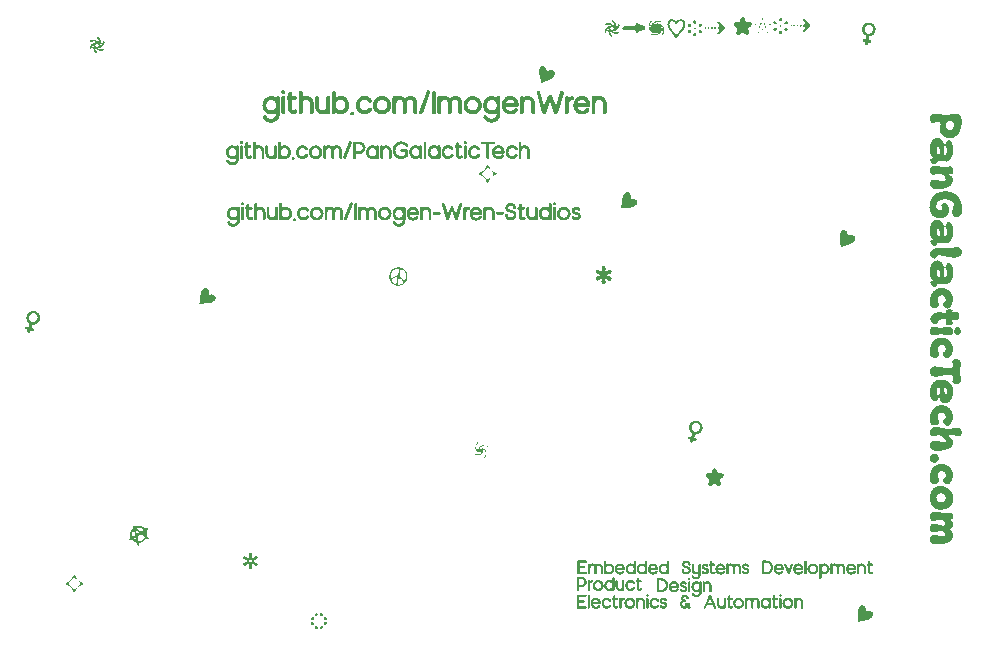
<source format=gbr>
%TF.GenerationSoftware,KiCad,Pcbnew,7.0.1*%
%TF.CreationDate,2023-03-18T00:09:11+00:00*%
%TF.ProjectId,ImogenWren,496d6f67-656e-4577-9265-6e2e6b696361,rev?*%
%TF.SameCoordinates,Original*%
%TF.FileFunction,Legend,Top*%
%TF.FilePolarity,Positive*%
%FSLAX46Y46*%
G04 Gerber Fmt 4.6, Leading zero omitted, Abs format (unit mm)*
G04 Created by KiCad (PCBNEW 7.0.1) date 2023-03-18 00:09:11*
%MOMM*%
%LPD*%
G01*
G04 APERTURE LIST*
%ADD10C,0.300000*%
G04 APERTURE END LIST*
D10*
G36*
X174971563Y-107385340D02*
G01*
X174970508Y-107368079D01*
X174967341Y-107352016D01*
X174962064Y-107337152D01*
X174954676Y-107323487D01*
X174945177Y-107311020D01*
X174933567Y-107299752D01*
X174928332Y-107295580D01*
X174914411Y-107285724D01*
X174899667Y-107276761D01*
X174884100Y-107268693D01*
X174867710Y-107261520D01*
X174850498Y-107255241D01*
X174836135Y-107250862D01*
X174825018Y-107247953D01*
X174809945Y-107244473D01*
X174794770Y-107241359D01*
X174779491Y-107238611D01*
X174764109Y-107236229D01*
X174748625Y-107234214D01*
X174733037Y-107232566D01*
X174717347Y-107231284D01*
X174701553Y-107230368D01*
X174686074Y-107229595D01*
X174671328Y-107228925D01*
X174653925Y-107228233D01*
X174637668Y-107227701D01*
X174622555Y-107227331D01*
X174605932Y-107227099D01*
X174598238Y-107227070D01*
X174582822Y-107226595D01*
X174564760Y-107224665D01*
X174548039Y-107221250D01*
X174532660Y-107216350D01*
X174518623Y-107209966D01*
X174505927Y-107202096D01*
X174498953Y-107196662D01*
X174488020Y-107186660D01*
X174477658Y-107175890D01*
X174467870Y-107164349D01*
X174458653Y-107152040D01*
X174450009Y-107138962D01*
X174441938Y-107125114D01*
X174438870Y-107119359D01*
X174431510Y-107104667D01*
X174424544Y-107089671D01*
X174417972Y-107074370D01*
X174411793Y-107058766D01*
X174406008Y-107042857D01*
X174400616Y-107026645D01*
X174398570Y-107020075D01*
X174393485Y-107003749D01*
X174388079Y-106987746D01*
X174382351Y-106972064D01*
X174376301Y-106956705D01*
X174369929Y-106941668D01*
X174363235Y-106926952D01*
X174360468Y-106921156D01*
X174353285Y-106907010D01*
X174345477Y-106893650D01*
X174337042Y-106881078D01*
X174327981Y-106869293D01*
X174318295Y-106858295D01*
X174305844Y-106846136D01*
X174303681Y-106844220D01*
X174289702Y-106833761D01*
X174276636Y-106826699D01*
X174262282Y-106821139D01*
X174246640Y-106817082D01*
X174229710Y-106814527D01*
X174211492Y-106813475D01*
X174207694Y-106813445D01*
X174192776Y-106813926D01*
X174175191Y-106815879D01*
X174158787Y-106819336D01*
X174143564Y-106824294D01*
X174129521Y-106830756D01*
X174116659Y-106838720D01*
X174109508Y-106844220D01*
X174098354Y-106854116D01*
X174087791Y-106864799D01*
X174077818Y-106876269D01*
X174068435Y-106888527D01*
X174059643Y-106901571D01*
X174051441Y-106915403D01*
X174048325Y-106921156D01*
X174040921Y-106935743D01*
X174033821Y-106950651D01*
X174027025Y-106965882D01*
X174020533Y-106981435D01*
X174014345Y-106997309D01*
X174008462Y-107013506D01*
X174006193Y-107020075D01*
X174000503Y-107036409D01*
X173994651Y-107052439D01*
X173988639Y-107068165D01*
X173982466Y-107083587D01*
X173976131Y-107098705D01*
X173969636Y-107113519D01*
X173966992Y-107119359D01*
X173960252Y-107133515D01*
X173953082Y-107146901D01*
X173945483Y-107159518D01*
X173935797Y-107173643D01*
X173925493Y-107186660D01*
X173916434Y-107196662D01*
X173904761Y-107206996D01*
X173891722Y-107215192D01*
X173877318Y-107221250D01*
X173861548Y-107225170D01*
X173844414Y-107226952D01*
X173838399Y-107227070D01*
X173822785Y-107227124D01*
X173806170Y-107227285D01*
X173788553Y-107227553D01*
X173773738Y-107227845D01*
X173758282Y-107228206D01*
X173742185Y-107228635D01*
X173725447Y-107229133D01*
X173721162Y-107229269D01*
X173704115Y-107229944D01*
X173687227Y-107231055D01*
X173670501Y-107232600D01*
X173653934Y-107234581D01*
X173637528Y-107236997D01*
X173621282Y-107239847D01*
X173605196Y-107243133D01*
X173589271Y-107246854D01*
X173573809Y-107251107D01*
X173558931Y-107255990D01*
X173544637Y-107261503D01*
X173530927Y-107267645D01*
X173517801Y-107274417D01*
X173502215Y-107283768D01*
X173487540Y-107294102D01*
X173481926Y-107298511D01*
X173469155Y-107310554D01*
X173458549Y-107324243D01*
X173450107Y-107339577D01*
X173443830Y-107356557D01*
X173440367Y-107371326D01*
X173438289Y-107387149D01*
X173437596Y-107404024D01*
X173438317Y-107422692D01*
X173440481Y-107440592D01*
X173444088Y-107457725D01*
X173449137Y-107474091D01*
X173455628Y-107489691D01*
X173463562Y-107504523D01*
X173472939Y-107518588D01*
X173483758Y-107531885D01*
X173495550Y-107544651D01*
X173507663Y-107557119D01*
X173520097Y-107569289D01*
X173532851Y-107581161D01*
X173545925Y-107592736D01*
X173559321Y-107604013D01*
X173573036Y-107614993D01*
X173587073Y-107625675D01*
X173601195Y-107636179D01*
X173614985Y-107646626D01*
X173628443Y-107657016D01*
X173641569Y-107667349D01*
X173654363Y-107677624D01*
X173666826Y-107687842D01*
X173678956Y-107698003D01*
X173690754Y-107708107D01*
X173701659Y-107718290D01*
X173713245Y-107731584D01*
X173722560Y-107745503D01*
X173729603Y-107760048D01*
X173734374Y-107775220D01*
X173736873Y-107791018D01*
X173737282Y-107800797D01*
X173736908Y-107818206D01*
X173735788Y-107835538D01*
X173733920Y-107852793D01*
X173731306Y-107869971D01*
X173727944Y-107887071D01*
X173726657Y-107892754D01*
X173722596Y-107909752D01*
X173718380Y-107926672D01*
X173714009Y-107943514D01*
X173709484Y-107960280D01*
X173704804Y-107976968D01*
X173703210Y-107982513D01*
X173698603Y-107999176D01*
X173694125Y-108015916D01*
X173689776Y-108032733D01*
X173685556Y-108049627D01*
X173681464Y-108066598D01*
X173680129Y-108072273D01*
X173676643Y-108089223D01*
X173673878Y-108106276D01*
X173671834Y-108123432D01*
X173670512Y-108140691D01*
X173669911Y-108158053D01*
X173669871Y-108163864D01*
X173670625Y-108179972D01*
X173672886Y-108194959D01*
X173677317Y-108210713D01*
X173683717Y-108225001D01*
X173685625Y-108228344D01*
X173694166Y-108240938D01*
X173704034Y-108252341D01*
X173715231Y-108262553D01*
X173727757Y-108271575D01*
X173741335Y-108279291D01*
X173755692Y-108285588D01*
X173770827Y-108290466D01*
X173786741Y-108293923D01*
X173803136Y-108296167D01*
X173819348Y-108297770D01*
X173835376Y-108298732D01*
X173851221Y-108299052D01*
X173867884Y-108298202D01*
X173884623Y-108295652D01*
X173901440Y-108291401D01*
X173915514Y-108286561D01*
X173929640Y-108280539D01*
X173940981Y-108274872D01*
X173955141Y-108267005D01*
X173969231Y-108258744D01*
X173983248Y-108250089D01*
X173997195Y-108241041D01*
X174011069Y-108231599D01*
X174024872Y-108221764D01*
X174030373Y-108217719D01*
X174044200Y-108207655D01*
X174057972Y-108197841D01*
X174071691Y-108188278D01*
X174085357Y-108178965D01*
X174098968Y-108169902D01*
X174112526Y-108161090D01*
X174117934Y-108157636D01*
X174131469Y-108149720D01*
X174144825Y-108143146D01*
X174160616Y-108137028D01*
X174176149Y-108132842D01*
X174191425Y-108130588D01*
X174201466Y-108130158D01*
X174216451Y-108130802D01*
X174233796Y-108133275D01*
X174250446Y-108137603D01*
X174266400Y-108143785D01*
X174281658Y-108151822D01*
X174289027Y-108156536D01*
X174301375Y-108164914D01*
X174313921Y-108173560D01*
X174326663Y-108182474D01*
X174339602Y-108191656D01*
X174352738Y-108201107D01*
X174366070Y-108210826D01*
X174371459Y-108214788D01*
X174385174Y-108224509D01*
X174399301Y-108233980D01*
X174413839Y-108243200D01*
X174428789Y-108252169D01*
X174444150Y-108260888D01*
X174459923Y-108269357D01*
X174466347Y-108272674D01*
X174483035Y-108280273D01*
X174497172Y-108285425D01*
X174512007Y-108289753D01*
X174527540Y-108293256D01*
X174543772Y-108295935D01*
X174560702Y-108297790D01*
X174578330Y-108298820D01*
X174592010Y-108299052D01*
X174610889Y-108298297D01*
X174628509Y-108296030D01*
X174644869Y-108292252D01*
X174659970Y-108286962D01*
X174673812Y-108280162D01*
X174686394Y-108271850D01*
X174697717Y-108262026D01*
X174707781Y-108250692D01*
X174716711Y-108238150D01*
X174724451Y-108224886D01*
X174730999Y-108210902D01*
X174736357Y-108196195D01*
X174740525Y-108180768D01*
X174743501Y-108164619D01*
X174745288Y-108147749D01*
X174745883Y-108130158D01*
X174745509Y-108114436D01*
X174744389Y-108098868D01*
X174742521Y-108083455D01*
X174739907Y-108068197D01*
X174736545Y-108053093D01*
X174735258Y-108048093D01*
X174731321Y-108033032D01*
X174727204Y-108018074D01*
X174722906Y-108003219D01*
X174718428Y-107988467D01*
X174713770Y-107973818D01*
X174712177Y-107968958D01*
X174707446Y-107954232D01*
X174702869Y-107939454D01*
X174698447Y-107924625D01*
X174694180Y-107909744D01*
X174690067Y-107894812D01*
X174688730Y-107889823D01*
X174685244Y-107874646D01*
X174682479Y-107859341D01*
X174680435Y-107843906D01*
X174679113Y-107828343D01*
X174678512Y-107812651D01*
X174678472Y-107807391D01*
X174679581Y-107791746D01*
X174682908Y-107776637D01*
X174688454Y-107762064D01*
X174696218Y-107748029D01*
X174706200Y-107734530D01*
X174718400Y-107721568D01*
X174723901Y-107716533D01*
X174735419Y-107706384D01*
X174747257Y-107696085D01*
X174759415Y-107685638D01*
X174771895Y-107675042D01*
X174784695Y-107664297D01*
X174797815Y-107653404D01*
X174811256Y-107642361D01*
X174825018Y-107631170D01*
X174838859Y-107619618D01*
X174852357Y-107607677D01*
X174865512Y-107595347D01*
X174878324Y-107582627D01*
X174890791Y-107569518D01*
X174902916Y-107556020D01*
X174914697Y-107542132D01*
X174926134Y-107527855D01*
X174936782Y-107512886D01*
X174946009Y-107497104D01*
X174953817Y-107480509D01*
X174960206Y-107463101D01*
X174965175Y-107444880D01*
X174968724Y-107425846D01*
X174970454Y-107411037D01*
X174971386Y-107395771D01*
X174971563Y-107385340D01*
G37*
G36*
X131866777Y-92606248D02*
G01*
X131877042Y-92595659D01*
X131889236Y-92582149D01*
X131900722Y-92568336D01*
X131911499Y-92554219D01*
X131921568Y-92539799D01*
X131930929Y-92525075D01*
X131936205Y-92516095D01*
X131944367Y-92500937D01*
X131951531Y-92485742D01*
X131957695Y-92470508D01*
X131962860Y-92455237D01*
X131967025Y-92439927D01*
X131970191Y-92424580D01*
X131971178Y-92418430D01*
X131972918Y-92402955D01*
X131973445Y-92387454D01*
X131972756Y-92371928D01*
X131970854Y-92356377D01*
X131967737Y-92340801D01*
X131963406Y-92325199D01*
X131961334Y-92318951D01*
X131955357Y-92303422D01*
X131947951Y-92288082D01*
X131939115Y-92272932D01*
X131928850Y-92257972D01*
X131919609Y-92246140D01*
X131909453Y-92234430D01*
X131898382Y-92222841D01*
X131887485Y-92212180D01*
X131876652Y-92202057D01*
X131862306Y-92189396D01*
X131848074Y-92177690D01*
X131833956Y-92166939D01*
X131819950Y-92157143D01*
X131806058Y-92148303D01*
X131792280Y-92140418D01*
X131785433Y-92136833D01*
X131771921Y-92130268D01*
X131755282Y-92122903D01*
X131738922Y-92116475D01*
X131722839Y-92110983D01*
X131707035Y-92106426D01*
X131691509Y-92102806D01*
X131682327Y-92101083D01*
X131667402Y-92098790D01*
X131652743Y-92097091D01*
X131635503Y-92095837D01*
X131618644Y-92095440D01*
X131602169Y-92095898D01*
X131591398Y-92096679D01*
X131575809Y-92098182D01*
X131560711Y-92099776D01*
X131546106Y-92101461D01*
X131529688Y-92103541D01*
X131513939Y-92105746D01*
X131498986Y-92107627D01*
X131482746Y-92109108D01*
X131467413Y-92109877D01*
X131451247Y-92109891D01*
X131436436Y-92108104D01*
X131421469Y-92102609D01*
X131408071Y-92093420D01*
X131404357Y-92089944D01*
X131394152Y-92077607D01*
X131387144Y-92064206D01*
X131383333Y-92049738D01*
X131382597Y-92041241D01*
X131382735Y-92025200D01*
X131383581Y-92009944D01*
X131385107Y-91993749D01*
X131387001Y-91978807D01*
X131389368Y-91963222D01*
X131391711Y-91947066D01*
X131394029Y-91930339D01*
X131395996Y-91915549D01*
X131397622Y-91902903D01*
X131399225Y-91887257D01*
X131399953Y-91871209D01*
X131399808Y-91854761D01*
X131398788Y-91837912D01*
X131396893Y-91820662D01*
X131396068Y-91814823D01*
X131393488Y-91799944D01*
X131389960Y-91784774D01*
X131385484Y-91769312D01*
X131380059Y-91753560D01*
X131373685Y-91737517D01*
X131366362Y-91721183D01*
X131363167Y-91714568D01*
X131356185Y-91701271D01*
X131348190Y-91687804D01*
X131339184Y-91674167D01*
X131329166Y-91660360D01*
X131318135Y-91646383D01*
X131306093Y-91632236D01*
X131293039Y-91617919D01*
X131282584Y-91607069D01*
X131278973Y-91603431D01*
X131268072Y-91593025D01*
X131254207Y-91581166D01*
X131240077Y-91570585D01*
X131225681Y-91561281D01*
X131211019Y-91553255D01*
X131196091Y-91546507D01*
X131187007Y-91543071D01*
X131171956Y-91538291D01*
X131156917Y-91534636D01*
X131141891Y-91532108D01*
X131126877Y-91530705D01*
X131111876Y-91530428D01*
X131096888Y-91531277D01*
X131090896Y-91531931D01*
X131076101Y-91534268D01*
X131061343Y-91537553D01*
X131046622Y-91541786D01*
X131031940Y-91546969D01*
X131017296Y-91553100D01*
X131002690Y-91560180D01*
X130996858Y-91563277D01*
X130982594Y-91571572D01*
X130968620Y-91580587D01*
X130954937Y-91590323D01*
X130941545Y-91600780D01*
X130928444Y-91611958D01*
X130915634Y-91623858D01*
X130910592Y-91628819D01*
X130900275Y-91639310D01*
X130885335Y-91655164D01*
X130871037Y-91671159D01*
X130857381Y-91687295D01*
X130844367Y-91703573D01*
X130831995Y-91719991D01*
X130820265Y-91736551D01*
X130809178Y-91753252D01*
X130798732Y-91770094D01*
X130788928Y-91787077D01*
X130779767Y-91804202D01*
X130771157Y-91821509D01*
X130762912Y-91838944D01*
X130755031Y-91856506D01*
X130747514Y-91874196D01*
X130740362Y-91892014D01*
X130733574Y-91909959D01*
X130727150Y-91928031D01*
X130721090Y-91946231D01*
X130715395Y-91964558D01*
X130710064Y-91983013D01*
X130706712Y-91995387D01*
X130701989Y-92013990D01*
X130697535Y-92032689D01*
X130693349Y-92051483D01*
X130689432Y-92070373D01*
X130685784Y-92089358D01*
X130682404Y-92108439D01*
X130679293Y-92127616D01*
X130676451Y-92146888D01*
X130673878Y-92166256D01*
X130671573Y-92185719D01*
X130670185Y-92198748D01*
X130668256Y-92218422D01*
X130666354Y-92238196D01*
X130664479Y-92258070D01*
X130662632Y-92278045D01*
X130660812Y-92298119D01*
X130659019Y-92318294D01*
X130657254Y-92338569D01*
X130655516Y-92358944D01*
X130653805Y-92379419D01*
X130652122Y-92399994D01*
X130651015Y-92413767D01*
X130649303Y-92431041D01*
X130647663Y-92448278D01*
X130646097Y-92465480D01*
X130644603Y-92482644D01*
X130643182Y-92499772D01*
X130642725Y-92505474D01*
X130641219Y-92522590D01*
X130639422Y-92539742D01*
X130637333Y-92556931D01*
X130634953Y-92574157D01*
X130632282Y-92591418D01*
X130631326Y-92597180D01*
X130628315Y-92612797D01*
X130625336Y-92627822D01*
X130622091Y-92643998D01*
X130619410Y-92657282D01*
X130616116Y-92674183D01*
X130612840Y-92691466D01*
X130610124Y-92706160D01*
X130607421Y-92721121D01*
X130604731Y-92736347D01*
X130602053Y-92751839D01*
X130599632Y-92767223D01*
X130597388Y-92782126D01*
X130594929Y-92799376D01*
X130592725Y-92815933D01*
X130590776Y-92831799D01*
X130589618Y-92841991D01*
X130588187Y-92857922D01*
X130587805Y-92873596D01*
X130591172Y-92888103D01*
X130604318Y-92896012D01*
X130619424Y-92899388D01*
X130626922Y-92900020D01*
X130643220Y-92900410D01*
X130658623Y-92899765D01*
X130674723Y-92898178D01*
X130682102Y-92897170D01*
X130696803Y-92894871D01*
X130712878Y-92892052D01*
X130728461Y-92888988D01*
X130738577Y-92886808D01*
X130753017Y-92883825D01*
X130768328Y-92881182D01*
X130782099Y-92879554D01*
X130800832Y-92876632D01*
X130819597Y-92873952D01*
X130838395Y-92871516D01*
X130857226Y-92869322D01*
X130876088Y-92867371D01*
X130894983Y-92865662D01*
X130913911Y-92864197D01*
X130932871Y-92862975D01*
X130951932Y-92861886D01*
X130971033Y-92860951D01*
X130990175Y-92860170D01*
X131009358Y-92859542D01*
X131028581Y-92859069D01*
X131047844Y-92858749D01*
X131067148Y-92858583D01*
X131086492Y-92858571D01*
X131107139Y-92857942D01*
X131127695Y-92857223D01*
X131148160Y-92856412D01*
X131168533Y-92855511D01*
X131188816Y-92854518D01*
X131209007Y-92853434D01*
X131229107Y-92852259D01*
X131249117Y-92850993D01*
X131269035Y-92849636D01*
X131288862Y-92848188D01*
X131302029Y-92847172D01*
X131321730Y-92845507D01*
X131341295Y-92843523D01*
X131360723Y-92841220D01*
X131380014Y-92838599D01*
X131399169Y-92835659D01*
X131418187Y-92832400D01*
X131437068Y-92828822D01*
X131455813Y-92824925D01*
X131474421Y-92820710D01*
X131492893Y-92816176D01*
X131505131Y-92812976D01*
X131523377Y-92807872D01*
X131541492Y-92802372D01*
X131559474Y-92796476D01*
X131577324Y-92790183D01*
X131595042Y-92783495D01*
X131612627Y-92776410D01*
X131630081Y-92768929D01*
X131647403Y-92761051D01*
X131664593Y-92752778D01*
X131681650Y-92744108D01*
X131692949Y-92738108D01*
X131709839Y-92728718D01*
X131726607Y-92718712D01*
X131743252Y-92708092D01*
X131759774Y-92696857D01*
X131776173Y-92685008D01*
X131792449Y-92672543D01*
X131808602Y-92659464D01*
X131824632Y-92645770D01*
X131840539Y-92631461D01*
X131856323Y-92616538D01*
X131866777Y-92606248D01*
G37*
G36*
X163272588Y-118501628D02*
G01*
X162728318Y-118501628D01*
X162728318Y-118181866D01*
X163108164Y-118181866D01*
X163122959Y-118180742D01*
X163137061Y-118177482D01*
X163150305Y-118172252D01*
X163162523Y-118165219D01*
X163173549Y-118156550D01*
X163183217Y-118146411D01*
X163191359Y-118134969D01*
X163197809Y-118122391D01*
X163202401Y-118108842D01*
X163204967Y-118094491D01*
X163205471Y-118084559D01*
X163204347Y-118069308D01*
X163201087Y-118054820D01*
X163195857Y-118041257D01*
X163188824Y-118028778D01*
X163180155Y-118017547D01*
X163170016Y-118007722D01*
X163158574Y-117999465D01*
X163145996Y-117992936D01*
X163132447Y-117988297D01*
X163118096Y-117985708D01*
X163108164Y-117985201D01*
X162728318Y-117985201D01*
X162728318Y-117712919D01*
X163272588Y-117712919D01*
X163287458Y-117711796D01*
X163301621Y-117708536D01*
X163314913Y-117703306D01*
X163327169Y-117696273D01*
X163338223Y-117687604D01*
X163347909Y-117677465D01*
X163356064Y-117666023D01*
X163362522Y-117653445D01*
X163367117Y-117639896D01*
X163369684Y-117625545D01*
X163370188Y-117615613D01*
X163369064Y-117600700D01*
X163365802Y-117586418D01*
X163360568Y-117572949D01*
X163353526Y-117560476D01*
X163344843Y-117549182D01*
X163334682Y-117539249D01*
X163323209Y-117530859D01*
X163310590Y-117524196D01*
X163296989Y-117519441D01*
X163282572Y-117516778D01*
X163272588Y-117516255D01*
X162631011Y-117516255D01*
X162616142Y-117517422D01*
X162601979Y-117520803D01*
X162588687Y-117526214D01*
X162576431Y-117533473D01*
X162565377Y-117542397D01*
X162555690Y-117552804D01*
X162547536Y-117564512D01*
X162541078Y-117577337D01*
X162536483Y-117591097D01*
X162533916Y-117605610D01*
X162533412Y-117615613D01*
X162533412Y-118600693D01*
X162534536Y-118615488D01*
X162537798Y-118629590D01*
X162543032Y-118642834D01*
X162550073Y-118655052D01*
X162558757Y-118666078D01*
X162568918Y-118675746D01*
X162580391Y-118683888D01*
X162593010Y-118690338D01*
X162606611Y-118694930D01*
X162621028Y-118697496D01*
X162631011Y-118698000D01*
X163272588Y-118698000D01*
X163287458Y-118696876D01*
X163301621Y-118693616D01*
X163314913Y-118688386D01*
X163327169Y-118681353D01*
X163338223Y-118672684D01*
X163347909Y-118662545D01*
X163356064Y-118651103D01*
X163362522Y-118638525D01*
X163367117Y-118624976D01*
X163369684Y-118610625D01*
X163370188Y-118600693D01*
X163369064Y-118585449D01*
X163365802Y-118570981D01*
X163360568Y-118557447D01*
X163353526Y-118545005D01*
X163344843Y-118533813D01*
X163334682Y-118524029D01*
X163323209Y-118515811D01*
X163310590Y-118509317D01*
X163296989Y-118504705D01*
X163282572Y-118502132D01*
X163272588Y-118501628D01*
G37*
G36*
X163543112Y-118698000D02*
G01*
X163528317Y-118696876D01*
X163514215Y-118693616D01*
X163500971Y-118688386D01*
X163488753Y-118681353D01*
X163477727Y-118672684D01*
X163468059Y-118662545D01*
X163459917Y-118651103D01*
X163453467Y-118638525D01*
X163448875Y-118624976D01*
X163446309Y-118610625D01*
X163445806Y-118600693D01*
X163445806Y-117616199D01*
X163446929Y-117601330D01*
X163450189Y-117587166D01*
X163455419Y-117573874D01*
X163462452Y-117561619D01*
X163471121Y-117550565D01*
X163481260Y-117540878D01*
X163492702Y-117532723D01*
X163505280Y-117526266D01*
X163518829Y-117521671D01*
X163533180Y-117519103D01*
X163543112Y-117518600D01*
X163558025Y-117519724D01*
X163572307Y-117522985D01*
X163585776Y-117528220D01*
X163598249Y-117535261D01*
X163609543Y-117543945D01*
X163619476Y-117554106D01*
X163627866Y-117565579D01*
X163634529Y-117578198D01*
X163639283Y-117591799D01*
X163641946Y-117606216D01*
X163642470Y-117616199D01*
X163642470Y-118600693D01*
X163641302Y-118615488D01*
X163637922Y-118629590D01*
X163632511Y-118642834D01*
X163625252Y-118655052D01*
X163616327Y-118666078D01*
X163605920Y-118675746D01*
X163594213Y-118683888D01*
X163581388Y-118690338D01*
X163567628Y-118694930D01*
X163553115Y-118697496D01*
X163543112Y-118698000D01*
G37*
G36*
X164172187Y-117772397D02*
G01*
X164194734Y-117774083D01*
X164216845Y-117776867D01*
X164238499Y-117780727D01*
X164259676Y-117785643D01*
X164280355Y-117791593D01*
X164300516Y-117798556D01*
X164320138Y-117806512D01*
X164339201Y-117815438D01*
X164357684Y-117825313D01*
X164375566Y-117836117D01*
X164392827Y-117847828D01*
X164409446Y-117860425D01*
X164425403Y-117873886D01*
X164440678Y-117888191D01*
X164455249Y-117903319D01*
X164469096Y-117919247D01*
X164482199Y-117935956D01*
X164494537Y-117953423D01*
X164506089Y-117971628D01*
X164516836Y-117990549D01*
X164526755Y-118010165D01*
X164535828Y-118030456D01*
X164544033Y-118051399D01*
X164551349Y-118072973D01*
X164557757Y-118095158D01*
X164563235Y-118117932D01*
X164567763Y-118141274D01*
X164571321Y-118165163D01*
X164573888Y-118189577D01*
X164575443Y-118214496D01*
X164575966Y-118239898D01*
X164574841Y-118255410D01*
X164571571Y-118270180D01*
X164566313Y-118284036D01*
X164559227Y-118296807D01*
X164550470Y-118308322D01*
X164540199Y-118318410D01*
X164528573Y-118326901D01*
X164515749Y-118333623D01*
X164501887Y-118338405D01*
X164487142Y-118341076D01*
X164476901Y-118341600D01*
X163927648Y-118341600D01*
X163934537Y-118360470D01*
X163942643Y-118378571D01*
X163951919Y-118395841D01*
X163962320Y-118412217D01*
X163973796Y-118427639D01*
X163986303Y-118442044D01*
X163999793Y-118455370D01*
X164014220Y-118467556D01*
X164029536Y-118478540D01*
X164045694Y-118488261D01*
X164062649Y-118496655D01*
X164080353Y-118503662D01*
X164098759Y-118509219D01*
X164117821Y-118513265D01*
X164137492Y-118515738D01*
X164157725Y-118516576D01*
X164173572Y-118516292D01*
X164189009Y-118515418D01*
X164204014Y-118513921D01*
X164218568Y-118511767D01*
X164232652Y-118508923D01*
X164246246Y-118505355D01*
X164259330Y-118501029D01*
X164271884Y-118495913D01*
X164283888Y-118489972D01*
X164295323Y-118483174D01*
X164306169Y-118475484D01*
X164316406Y-118466869D01*
X164326015Y-118457297D01*
X164334975Y-118446732D01*
X164343267Y-118435142D01*
X164350872Y-118422494D01*
X164359746Y-118410116D01*
X164370060Y-118399550D01*
X164381582Y-118390827D01*
X164394082Y-118383982D01*
X164407329Y-118379048D01*
X164421094Y-118376058D01*
X164435146Y-118375045D01*
X164449254Y-118376043D01*
X164463189Y-118379085D01*
X164476719Y-118384205D01*
X164485401Y-118388788D01*
X164497703Y-118397595D01*
X164508211Y-118407867D01*
X164516889Y-118419370D01*
X164523706Y-118431869D01*
X164528627Y-118445129D01*
X164531620Y-118458916D01*
X164532651Y-118472994D01*
X164531686Y-118487129D01*
X164528693Y-118501087D01*
X164523638Y-118514632D01*
X164519106Y-118523317D01*
X164511855Y-118535822D01*
X164504283Y-118547841D01*
X164496397Y-118559381D01*
X164488203Y-118570447D01*
X164479706Y-118581046D01*
X164470913Y-118591182D01*
X164461829Y-118600861D01*
X164452460Y-118610090D01*
X164442813Y-118618875D01*
X164432893Y-118627220D01*
X164422706Y-118635132D01*
X164412259Y-118642617D01*
X164401557Y-118649680D01*
X164390606Y-118656327D01*
X164379412Y-118662564D01*
X164367981Y-118668397D01*
X164356319Y-118673832D01*
X164344432Y-118678874D01*
X164332326Y-118683529D01*
X164320007Y-118687803D01*
X164307481Y-118691702D01*
X164294754Y-118695231D01*
X164281831Y-118698397D01*
X164268719Y-118701205D01*
X164255424Y-118703661D01*
X164241951Y-118705771D01*
X164228307Y-118707540D01*
X164214498Y-118708974D01*
X164200529Y-118710080D01*
X164186406Y-118710863D01*
X164172136Y-118711328D01*
X164157725Y-118711482D01*
X164134566Y-118710854D01*
X164111709Y-118708988D01*
X164089180Y-118705908D01*
X164067008Y-118701640D01*
X164045219Y-118696210D01*
X164023840Y-118689642D01*
X164002897Y-118681963D01*
X163982419Y-118673197D01*
X163962432Y-118663369D01*
X163942964Y-118652506D01*
X163924040Y-118640632D01*
X163905689Y-118627772D01*
X163887937Y-118613953D01*
X163870812Y-118599198D01*
X163854340Y-118583535D01*
X163838548Y-118566988D01*
X163824148Y-118550846D01*
X163810626Y-118533987D01*
X163797991Y-118516441D01*
X163786250Y-118498239D01*
X163775407Y-118479412D01*
X163765472Y-118459991D01*
X163756450Y-118440006D01*
X163748349Y-118419489D01*
X163741175Y-118398471D01*
X163734936Y-118376982D01*
X163729637Y-118355053D01*
X163725286Y-118332716D01*
X163721891Y-118310001D01*
X163719457Y-118286939D01*
X163717991Y-118263561D01*
X163717624Y-118251763D01*
X163717501Y-118239898D01*
X163718043Y-118214805D01*
X163719655Y-118190157D01*
X163722311Y-118165975D01*
X163725990Y-118142284D01*
X163727229Y-118136143D01*
X163925889Y-118136143D01*
X164367871Y-118136143D01*
X164360879Y-118115159D01*
X164352598Y-118095612D01*
X164343114Y-118077492D01*
X164332512Y-118060787D01*
X164320879Y-118045484D01*
X164308299Y-118031573D01*
X164294857Y-118019042D01*
X164280640Y-118007879D01*
X164265732Y-117998073D01*
X164250220Y-117989612D01*
X164234187Y-117982484D01*
X164217721Y-117976679D01*
X164200907Y-117972183D01*
X164183829Y-117968987D01*
X164166573Y-117967077D01*
X164149225Y-117966443D01*
X164132178Y-117967077D01*
X164115069Y-117968987D01*
X164097998Y-117972183D01*
X164081067Y-117976679D01*
X164064379Y-117982484D01*
X164048035Y-117989612D01*
X164032136Y-117998073D01*
X164016784Y-118007879D01*
X164002082Y-118019042D01*
X163988131Y-118031573D01*
X163975032Y-118045484D01*
X163962887Y-118060787D01*
X163951799Y-118077492D01*
X163941869Y-118095612D01*
X163933198Y-118115159D01*
X163925889Y-118136143D01*
X163727229Y-118136143D01*
X163730668Y-118119106D01*
X163736321Y-118096464D01*
X163742926Y-118074382D01*
X163750460Y-118052882D01*
X163758900Y-118031989D01*
X163768222Y-118011724D01*
X163778402Y-117992111D01*
X163789418Y-117973174D01*
X163801246Y-117954934D01*
X163813863Y-117937416D01*
X163827245Y-117920643D01*
X163841369Y-117904638D01*
X163856212Y-117889423D01*
X163871750Y-117875022D01*
X163887960Y-117861459D01*
X163904819Y-117848755D01*
X163922304Y-117836935D01*
X163940390Y-117826021D01*
X163959055Y-117816037D01*
X163978275Y-117807006D01*
X163998027Y-117798951D01*
X164018288Y-117791894D01*
X164039033Y-117785860D01*
X164060241Y-117780871D01*
X164081888Y-117776951D01*
X164103949Y-117774122D01*
X164126403Y-117772407D01*
X164149225Y-117771831D01*
X164172187Y-117772397D01*
G37*
G36*
X165415380Y-118377064D02*
G01*
X165402246Y-118369629D01*
X165388547Y-118364287D01*
X165374506Y-118361017D01*
X165360346Y-118359795D01*
X165346291Y-118360597D01*
X165332563Y-118363401D01*
X165319385Y-118368184D01*
X165306982Y-118374921D01*
X165295575Y-118383591D01*
X165285388Y-118394169D01*
X165279385Y-118402270D01*
X165270576Y-118413935D01*
X165261198Y-118424960D01*
X165251274Y-118435328D01*
X165240826Y-118445025D01*
X165229876Y-118454035D01*
X165218448Y-118462343D01*
X165206562Y-118469932D01*
X165194242Y-118476789D01*
X165181510Y-118482896D01*
X165168388Y-118488240D01*
X165154899Y-118492804D01*
X165141065Y-118496572D01*
X165126907Y-118499531D01*
X165112449Y-118501663D01*
X165097713Y-118502953D01*
X165082721Y-118503387D01*
X165069619Y-118503058D01*
X165056753Y-118502081D01*
X165044137Y-118500469D01*
X165031780Y-118498233D01*
X165019695Y-118495386D01*
X165007894Y-118491942D01*
X164996389Y-118487912D01*
X164985190Y-118483310D01*
X164974311Y-118478148D01*
X164963763Y-118472439D01*
X164953556Y-118466195D01*
X164943705Y-118459430D01*
X164934219Y-118452155D01*
X164925111Y-118444384D01*
X164916392Y-118436129D01*
X164908075Y-118427403D01*
X164900171Y-118418218D01*
X164892692Y-118408587D01*
X164885649Y-118398524D01*
X164879054Y-118388039D01*
X164872919Y-118377147D01*
X164867257Y-118365860D01*
X164862077Y-118354190D01*
X164857393Y-118342150D01*
X164853216Y-118329753D01*
X164849558Y-118317011D01*
X164846431Y-118303938D01*
X164843845Y-118290545D01*
X164841814Y-118276846D01*
X164840349Y-118262853D01*
X164839461Y-118248579D01*
X164839162Y-118234036D01*
X164839461Y-118219653D01*
X164840349Y-118205528D01*
X164841814Y-118191675D01*
X164843845Y-118178107D01*
X164846431Y-118164836D01*
X164849558Y-118151876D01*
X164853216Y-118139239D01*
X164857393Y-118126938D01*
X164862077Y-118114987D01*
X164867257Y-118103399D01*
X164872919Y-118092186D01*
X164879054Y-118081361D01*
X164885649Y-118070938D01*
X164892692Y-118060930D01*
X164900171Y-118051348D01*
X164908075Y-118042207D01*
X164916392Y-118033520D01*
X164925111Y-118025299D01*
X164934219Y-118017557D01*
X164943705Y-118010307D01*
X164953556Y-118003563D01*
X164963763Y-117997337D01*
X164974311Y-117991643D01*
X164985190Y-117986493D01*
X164996389Y-117981900D01*
X165007894Y-117977877D01*
X165019695Y-117974437D01*
X165031780Y-117971594D01*
X165044137Y-117969360D01*
X165056753Y-117967748D01*
X165069619Y-117966772D01*
X165082721Y-117966443D01*
X165097713Y-117966877D01*
X165112449Y-117968168D01*
X165126907Y-117970300D01*
X165141065Y-117973258D01*
X165154899Y-117977026D01*
X165168388Y-117981590D01*
X165181510Y-117986934D01*
X165194242Y-117993041D01*
X165206562Y-117999898D01*
X165218448Y-118007488D01*
X165229876Y-118015795D01*
X165240826Y-118024805D01*
X165251274Y-118034502D01*
X165261198Y-118044870D01*
X165270576Y-118055895D01*
X165279385Y-118067560D01*
X165288635Y-118079398D01*
X165299253Y-118089343D01*
X165311017Y-118097371D01*
X165323703Y-118103459D01*
X165337089Y-118107584D01*
X165350951Y-118109724D01*
X165365066Y-118109854D01*
X165379211Y-118107952D01*
X165393162Y-118103994D01*
X165406698Y-118097957D01*
X165415380Y-118092766D01*
X165426775Y-118083061D01*
X165436372Y-118072068D01*
X165444135Y-118060012D01*
X165450027Y-118047119D01*
X165454012Y-118033616D01*
X165456054Y-118019728D01*
X165456117Y-118005682D01*
X165454164Y-117991704D01*
X165450159Y-117978019D01*
X165444067Y-117964855D01*
X165438827Y-117956478D01*
X165430970Y-117945608D01*
X165422843Y-117935036D01*
X165414453Y-117924766D01*
X165405806Y-117914800D01*
X165396908Y-117905142D01*
X165387763Y-117895795D01*
X165378379Y-117886761D01*
X165368760Y-117878044D01*
X165358913Y-117869647D01*
X165348843Y-117861573D01*
X165338557Y-117853825D01*
X165328059Y-117846406D01*
X165317356Y-117839319D01*
X165306454Y-117832567D01*
X165295358Y-117826153D01*
X165284075Y-117820081D01*
X165272609Y-117814353D01*
X165260967Y-117808972D01*
X165249155Y-117803942D01*
X165237178Y-117799265D01*
X165225042Y-117794945D01*
X165212753Y-117790984D01*
X165200317Y-117787386D01*
X165187739Y-117784154D01*
X165175026Y-117781291D01*
X165162183Y-117778799D01*
X165149216Y-117776683D01*
X165136130Y-117774944D01*
X165122932Y-117773587D01*
X165109627Y-117772613D01*
X165096222Y-117772027D01*
X165082721Y-117771831D01*
X165059852Y-117772399D01*
X165037213Y-117774098D01*
X165014842Y-117776918D01*
X164992774Y-117780848D01*
X164971048Y-117785879D01*
X164949702Y-117792001D01*
X164928771Y-117799204D01*
X164908295Y-117807478D01*
X164888310Y-117816813D01*
X164868853Y-117827200D01*
X164849962Y-117838629D01*
X164831675Y-117851089D01*
X164814027Y-117864571D01*
X164797058Y-117879065D01*
X164780804Y-117894561D01*
X164765303Y-117911049D01*
X164750883Y-117927189D01*
X164737306Y-117944041D01*
X164724584Y-117961568D01*
X164712730Y-117979733D01*
X164701755Y-117998499D01*
X164691671Y-118017829D01*
X164682490Y-118037687D01*
X164674225Y-118058034D01*
X164666887Y-118078835D01*
X164660489Y-118100053D01*
X164655041Y-118121650D01*
X164650558Y-118143590D01*
X164647050Y-118165835D01*
X164644529Y-118188349D01*
X164643008Y-118211095D01*
X164642498Y-118234036D01*
X164643008Y-118257286D01*
X164644529Y-118280303D01*
X164647050Y-118303052D01*
X164650558Y-118325499D01*
X164655041Y-118347609D01*
X164660489Y-118369348D01*
X164666887Y-118390682D01*
X164674225Y-118411576D01*
X164682490Y-118431996D01*
X164691671Y-118451908D01*
X164701755Y-118471277D01*
X164712730Y-118490069D01*
X164724584Y-118508250D01*
X164737306Y-118525785D01*
X164750883Y-118542640D01*
X164765303Y-118558781D01*
X164780804Y-118575269D01*
X164797058Y-118590765D01*
X164814027Y-118605259D01*
X164831675Y-118618741D01*
X164849962Y-118631201D01*
X164868853Y-118642630D01*
X164888310Y-118653017D01*
X164908295Y-118662352D01*
X164928771Y-118670626D01*
X164949702Y-118677829D01*
X164971048Y-118683951D01*
X164992774Y-118688982D01*
X165014842Y-118692913D01*
X165037213Y-118695732D01*
X165059852Y-118697431D01*
X165082721Y-118698000D01*
X165096222Y-118697803D01*
X165109627Y-118697217D01*
X165122932Y-118696244D01*
X165136130Y-118694886D01*
X165149216Y-118693147D01*
X165162183Y-118691031D01*
X165175026Y-118688539D01*
X165187739Y-118685676D01*
X165200317Y-118682444D01*
X165212753Y-118678846D01*
X165225042Y-118674885D01*
X165237178Y-118670565D01*
X165249155Y-118665888D01*
X165260967Y-118660858D01*
X165272609Y-118655477D01*
X165284075Y-118649749D01*
X165295358Y-118643677D01*
X165306454Y-118637263D01*
X165317356Y-118630511D01*
X165328059Y-118623424D01*
X165338557Y-118616005D01*
X165348843Y-118608257D01*
X165358913Y-118600183D01*
X165368760Y-118591786D01*
X165378379Y-118583069D01*
X165387763Y-118574035D01*
X165396908Y-118564688D01*
X165405806Y-118555030D01*
X165414453Y-118545064D01*
X165422843Y-118534794D01*
X165430970Y-118524222D01*
X165438827Y-118513352D01*
X165446332Y-118500659D01*
X165451725Y-118487296D01*
X165455041Y-118473488D01*
X165456318Y-118459462D01*
X165455592Y-118445444D01*
X165452898Y-118431659D01*
X165448273Y-118418335D01*
X165441753Y-118405696D01*
X165433375Y-118393969D01*
X165423175Y-118383380D01*
X165415380Y-118377064D01*
G37*
G36*
X166038785Y-118474664D02*
G01*
X166026878Y-118465827D01*
X166014067Y-118459082D01*
X166000594Y-118454406D01*
X165986699Y-118451774D01*
X165972622Y-118451160D01*
X165958603Y-118452541D01*
X165944885Y-118455891D01*
X165931706Y-118461186D01*
X165919308Y-118468402D01*
X165907931Y-118477514D01*
X165901032Y-118484629D01*
X165891934Y-118493526D01*
X165880738Y-118499829D01*
X165867853Y-118503084D01*
X165862344Y-118503387D01*
X165849549Y-118501721D01*
X165838054Y-118497013D01*
X165828215Y-118489700D01*
X165820387Y-118480217D01*
X165814926Y-118469001D01*
X165812186Y-118456488D01*
X165811933Y-118451217D01*
X165811933Y-117966443D01*
X165936203Y-117966443D01*
X165951073Y-117965320D01*
X165965236Y-117962060D01*
X165978528Y-117956830D01*
X165990784Y-117949797D01*
X166001837Y-117941128D01*
X166011524Y-117930989D01*
X166019679Y-117919547D01*
X166026137Y-117906969D01*
X166030732Y-117893420D01*
X166033299Y-117879069D01*
X166033803Y-117869137D01*
X166032679Y-117854342D01*
X166029417Y-117840240D01*
X166024183Y-117826996D01*
X166017141Y-117814778D01*
X166008457Y-117803752D01*
X165998296Y-117794085D01*
X165986824Y-117785942D01*
X165974204Y-117779492D01*
X165960604Y-117774901D01*
X165946187Y-117772334D01*
X165936203Y-117771831D01*
X165811933Y-117771831D01*
X165811933Y-117664266D01*
X165810809Y-117649397D01*
X165807549Y-117635233D01*
X165802319Y-117621941D01*
X165795286Y-117609686D01*
X165786617Y-117598632D01*
X165776478Y-117588945D01*
X165765036Y-117580790D01*
X165752458Y-117574333D01*
X165738909Y-117569738D01*
X165724558Y-117567170D01*
X165714626Y-117566667D01*
X165699307Y-117567791D01*
X165684778Y-117571052D01*
X165671196Y-117576287D01*
X165658717Y-117583328D01*
X165647497Y-117592012D01*
X165637694Y-117602173D01*
X165629463Y-117613646D01*
X165622962Y-117626265D01*
X165618346Y-117639866D01*
X165615772Y-117654283D01*
X165615268Y-117664266D01*
X165615268Y-117771831D01*
X165601342Y-117773328D01*
X165588028Y-117776884D01*
X165575494Y-117782333D01*
X165563903Y-117789507D01*
X165553421Y-117798241D01*
X165544213Y-117808367D01*
X165536445Y-117819719D01*
X165530281Y-117832130D01*
X165525887Y-117845433D01*
X165523427Y-117859463D01*
X165522944Y-117869137D01*
X165524022Y-117883558D01*
X165527145Y-117897364D01*
X165532147Y-117910389D01*
X165538864Y-117922465D01*
X165547131Y-117933427D01*
X165556781Y-117943107D01*
X165567651Y-117951340D01*
X165579575Y-117957957D01*
X165592388Y-117962794D01*
X165605924Y-117965682D01*
X165615268Y-117966443D01*
X165615268Y-118451217D01*
X165615591Y-118463890D01*
X165616549Y-118476399D01*
X165618126Y-118488730D01*
X165620307Y-118500866D01*
X165623075Y-118512791D01*
X165626416Y-118524491D01*
X165630312Y-118535949D01*
X165634750Y-118547149D01*
X165639711Y-118558076D01*
X165645182Y-118568715D01*
X165651146Y-118579049D01*
X165657587Y-118589063D01*
X165664489Y-118598742D01*
X165671838Y-118608069D01*
X165679616Y-118617029D01*
X165687808Y-118625606D01*
X165696399Y-118633785D01*
X165705373Y-118641549D01*
X165714713Y-118648884D01*
X165724405Y-118655774D01*
X165734431Y-118662202D01*
X165744778Y-118668154D01*
X165755428Y-118673613D01*
X165766366Y-118678564D01*
X165777576Y-118682991D01*
X165789043Y-118686879D01*
X165800750Y-118690212D01*
X165812682Y-118692973D01*
X165824824Y-118695149D01*
X165837158Y-118696722D01*
X165849670Y-118697678D01*
X165862344Y-118698000D01*
X165875872Y-118697631D01*
X165889291Y-118696534D01*
X165902573Y-118694723D01*
X165915691Y-118692211D01*
X165928619Y-118689012D01*
X165941330Y-118685140D01*
X165953795Y-118680609D01*
X165965989Y-118675431D01*
X165977884Y-118669622D01*
X165989453Y-118663195D01*
X166000669Y-118656163D01*
X166011505Y-118648540D01*
X166021934Y-118640341D01*
X166031929Y-118631578D01*
X166041463Y-118622265D01*
X166050509Y-118612417D01*
X166059412Y-118600136D01*
X166066188Y-118587029D01*
X166070855Y-118573337D01*
X166073435Y-118559300D01*
X166073948Y-118545158D01*
X166072414Y-118531153D01*
X166068853Y-118517525D01*
X166063286Y-118504513D01*
X166055733Y-118492360D01*
X166046213Y-118481305D01*
X166038785Y-118474664D01*
G37*
G36*
X166523852Y-117790588D02*
G01*
X166510980Y-117790804D01*
X166498197Y-117791447D01*
X166485510Y-117792513D01*
X166472927Y-117793996D01*
X166460453Y-117795891D01*
X166448097Y-117798193D01*
X166435863Y-117800897D01*
X166423761Y-117803997D01*
X166411796Y-117807490D01*
X166399975Y-117811368D01*
X166388305Y-117815628D01*
X166376793Y-117820264D01*
X166365446Y-117825271D01*
X166354271Y-117830644D01*
X166343274Y-117836377D01*
X166332463Y-117842466D01*
X166328508Y-117831002D01*
X166323295Y-117820248D01*
X166316911Y-117810295D01*
X166309444Y-117801234D01*
X166297951Y-117790698D01*
X166284893Y-117782127D01*
X166274195Y-117777118D01*
X166262819Y-117773427D01*
X166250852Y-117771146D01*
X166238381Y-117770365D01*
X166223511Y-117771489D01*
X166209348Y-117774749D01*
X166196056Y-117779979D01*
X166183800Y-117787011D01*
X166172746Y-117795680D01*
X166163060Y-117805819D01*
X166154905Y-117817261D01*
X166148447Y-117829840D01*
X166143852Y-117843388D01*
X166141285Y-117857740D01*
X166140781Y-117867672D01*
X166140781Y-118598642D01*
X166141905Y-118613436D01*
X166145167Y-118627538D01*
X166150401Y-118640782D01*
X166157443Y-118653000D01*
X166166126Y-118664026D01*
X166176287Y-118673694D01*
X166187760Y-118681836D01*
X166200379Y-118688286D01*
X166213980Y-118692878D01*
X166228397Y-118695444D01*
X166238381Y-118695948D01*
X166253175Y-118694824D01*
X166267277Y-118691564D01*
X166280521Y-118686334D01*
X166292739Y-118679302D01*
X166303765Y-118670633D01*
X166313433Y-118660494D01*
X166321575Y-118649052D01*
X166328025Y-118636473D01*
X166332617Y-118622925D01*
X166335183Y-118608573D01*
X166335687Y-118598642D01*
X166335687Y-118192124D01*
X166336618Y-118170142D01*
X166339360Y-118148984D01*
X166343834Y-118128732D01*
X166349961Y-118109467D01*
X166357663Y-118091273D01*
X166366862Y-118074231D01*
X166377478Y-118058422D01*
X166389433Y-118043929D01*
X166402648Y-118030835D01*
X166417045Y-118019220D01*
X166432546Y-118009167D01*
X166449072Y-118000758D01*
X166466544Y-117994075D01*
X166484884Y-117989200D01*
X166504012Y-117986214D01*
X166523852Y-117985201D01*
X166539096Y-117984077D01*
X166553564Y-117980817D01*
X166567098Y-117975588D01*
X166579540Y-117968555D01*
X166590731Y-117959886D01*
X166600515Y-117949747D01*
X166608733Y-117938305D01*
X166615227Y-117925727D01*
X166619840Y-117912178D01*
X166622412Y-117897827D01*
X166622916Y-117887895D01*
X166621791Y-117873100D01*
X166618521Y-117858998D01*
X166613264Y-117845754D01*
X166606178Y-117833536D01*
X166597420Y-117822510D01*
X166587149Y-117812842D01*
X166575523Y-117804700D01*
X166562700Y-117798250D01*
X166548837Y-117793658D01*
X166534093Y-117791092D01*
X166523852Y-117790588D01*
G37*
G36*
X167058207Y-117779470D02*
G01*
X167081693Y-117781268D01*
X167104845Y-117784227D01*
X167127634Y-117788318D01*
X167150030Y-117793513D01*
X167172003Y-117799781D01*
X167193524Y-117807093D01*
X167214563Y-117815419D01*
X167235090Y-117824730D01*
X167255077Y-117834997D01*
X167274494Y-117846189D01*
X167293310Y-117858278D01*
X167311497Y-117871233D01*
X167329024Y-117885026D01*
X167345863Y-117899627D01*
X167361983Y-117915006D01*
X167377356Y-117931133D01*
X167391951Y-117947980D01*
X167405739Y-117965517D01*
X167418690Y-117983714D01*
X167430775Y-118002542D01*
X167441965Y-118021970D01*
X167452229Y-118041971D01*
X167461538Y-118062513D01*
X167469863Y-118083568D01*
X167477174Y-118105107D01*
X167483441Y-118127098D01*
X167488635Y-118149514D01*
X167492726Y-118172325D01*
X167495685Y-118195500D01*
X167497482Y-118219011D01*
X167498087Y-118242829D01*
X167497482Y-118266459D01*
X167495685Y-118289795D01*
X167492726Y-118312808D01*
X167488635Y-118335465D01*
X167483441Y-118357739D01*
X167477174Y-118379599D01*
X167469863Y-118401015D01*
X167461538Y-118421958D01*
X167452229Y-118442397D01*
X167441965Y-118462302D01*
X167430775Y-118481644D01*
X167418690Y-118500392D01*
X167405739Y-118518518D01*
X167391951Y-118535990D01*
X167377356Y-118552780D01*
X167361983Y-118568856D01*
X167345863Y-118584190D01*
X167329024Y-118598751D01*
X167311497Y-118612510D01*
X167293310Y-118625436D01*
X167274494Y-118637500D01*
X167255077Y-118648671D01*
X167235090Y-118658921D01*
X167214563Y-118668219D01*
X167193524Y-118676534D01*
X167172003Y-118683838D01*
X167150030Y-118690101D01*
X167127634Y-118695291D01*
X167104845Y-118699381D01*
X167081693Y-118702338D01*
X167058207Y-118704135D01*
X167034417Y-118704741D01*
X167010605Y-118704135D01*
X166987108Y-118702338D01*
X166963957Y-118699381D01*
X166941178Y-118695291D01*
X166918802Y-118690101D01*
X166896857Y-118683838D01*
X166875372Y-118676534D01*
X166854376Y-118668219D01*
X166833898Y-118658921D01*
X166813966Y-118648671D01*
X166794610Y-118637500D01*
X166775859Y-118625436D01*
X166757740Y-118612510D01*
X166740284Y-118598751D01*
X166723519Y-118584190D01*
X166707473Y-118568856D01*
X166692177Y-118552780D01*
X166677658Y-118535990D01*
X166663945Y-118518518D01*
X166651068Y-118500392D01*
X166639055Y-118481644D01*
X166627936Y-118462302D01*
X166617738Y-118442397D01*
X166608491Y-118421958D01*
X166600224Y-118401015D01*
X166592965Y-118379599D01*
X166586744Y-118357739D01*
X166581589Y-118335465D01*
X166577530Y-118312808D01*
X166574595Y-118289795D01*
X166572812Y-118266459D01*
X166572212Y-118242829D01*
X166767117Y-118242829D01*
X166767464Y-118256436D01*
X166768493Y-118269881D01*
X166770188Y-118283144D01*
X166772532Y-118296208D01*
X166775509Y-118309056D01*
X166779102Y-118321670D01*
X166783294Y-118334032D01*
X166788069Y-118346125D01*
X166793410Y-118357931D01*
X166799301Y-118369433D01*
X166805726Y-118380613D01*
X166812666Y-118391453D01*
X166820107Y-118401936D01*
X166828031Y-118412045D01*
X166836422Y-118421761D01*
X166845263Y-118431066D01*
X166854538Y-118439945D01*
X166864229Y-118448378D01*
X166874322Y-118456348D01*
X166884798Y-118463838D01*
X166895641Y-118470830D01*
X166906835Y-118477306D01*
X166918363Y-118483249D01*
X166930209Y-118488641D01*
X166942356Y-118493464D01*
X166954787Y-118497702D01*
X166967486Y-118501336D01*
X166980436Y-118504349D01*
X166993621Y-118506722D01*
X167007023Y-118508440D01*
X167020628Y-118509483D01*
X167034417Y-118509835D01*
X167048179Y-118509483D01*
X167061759Y-118508440D01*
X167075138Y-118506722D01*
X167088301Y-118504349D01*
X167101231Y-118501336D01*
X167113911Y-118497702D01*
X167126324Y-118493464D01*
X167138455Y-118488641D01*
X167150286Y-118483249D01*
X167161801Y-118477306D01*
X167172982Y-118470830D01*
X167183814Y-118463838D01*
X167194280Y-118456348D01*
X167204363Y-118448378D01*
X167214047Y-118439945D01*
X167223314Y-118431066D01*
X167232149Y-118421761D01*
X167240534Y-118412045D01*
X167248453Y-118401936D01*
X167255890Y-118391453D01*
X167262827Y-118380613D01*
X167269248Y-118369433D01*
X167275137Y-118357931D01*
X167280476Y-118346125D01*
X167285250Y-118334032D01*
X167289441Y-118321670D01*
X167293033Y-118309056D01*
X167296009Y-118296208D01*
X167298353Y-118283144D01*
X167300047Y-118269881D01*
X167301076Y-118256436D01*
X167301423Y-118242829D01*
X167301076Y-118229034D01*
X167300047Y-118215415D01*
X167298353Y-118201989D01*
X167296009Y-118188772D01*
X167293033Y-118175782D01*
X167289441Y-118163036D01*
X167285250Y-118150552D01*
X167280476Y-118138346D01*
X167275137Y-118126436D01*
X167269248Y-118114839D01*
X167262827Y-118103572D01*
X167255890Y-118092653D01*
X167248453Y-118082098D01*
X167240534Y-118071926D01*
X167232149Y-118062152D01*
X167223314Y-118052795D01*
X167214047Y-118043872D01*
X167204363Y-118035399D01*
X167194280Y-118027395D01*
X167183814Y-118019876D01*
X167172982Y-118012859D01*
X167161801Y-118006362D01*
X167150286Y-118000402D01*
X167138455Y-117994997D01*
X167126324Y-117990163D01*
X167113911Y-117985917D01*
X167101231Y-117982277D01*
X167088301Y-117979261D01*
X167075138Y-117976885D01*
X167061759Y-117975166D01*
X167048179Y-117974122D01*
X167034417Y-117973771D01*
X167020628Y-117974122D01*
X167007023Y-117975166D01*
X166993621Y-117976885D01*
X166980436Y-117979261D01*
X166967486Y-117982277D01*
X166954787Y-117985917D01*
X166942356Y-117990163D01*
X166930209Y-117994997D01*
X166918363Y-118000402D01*
X166906835Y-118006362D01*
X166895641Y-118012859D01*
X166884798Y-118019876D01*
X166874322Y-118027395D01*
X166864229Y-118035399D01*
X166854538Y-118043872D01*
X166845263Y-118052795D01*
X166836422Y-118062152D01*
X166828031Y-118071926D01*
X166820107Y-118082098D01*
X166812666Y-118092653D01*
X166805726Y-118103572D01*
X166799301Y-118114839D01*
X166793410Y-118126436D01*
X166788069Y-118138346D01*
X166783294Y-118150552D01*
X166779102Y-118163036D01*
X166775509Y-118175782D01*
X166772532Y-118188772D01*
X166770188Y-118201989D01*
X166768493Y-118215415D01*
X166767464Y-118229034D01*
X166767117Y-118242829D01*
X166572212Y-118242829D01*
X166572812Y-118219011D01*
X166574595Y-118195500D01*
X166577530Y-118172325D01*
X166581589Y-118149514D01*
X166586744Y-118127098D01*
X166592965Y-118105107D01*
X166600224Y-118083568D01*
X166608491Y-118062513D01*
X166617738Y-118041971D01*
X166627936Y-118021970D01*
X166639055Y-118002542D01*
X166651068Y-117983714D01*
X166663945Y-117965517D01*
X166677658Y-117947980D01*
X166692177Y-117931133D01*
X166707473Y-117915006D01*
X166723519Y-117899627D01*
X166740284Y-117885026D01*
X166757740Y-117871233D01*
X166775859Y-117858278D01*
X166794610Y-117846189D01*
X166813966Y-117834997D01*
X166833898Y-117824730D01*
X166854376Y-117815419D01*
X166875372Y-117807093D01*
X166896857Y-117799781D01*
X166918802Y-117793513D01*
X166941178Y-117788318D01*
X166963957Y-117784227D01*
X166987108Y-117781268D01*
X167010605Y-117779470D01*
X167034417Y-117778865D01*
X167058207Y-117779470D01*
G37*
G36*
X167956775Y-117771831D02*
G01*
X167942657Y-117772063D01*
X167928666Y-117772759D01*
X167914811Y-117773913D01*
X167901102Y-117775522D01*
X167887549Y-117777580D01*
X167874163Y-117780084D01*
X167860953Y-117783029D01*
X167847929Y-117786412D01*
X167835100Y-117790227D01*
X167822477Y-117794471D01*
X167810070Y-117799139D01*
X167797888Y-117804226D01*
X167785941Y-117809730D01*
X167774240Y-117815644D01*
X167762793Y-117821966D01*
X167751612Y-117828690D01*
X167745151Y-117816654D01*
X167737076Y-117805710D01*
X167727531Y-117796016D01*
X167716660Y-117787731D01*
X167704608Y-117781011D01*
X167691519Y-117776016D01*
X167677536Y-117772903D01*
X167662805Y-117771831D01*
X167647935Y-117772954D01*
X167633772Y-117776214D01*
X167620480Y-117781444D01*
X167608225Y-117788477D01*
X167597171Y-117797146D01*
X167587484Y-117807285D01*
X167579329Y-117818727D01*
X167572872Y-117831305D01*
X167568276Y-117844854D01*
X167565709Y-117859205D01*
X167565205Y-117869137D01*
X167565205Y-118173366D01*
X167565205Y-118185090D01*
X167565205Y-118600107D01*
X167566329Y-118614901D01*
X167569591Y-118629004D01*
X167574825Y-118642247D01*
X167581867Y-118654466D01*
X167590551Y-118665492D01*
X167600712Y-118675159D01*
X167612184Y-118683302D01*
X167624804Y-118689752D01*
X167638404Y-118694343D01*
X167652822Y-118696910D01*
X167662805Y-118697413D01*
X167677599Y-118696290D01*
X167691702Y-118693030D01*
X167704945Y-118687800D01*
X167717164Y-118680767D01*
X167728190Y-118672098D01*
X167737857Y-118661959D01*
X167745999Y-118650517D01*
X167752450Y-118637939D01*
X167757041Y-118624390D01*
X167759608Y-118610039D01*
X167760111Y-118600107D01*
X167760111Y-118186555D01*
X167760111Y-118180107D01*
X167760111Y-118173366D01*
X167761083Y-118151625D01*
X167763945Y-118130647D01*
X167768616Y-118110518D01*
X167775013Y-118091328D01*
X167783055Y-118073165D01*
X167792661Y-118056117D01*
X167803750Y-118040273D01*
X167816238Y-118025721D01*
X167830046Y-118012550D01*
X167845090Y-118000848D01*
X167861291Y-117990704D01*
X167878566Y-117982206D01*
X167896833Y-117975443D01*
X167916012Y-117970502D01*
X167936020Y-117967473D01*
X167956775Y-117966443D01*
X167979272Y-117967676D01*
X168000175Y-117971259D01*
X168019502Y-117977025D01*
X168037275Y-117984803D01*
X168053512Y-117994423D01*
X168068234Y-118005717D01*
X168081460Y-118018514D01*
X168093210Y-118032645D01*
X168103503Y-118047941D01*
X168112360Y-118064231D01*
X168119800Y-118081347D01*
X168125843Y-118099118D01*
X168130509Y-118117375D01*
X168133818Y-118135948D01*
X168135788Y-118154668D01*
X168136441Y-118173366D01*
X168136441Y-118600107D01*
X168137564Y-118614901D01*
X168140826Y-118629004D01*
X168146060Y-118642247D01*
X168153102Y-118654466D01*
X168161786Y-118665492D01*
X168171947Y-118675159D01*
X168183420Y-118683302D01*
X168196039Y-118689752D01*
X168209640Y-118694343D01*
X168224057Y-118696910D01*
X168234040Y-118697413D01*
X168249284Y-118696290D01*
X168263752Y-118693030D01*
X168277286Y-118687800D01*
X168289728Y-118680767D01*
X168300920Y-118672098D01*
X168310704Y-118661959D01*
X168318922Y-118650517D01*
X168325416Y-118637939D01*
X168330028Y-118624390D01*
X168332601Y-118610039D01*
X168333105Y-118600107D01*
X168333105Y-118173366D01*
X168332631Y-118152100D01*
X168331223Y-118131182D01*
X168328901Y-118110634D01*
X168325686Y-118090476D01*
X168321599Y-118070730D01*
X168316660Y-118051418D01*
X168310889Y-118032561D01*
X168304309Y-118014181D01*
X168296938Y-117996298D01*
X168288798Y-117978935D01*
X168279909Y-117962113D01*
X168270292Y-117945854D01*
X168259967Y-117930178D01*
X168248956Y-117915108D01*
X168237278Y-117900664D01*
X168224954Y-117886869D01*
X168212005Y-117873744D01*
X168198452Y-117861309D01*
X168184315Y-117849588D01*
X168169615Y-117838601D01*
X168154372Y-117828369D01*
X168138607Y-117818914D01*
X168122340Y-117810258D01*
X168105593Y-117802422D01*
X168088385Y-117795427D01*
X168070738Y-117789296D01*
X168052671Y-117784049D01*
X168034207Y-117779707D01*
X168015364Y-117776294D01*
X167996164Y-117773828D01*
X167976628Y-117772334D01*
X167956775Y-117771831D01*
G37*
G36*
X168512477Y-117677162D02*
G01*
X168528665Y-117676079D01*
X168543992Y-117672917D01*
X168558306Y-117667810D01*
X168571457Y-117660887D01*
X168583294Y-117652282D01*
X168593667Y-117642125D01*
X168602425Y-117630550D01*
X168609417Y-117617687D01*
X168614492Y-117603670D01*
X168617500Y-117588628D01*
X168618283Y-117578097D01*
X168616737Y-117562440D01*
X168613023Y-117547705D01*
X168607292Y-117534028D01*
X168599694Y-117521544D01*
X168590382Y-117510387D01*
X168579504Y-117500692D01*
X168567212Y-117492593D01*
X168553656Y-117486227D01*
X168538988Y-117481726D01*
X168523357Y-117479227D01*
X168512477Y-117478739D01*
X168496703Y-117479830D01*
X168481652Y-117483011D01*
X168467504Y-117488148D01*
X168454440Y-117495107D01*
X168442641Y-117503753D01*
X168432289Y-117513950D01*
X168423565Y-117525564D01*
X168416650Y-117538461D01*
X168411724Y-117552506D01*
X168408970Y-117567563D01*
X168408429Y-117578097D01*
X168409636Y-117593748D01*
X168413134Y-117608462D01*
X168418743Y-117622110D01*
X168426281Y-117634558D01*
X168435568Y-117645675D01*
X168446422Y-117655329D01*
X168458663Y-117663388D01*
X168472108Y-117669720D01*
X168486578Y-117674194D01*
X168501890Y-117676677D01*
X168512477Y-117677162D01*
G37*
G36*
X168512477Y-117773003D02*
G01*
X168497682Y-117774127D01*
X168483580Y-117777387D01*
X168470336Y-117782616D01*
X168458118Y-117789649D01*
X168447092Y-117798318D01*
X168437424Y-117808457D01*
X168429282Y-117819899D01*
X168422832Y-117832478D01*
X168418240Y-117846026D01*
X168415674Y-117860378D01*
X168415170Y-117870309D01*
X168415170Y-118601279D01*
X168416294Y-118616074D01*
X168419554Y-118630176D01*
X168424784Y-118643420D01*
X168431817Y-118655638D01*
X168440486Y-118666664D01*
X168450625Y-118676332D01*
X168462067Y-118684474D01*
X168474645Y-118690924D01*
X168488194Y-118695516D01*
X168502545Y-118698082D01*
X168512477Y-118698586D01*
X168527721Y-118697462D01*
X168542189Y-118694202D01*
X168555723Y-118688972D01*
X168568165Y-118681940D01*
X168579357Y-118673270D01*
X168589140Y-118663132D01*
X168597358Y-118651690D01*
X168603853Y-118639111D01*
X168608465Y-118625563D01*
X168611038Y-118611211D01*
X168611542Y-118601279D01*
X168611542Y-117870309D01*
X168610417Y-117855515D01*
X168607146Y-117841412D01*
X168601889Y-117828169D01*
X168594803Y-117815951D01*
X168586045Y-117804924D01*
X168575775Y-117795257D01*
X168564149Y-117787115D01*
X168551325Y-117780665D01*
X168537462Y-117776073D01*
X168522718Y-117773507D01*
X168512477Y-117773003D01*
G37*
G36*
X169465903Y-118377064D02*
G01*
X169452769Y-118369629D01*
X169439070Y-118364287D01*
X169425029Y-118361017D01*
X169410870Y-118359795D01*
X169396814Y-118360597D01*
X169383086Y-118363401D01*
X169369909Y-118368184D01*
X169357505Y-118374921D01*
X169346098Y-118383591D01*
X169335912Y-118394169D01*
X169329909Y-118402270D01*
X169321099Y-118413935D01*
X169311721Y-118424960D01*
X169301797Y-118435328D01*
X169291349Y-118445025D01*
X169280400Y-118454035D01*
X169268971Y-118462343D01*
X169257086Y-118469932D01*
X169244766Y-118476789D01*
X169232034Y-118482896D01*
X169218912Y-118488240D01*
X169205422Y-118492804D01*
X169191588Y-118496572D01*
X169177431Y-118499531D01*
X169162973Y-118501663D01*
X169148236Y-118502953D01*
X169133244Y-118503387D01*
X169120142Y-118503058D01*
X169107277Y-118502081D01*
X169094660Y-118500469D01*
X169082303Y-118498233D01*
X169070218Y-118495386D01*
X169058417Y-118491942D01*
X169046912Y-118487912D01*
X169035714Y-118483310D01*
X169024834Y-118478148D01*
X169014286Y-118472439D01*
X169004080Y-118466195D01*
X168994228Y-118459430D01*
X168984742Y-118452155D01*
X168975634Y-118444384D01*
X168966916Y-118436129D01*
X168958599Y-118427403D01*
X168950694Y-118418218D01*
X168943215Y-118408587D01*
X168936172Y-118398524D01*
X168929577Y-118388039D01*
X168923443Y-118377147D01*
X168917780Y-118365860D01*
X168912601Y-118354190D01*
X168907917Y-118342150D01*
X168903740Y-118329753D01*
X168900082Y-118317011D01*
X168896954Y-118303938D01*
X168894369Y-118290545D01*
X168892337Y-118276846D01*
X168890872Y-118262853D01*
X168889984Y-118248579D01*
X168889685Y-118234036D01*
X168889984Y-118219653D01*
X168890872Y-118205528D01*
X168892337Y-118191675D01*
X168894369Y-118178107D01*
X168896954Y-118164836D01*
X168900082Y-118151876D01*
X168903740Y-118139239D01*
X168907917Y-118126938D01*
X168912601Y-118114987D01*
X168917780Y-118103399D01*
X168923443Y-118092186D01*
X168929577Y-118081361D01*
X168936172Y-118070938D01*
X168943215Y-118060930D01*
X168950694Y-118051348D01*
X168958599Y-118042207D01*
X168966916Y-118033520D01*
X168975634Y-118025299D01*
X168984742Y-118017557D01*
X168994228Y-118010307D01*
X169004080Y-118003563D01*
X169014286Y-117997337D01*
X169024834Y-117991643D01*
X169035714Y-117986493D01*
X169046912Y-117981900D01*
X169058417Y-117977877D01*
X169070218Y-117974437D01*
X169082303Y-117971594D01*
X169094660Y-117969360D01*
X169107277Y-117967748D01*
X169120142Y-117966772D01*
X169133244Y-117966443D01*
X169148236Y-117966877D01*
X169162973Y-117968168D01*
X169177431Y-117970300D01*
X169191588Y-117973258D01*
X169205422Y-117977026D01*
X169218912Y-117981590D01*
X169232034Y-117986934D01*
X169244766Y-117993041D01*
X169257086Y-117999898D01*
X169268971Y-118007488D01*
X169280400Y-118015795D01*
X169291349Y-118024805D01*
X169301797Y-118034502D01*
X169311721Y-118044870D01*
X169321099Y-118055895D01*
X169329909Y-118067560D01*
X169339158Y-118079398D01*
X169349776Y-118089343D01*
X169361540Y-118097371D01*
X169374226Y-118103459D01*
X169387612Y-118107584D01*
X169401474Y-118109724D01*
X169415589Y-118109854D01*
X169429734Y-118107952D01*
X169443686Y-118103994D01*
X169457221Y-118097957D01*
X169465903Y-118092766D01*
X169477299Y-118083061D01*
X169486896Y-118072068D01*
X169494658Y-118060012D01*
X169500550Y-118047119D01*
X169504536Y-118033616D01*
X169506578Y-118019728D01*
X169506640Y-118005682D01*
X169504687Y-117991704D01*
X169500683Y-117978019D01*
X169494590Y-117964855D01*
X169489351Y-117956478D01*
X169481493Y-117945608D01*
X169473366Y-117935036D01*
X169464977Y-117924766D01*
X169456330Y-117914800D01*
X169447431Y-117905142D01*
X169438286Y-117895795D01*
X169428902Y-117886761D01*
X169419283Y-117878044D01*
X169409436Y-117869647D01*
X169399367Y-117861573D01*
X169389080Y-117853825D01*
X169378583Y-117846406D01*
X169367880Y-117839319D01*
X169356978Y-117832567D01*
X169345882Y-117826153D01*
X169334598Y-117820081D01*
X169323133Y-117814353D01*
X169311491Y-117808972D01*
X169299678Y-117803942D01*
X169287701Y-117799265D01*
X169275565Y-117794945D01*
X169263277Y-117790984D01*
X169250840Y-117787386D01*
X169238263Y-117784154D01*
X169225549Y-117781291D01*
X169212706Y-117778799D01*
X169199739Y-117776683D01*
X169186653Y-117774944D01*
X169173455Y-117773587D01*
X169160151Y-117772613D01*
X169146745Y-117772027D01*
X169133244Y-117771831D01*
X169110376Y-117772399D01*
X169087737Y-117774098D01*
X169065365Y-117776918D01*
X169043297Y-117780848D01*
X169021572Y-117785879D01*
X169000225Y-117792001D01*
X168979295Y-117799204D01*
X168958818Y-117807478D01*
X168938833Y-117816813D01*
X168919376Y-117827200D01*
X168900486Y-117838629D01*
X168882198Y-117851089D01*
X168864551Y-117864571D01*
X168847582Y-117879065D01*
X168831328Y-117894561D01*
X168815826Y-117911049D01*
X168801406Y-117927189D01*
X168787829Y-117944041D01*
X168775108Y-117961568D01*
X168763253Y-117979733D01*
X168752278Y-117998499D01*
X168742194Y-118017829D01*
X168733014Y-118037687D01*
X168724748Y-118058034D01*
X168717410Y-118078835D01*
X168711012Y-118100053D01*
X168705565Y-118121650D01*
X168701081Y-118143590D01*
X168697573Y-118165835D01*
X168695052Y-118188349D01*
X168693531Y-118211095D01*
X168693021Y-118234036D01*
X168693531Y-118257286D01*
X168695052Y-118280303D01*
X168697573Y-118303052D01*
X168701081Y-118325499D01*
X168705565Y-118347609D01*
X168711012Y-118369348D01*
X168717410Y-118390682D01*
X168724748Y-118411576D01*
X168733014Y-118431996D01*
X168742194Y-118451908D01*
X168752278Y-118471277D01*
X168763253Y-118490069D01*
X168775108Y-118508250D01*
X168787829Y-118525785D01*
X168801406Y-118542640D01*
X168815826Y-118558781D01*
X168831328Y-118575269D01*
X168847582Y-118590765D01*
X168864551Y-118605259D01*
X168882198Y-118618741D01*
X168900486Y-118631201D01*
X168919376Y-118642630D01*
X168938833Y-118653017D01*
X168958818Y-118662352D01*
X168979295Y-118670626D01*
X169000225Y-118677829D01*
X169021572Y-118683951D01*
X169043297Y-118688982D01*
X169065365Y-118692913D01*
X169087737Y-118695732D01*
X169110376Y-118697431D01*
X169133244Y-118698000D01*
X169146745Y-118697803D01*
X169160151Y-118697217D01*
X169173455Y-118696244D01*
X169186653Y-118694886D01*
X169199739Y-118693147D01*
X169212706Y-118691031D01*
X169225549Y-118688539D01*
X169238263Y-118685676D01*
X169250840Y-118682444D01*
X169263277Y-118678846D01*
X169275565Y-118674885D01*
X169287701Y-118670565D01*
X169299678Y-118665888D01*
X169311491Y-118660858D01*
X169323133Y-118655477D01*
X169334598Y-118649749D01*
X169345882Y-118643677D01*
X169356978Y-118637263D01*
X169367880Y-118630511D01*
X169378583Y-118623424D01*
X169389080Y-118616005D01*
X169399367Y-118608257D01*
X169409436Y-118600183D01*
X169419283Y-118591786D01*
X169428902Y-118583069D01*
X169438286Y-118574035D01*
X169447431Y-118564688D01*
X169456330Y-118555030D01*
X169464977Y-118545064D01*
X169473366Y-118534794D01*
X169481493Y-118524222D01*
X169489351Y-118513352D01*
X169496855Y-118500659D01*
X169502248Y-118487296D01*
X169505565Y-118473488D01*
X169506842Y-118459462D01*
X169506115Y-118445444D01*
X169503421Y-118431659D01*
X169498796Y-118418335D01*
X169492277Y-118405696D01*
X169483899Y-118393969D01*
X169473698Y-118383380D01*
X169465903Y-118377064D01*
G37*
G36*
X169875938Y-118698000D02*
G01*
X169897466Y-118697443D01*
X169917988Y-118695831D01*
X169937522Y-118693245D01*
X169956085Y-118689770D01*
X169973695Y-118685490D01*
X169990369Y-118680488D01*
X170006126Y-118674848D01*
X170020982Y-118668654D01*
X170034955Y-118661989D01*
X170048063Y-118654937D01*
X170060324Y-118647583D01*
X170071755Y-118640009D01*
X170082374Y-118632299D01*
X170092198Y-118624537D01*
X170101245Y-118616807D01*
X170109532Y-118609193D01*
X170119312Y-118598873D01*
X170128533Y-118588153D01*
X170137185Y-118577059D01*
X170145257Y-118565618D01*
X170152740Y-118553856D01*
X170159625Y-118541800D01*
X170165900Y-118529474D01*
X170171557Y-118516906D01*
X170176586Y-118504121D01*
X170180976Y-118491146D01*
X170184718Y-118478007D01*
X170187801Y-118464731D01*
X170190217Y-118451343D01*
X170191954Y-118437869D01*
X170193004Y-118424336D01*
X170193356Y-118410770D01*
X170192828Y-118391067D01*
X170191275Y-118372333D01*
X170188745Y-118354540D01*
X170185284Y-118337659D01*
X170180939Y-118321663D01*
X170175758Y-118306525D01*
X170169786Y-118292216D01*
X170163072Y-118278709D01*
X170155661Y-118265976D01*
X170147602Y-118253990D01*
X170138940Y-118242722D01*
X170129724Y-118232145D01*
X170119999Y-118222231D01*
X170109813Y-118212952D01*
X170099213Y-118204281D01*
X170088246Y-118196190D01*
X170076959Y-118188651D01*
X170065398Y-118181637D01*
X170053611Y-118175119D01*
X170041644Y-118169070D01*
X170029545Y-118163462D01*
X170017360Y-118158267D01*
X170005137Y-118153458D01*
X169992923Y-118149007D01*
X169980764Y-118144886D01*
X169968707Y-118141068D01*
X169956799Y-118137524D01*
X169945088Y-118134227D01*
X169933619Y-118131150D01*
X169911601Y-118125541D01*
X169901144Y-118122954D01*
X169879193Y-118117171D01*
X169859835Y-118111764D01*
X169842907Y-118106676D01*
X169828247Y-118101852D01*
X169815692Y-118097233D01*
X169800452Y-118090567D01*
X169789036Y-118084046D01*
X169778818Y-118075247D01*
X169772259Y-118063441D01*
X169770238Y-118049912D01*
X169770132Y-118043819D01*
X169772293Y-118029255D01*
X169777335Y-118016508D01*
X169785584Y-118003670D01*
X169794019Y-117994470D01*
X169804494Y-117986020D01*
X169817112Y-117978663D01*
X169831972Y-117972743D01*
X169849176Y-117968602D01*
X169861999Y-117967000D01*
X169875938Y-117966443D01*
X169891350Y-117967092D01*
X169905449Y-117968939D01*
X169918251Y-117971842D01*
X169929771Y-117975655D01*
X169943166Y-117981904D01*
X169954349Y-117989169D01*
X169963357Y-117997108D01*
X169971618Y-118007455D01*
X169975003Y-118013631D01*
X169982113Y-118026664D01*
X169990927Y-118038171D01*
X170001214Y-118048063D01*
X170012747Y-118056254D01*
X170025295Y-118062653D01*
X170038631Y-118067173D01*
X170052526Y-118069725D01*
X170066750Y-118070221D01*
X170081074Y-118068572D01*
X170095270Y-118064691D01*
X170104549Y-118060819D01*
X170117507Y-118053295D01*
X170128953Y-118044217D01*
X170138797Y-118033791D01*
X170146950Y-118022225D01*
X170153322Y-118009726D01*
X170157822Y-117996501D01*
X170160362Y-117982757D01*
X170160850Y-117968701D01*
X170159198Y-117954541D01*
X170155316Y-117940484D01*
X170151444Y-117931272D01*
X170142229Y-117913156D01*
X170131660Y-117895979D01*
X170119799Y-117879772D01*
X170106706Y-117864567D01*
X170092445Y-117850395D01*
X170077075Y-117837290D01*
X170060658Y-117825281D01*
X170043257Y-117814402D01*
X170024931Y-117804684D01*
X170005743Y-117796158D01*
X169985753Y-117788857D01*
X169965024Y-117782812D01*
X169943617Y-117778056D01*
X169921592Y-117774618D01*
X169899012Y-117772533D01*
X169875938Y-117771831D01*
X169859681Y-117772183D01*
X169843676Y-117773233D01*
X169827939Y-117774970D01*
X169812488Y-117777386D01*
X169797342Y-117780469D01*
X169782517Y-117784211D01*
X169768031Y-117788601D01*
X169753902Y-117793629D01*
X169740148Y-117799286D01*
X169726785Y-117805562D01*
X169713832Y-117812446D01*
X169701306Y-117819930D01*
X169689225Y-117828002D01*
X169677606Y-117836654D01*
X169666468Y-117845874D01*
X169655826Y-117855655D01*
X169646304Y-117865319D01*
X169637309Y-117875389D01*
X169628853Y-117885837D01*
X169620949Y-117896637D01*
X169613607Y-117907762D01*
X169606841Y-117919184D01*
X169600663Y-117930877D01*
X169595083Y-117942813D01*
X169590115Y-117954965D01*
X169585771Y-117967307D01*
X169582062Y-117979811D01*
X169579000Y-117992451D01*
X169576598Y-118005198D01*
X169574867Y-118018027D01*
X169573820Y-118030910D01*
X169573468Y-118043819D01*
X169573919Y-118060050D01*
X169575268Y-118075873D01*
X169577504Y-118091278D01*
X169580616Y-118106257D01*
X169584596Y-118120800D01*
X169589434Y-118134896D01*
X169595119Y-118148538D01*
X169601641Y-118161715D01*
X169608991Y-118174419D01*
X169617160Y-118186639D01*
X169626136Y-118198366D01*
X169635910Y-118209590D01*
X169646472Y-118220303D01*
X169657813Y-118230495D01*
X169669923Y-118240156D01*
X169682791Y-118249277D01*
X169697604Y-118258276D01*
X169712828Y-118266372D01*
X169728408Y-118273649D01*
X169744290Y-118280194D01*
X169760422Y-118286091D01*
X169776750Y-118291427D01*
X169793219Y-118296287D01*
X169809777Y-118300755D01*
X169826370Y-118304919D01*
X169842944Y-118308863D01*
X169853956Y-118311412D01*
X169865923Y-118314519D01*
X169887858Y-118320449D01*
X169907255Y-118326064D01*
X169924267Y-118331442D01*
X169939050Y-118336662D01*
X169951755Y-118341804D01*
X169962538Y-118346944D01*
X169975443Y-118354826D01*
X169984885Y-118363148D01*
X169992986Y-118375388D01*
X169997084Y-118389511D01*
X169998270Y-118401717D01*
X169998450Y-118410770D01*
X169996913Y-118425352D01*
X169993618Y-118436918D01*
X169988336Y-118448615D01*
X169980931Y-118460074D01*
X169971266Y-118470927D01*
X169959206Y-118480806D01*
X169944614Y-118489344D01*
X169933411Y-118494109D01*
X169920983Y-118498004D01*
X169907289Y-118500922D01*
X169892287Y-118502752D01*
X169875938Y-118503387D01*
X169863964Y-118503038D01*
X169847247Y-118501284D01*
X169832002Y-118498203D01*
X169818202Y-118493962D01*
X169805821Y-118488731D01*
X169794833Y-118482676D01*
X169785211Y-118475967D01*
X169774464Y-118466292D01*
X169766039Y-118456151D01*
X169759874Y-118445941D01*
X169752874Y-118432976D01*
X169744212Y-118421512D01*
X169734097Y-118411643D01*
X169722738Y-118403463D01*
X169710344Y-118397066D01*
X169697123Y-118392546D01*
X169683283Y-118389998D01*
X169669034Y-118389516D01*
X169654584Y-118391194D01*
X169640141Y-118395126D01*
X169630621Y-118399046D01*
X169617656Y-118406089D01*
X169606192Y-118414861D01*
X169596323Y-118425129D01*
X169588142Y-118436661D01*
X169581745Y-118449222D01*
X169577226Y-118462580D01*
X169574678Y-118476501D01*
X169574196Y-118490752D01*
X169575874Y-118505099D01*
X169579806Y-118519310D01*
X169583726Y-118528593D01*
X169593277Y-118547642D01*
X169604300Y-118565745D01*
X169616729Y-118582863D01*
X169630497Y-118598957D01*
X169645537Y-118613989D01*
X169661784Y-118627918D01*
X169679170Y-118640706D01*
X169697629Y-118652314D01*
X169717094Y-118662702D01*
X169737499Y-118671833D01*
X169758777Y-118679665D01*
X169780862Y-118686161D01*
X169803687Y-118691282D01*
X169815356Y-118693314D01*
X169827186Y-118694988D01*
X169839167Y-118696298D01*
X169851292Y-118697240D01*
X169863551Y-118697809D01*
X169875938Y-118698000D01*
G37*
G36*
X172107536Y-118503387D02*
G01*
X172095029Y-118503085D01*
X172082660Y-118502288D01*
X172070565Y-118501161D01*
X172058883Y-118499870D01*
X172067024Y-118484574D01*
X172074457Y-118469030D01*
X172081172Y-118453257D01*
X172087157Y-118437268D01*
X172092400Y-118421080D01*
X172096889Y-118404709D01*
X172100613Y-118388171D01*
X172103561Y-118371482D01*
X172105720Y-118354658D01*
X172107080Y-118337714D01*
X172107536Y-118326360D01*
X172107312Y-118311038D01*
X172104781Y-118296488D01*
X172100127Y-118282851D01*
X172093533Y-118270265D01*
X172085180Y-118258868D01*
X172075252Y-118248801D01*
X172063931Y-118240203D01*
X172051400Y-118233211D01*
X172037841Y-118227967D01*
X172023436Y-118224608D01*
X172013454Y-118223484D01*
X171998614Y-118224123D01*
X171984383Y-118226920D01*
X171970935Y-118231716D01*
X171958446Y-118238353D01*
X171947091Y-118246671D01*
X171937045Y-118256510D01*
X171928484Y-118267711D01*
X171921583Y-118280115D01*
X171916518Y-118293562D01*
X171913463Y-118307894D01*
X171912630Y-118317860D01*
X171911949Y-118331131D01*
X171910039Y-118344403D01*
X171907104Y-118357675D01*
X171903925Y-118369050D01*
X171900907Y-118378530D01*
X171895643Y-118367379D01*
X171890825Y-118355866D01*
X171886425Y-118343933D01*
X171882417Y-118331518D01*
X171878774Y-118318561D01*
X171875469Y-118305001D01*
X171874235Y-118299395D01*
X171869836Y-118285268D01*
X171863521Y-118272312D01*
X171855478Y-118260647D01*
X171845894Y-118250395D01*
X171834956Y-118241674D01*
X171822850Y-118234606D01*
X171809764Y-118229310D01*
X171795884Y-118225907D01*
X171781397Y-118224517D01*
X171766491Y-118225261D01*
X171756413Y-118227002D01*
X171742367Y-118231333D01*
X171729490Y-118237607D01*
X171717899Y-118245631D01*
X171707711Y-118255214D01*
X171699043Y-118266165D01*
X171692013Y-118278292D01*
X171686739Y-118291405D01*
X171683337Y-118305312D01*
X171681925Y-118319822D01*
X171682620Y-118334743D01*
X171684312Y-118344824D01*
X171688273Y-118360839D01*
X171692568Y-118376560D01*
X171697192Y-118391971D01*
X171702138Y-118407055D01*
X171707401Y-118421798D01*
X171712975Y-118436183D01*
X171718855Y-118450194D01*
X171725034Y-118463815D01*
X171731506Y-118477030D01*
X171738266Y-118489824D01*
X171742930Y-118498111D01*
X171730071Y-118500419D01*
X171718278Y-118501898D01*
X171705980Y-118502872D01*
X171693178Y-118503340D01*
X171687536Y-118503387D01*
X171667302Y-118502674D01*
X171647057Y-118500526D01*
X171626983Y-118496932D01*
X171607261Y-118491878D01*
X171588074Y-118485353D01*
X171569602Y-118477343D01*
X171552027Y-118467837D01*
X171535532Y-118456822D01*
X171520296Y-118444285D01*
X171506504Y-118430214D01*
X171494334Y-118414597D01*
X171483970Y-118397421D01*
X171475593Y-118378673D01*
X171469385Y-118358341D01*
X171465527Y-118336414D01*
X171464200Y-118312877D01*
X171464891Y-118294396D01*
X171467043Y-118277433D01*
X171470781Y-118261846D01*
X171476226Y-118247491D01*
X171483503Y-118234224D01*
X171492732Y-118221903D01*
X171504038Y-118210385D01*
X171517543Y-118199524D01*
X171533370Y-118189179D01*
X171551641Y-118179206D01*
X171572480Y-118169461D01*
X171583901Y-118164629D01*
X171596009Y-118159801D01*
X171608821Y-118154958D01*
X171622351Y-118150083D01*
X171636615Y-118145157D01*
X171651629Y-118140163D01*
X171667407Y-118135082D01*
X171683965Y-118129898D01*
X171701319Y-118124591D01*
X171719483Y-118119144D01*
X171727983Y-118117385D01*
X171742135Y-118113125D01*
X171755419Y-118106820D01*
X171767596Y-118098627D01*
X171778431Y-118088699D01*
X171787686Y-118077191D01*
X171795124Y-118064258D01*
X171800507Y-118050054D01*
X171803600Y-118034734D01*
X171804914Y-118021490D01*
X171804310Y-118008413D01*
X171801896Y-117995669D01*
X171797779Y-117983425D01*
X171792065Y-117971847D01*
X171784864Y-117961103D01*
X171776281Y-117951359D01*
X171766424Y-117942781D01*
X171755399Y-117935536D01*
X171743316Y-117929791D01*
X171734724Y-117926876D01*
X171721242Y-117923652D01*
X171708938Y-117920082D01*
X171697242Y-117916619D01*
X171675615Y-117909981D01*
X171656247Y-117903664D01*
X171639025Y-117897594D01*
X171623834Y-117891700D01*
X171610561Y-117885908D01*
X171599092Y-117880146D01*
X171585023Y-117871397D01*
X171574373Y-117862303D01*
X171566757Y-117852618D01*
X171560661Y-117838360D01*
X171558635Y-117826337D01*
X171558283Y-117817553D01*
X171559069Y-117805580D01*
X171561571Y-117792715D01*
X171566007Y-117779409D01*
X171572595Y-117766115D01*
X171581551Y-117753285D01*
X171593094Y-117741370D01*
X171607439Y-117730824D01*
X171618668Y-117724775D01*
X171631303Y-117719670D01*
X171645410Y-117715642D01*
X171661052Y-117712824D01*
X171678295Y-117711351D01*
X171687536Y-117711161D01*
X171705912Y-117711911D01*
X171722618Y-117714073D01*
X171737719Y-117717513D01*
X171751284Y-117722097D01*
X171763378Y-117727690D01*
X171774069Y-117734159D01*
X171783424Y-117741370D01*
X171795098Y-117753285D01*
X171804143Y-117766115D01*
X171810784Y-117779409D01*
X171815248Y-117792715D01*
X171817761Y-117805580D01*
X171818548Y-117817553D01*
X171819672Y-117832422D01*
X171822934Y-117846586D01*
X171828168Y-117859878D01*
X171835210Y-117872133D01*
X171843893Y-117883187D01*
X171854054Y-117892874D01*
X171865527Y-117901029D01*
X171878146Y-117907486D01*
X171891747Y-117912081D01*
X171906164Y-117914649D01*
X171916147Y-117915152D01*
X171930942Y-117914028D01*
X171945044Y-117910767D01*
X171958288Y-117905532D01*
X171970506Y-117898491D01*
X171981532Y-117889807D01*
X171991200Y-117879646D01*
X171999342Y-117868173D01*
X172005792Y-117855554D01*
X172010384Y-117841953D01*
X172012950Y-117827536D01*
X172013454Y-117817553D01*
X172013102Y-117803328D01*
X172012055Y-117789142D01*
X172010324Y-117775025D01*
X172007922Y-117761009D01*
X172004860Y-117747125D01*
X172001151Y-117733405D01*
X171996806Y-117719880D01*
X171991838Y-117706581D01*
X171986259Y-117693540D01*
X171980080Y-117680787D01*
X171973314Y-117668355D01*
X171965973Y-117656275D01*
X171958068Y-117644577D01*
X171949613Y-117633294D01*
X171940617Y-117622456D01*
X171931095Y-117612096D01*
X171918363Y-117599639D01*
X171908808Y-117591234D01*
X171898380Y-117582852D01*
X171887062Y-117574581D01*
X171874837Y-117566512D01*
X171861690Y-117558732D01*
X171847602Y-117551330D01*
X171832557Y-117544396D01*
X171816539Y-117538018D01*
X171799531Y-117532285D01*
X171781516Y-117527285D01*
X171762477Y-117523109D01*
X171742397Y-117519845D01*
X171721260Y-117517581D01*
X171699049Y-117516406D01*
X171687536Y-117516255D01*
X171665092Y-117516851D01*
X171643691Y-117518582D01*
X171623320Y-117521357D01*
X171603964Y-117525089D01*
X171585609Y-117529688D01*
X171568242Y-117535065D01*
X171551847Y-117541132D01*
X171536411Y-117547799D01*
X171521919Y-117554978D01*
X171508358Y-117562580D01*
X171495713Y-117570516D01*
X171483970Y-117578697D01*
X171473115Y-117587035D01*
X171463134Y-117595439D01*
X171454012Y-117603823D01*
X171445736Y-117612096D01*
X171436213Y-117622456D01*
X171427218Y-117633294D01*
X171418762Y-117644577D01*
X171410858Y-117656275D01*
X171403517Y-117668355D01*
X171396751Y-117680787D01*
X171390572Y-117693540D01*
X171384993Y-117706581D01*
X171380025Y-117719880D01*
X171375680Y-117733405D01*
X171371971Y-117747125D01*
X171368909Y-117761009D01*
X171366507Y-117775025D01*
X171364776Y-117789142D01*
X171363729Y-117803328D01*
X171363377Y-117817553D01*
X171363730Y-117832232D01*
X171364782Y-117846594D01*
X171366528Y-117860635D01*
X171368960Y-117874353D01*
X171372069Y-117887747D01*
X171375850Y-117900814D01*
X171380295Y-117913553D01*
X171385396Y-117925960D01*
X171391146Y-117938034D01*
X171397538Y-117949773D01*
X171404564Y-117961175D01*
X171412218Y-117972236D01*
X171420492Y-117982957D01*
X171429378Y-117993333D01*
X171438870Y-118003363D01*
X171448960Y-118013045D01*
X171430307Y-118023818D01*
X171412217Y-118035401D01*
X171394777Y-118047848D01*
X171378077Y-118061213D01*
X171362205Y-118075549D01*
X171347249Y-118090912D01*
X171333298Y-118107355D01*
X171320439Y-118124933D01*
X171308762Y-118143698D01*
X171298355Y-118163706D01*
X171289307Y-118185011D01*
X171285320Y-118196167D01*
X171281705Y-118207667D01*
X171278475Y-118219518D01*
X171275639Y-118231727D01*
X171273209Y-118244301D01*
X171271196Y-118257246D01*
X171269612Y-118270570D01*
X171268466Y-118284278D01*
X171267770Y-118298379D01*
X171267536Y-118312877D01*
X171267987Y-118330893D01*
X171269333Y-118348865D01*
X171271560Y-118366758D01*
X171274657Y-118384534D01*
X171278611Y-118402157D01*
X171283409Y-118419591D01*
X171289040Y-118436799D01*
X171295490Y-118453744D01*
X171302747Y-118470391D01*
X171310799Y-118486703D01*
X171319633Y-118502643D01*
X171329236Y-118518174D01*
X171339598Y-118533261D01*
X171350704Y-118547866D01*
X171362542Y-118561954D01*
X171375101Y-118575487D01*
X171385677Y-118585992D01*
X171397313Y-118596656D01*
X171410037Y-118607363D01*
X171423878Y-118617999D01*
X171438863Y-118628448D01*
X171455024Y-118638594D01*
X171472387Y-118648322D01*
X171490982Y-118657516D01*
X171510837Y-118666061D01*
X171531982Y-118673842D01*
X171554445Y-118680742D01*
X171566179Y-118683826D01*
X171578254Y-118686647D01*
X171590673Y-118689190D01*
X171603439Y-118691440D01*
X171616557Y-118693384D01*
X171630029Y-118695007D01*
X171643859Y-118696295D01*
X171658052Y-118697232D01*
X171672609Y-118697805D01*
X171687536Y-118698000D01*
X171702290Y-118697805D01*
X171716873Y-118697223D01*
X171731279Y-118696259D01*
X171745500Y-118694917D01*
X171759530Y-118693203D01*
X171773363Y-118691122D01*
X171786993Y-118688676D01*
X171800413Y-118685873D01*
X171813616Y-118682715D01*
X171826597Y-118679209D01*
X171839349Y-118675358D01*
X171851864Y-118671168D01*
X171864138Y-118666643D01*
X171876163Y-118661787D01*
X171887933Y-118656606D01*
X171899441Y-118651105D01*
X171910862Y-118656896D01*
X171922484Y-118662292D01*
X171934309Y-118667296D01*
X171946340Y-118671910D01*
X171958579Y-118676137D01*
X171971028Y-118679982D01*
X171983689Y-118683446D01*
X171996564Y-118686532D01*
X172009656Y-118689244D01*
X172022966Y-118691585D01*
X172036497Y-118693558D01*
X172050251Y-118695165D01*
X172064229Y-118696409D01*
X172078435Y-118697295D01*
X172092870Y-118697824D01*
X172107536Y-118698000D01*
X172122406Y-118696876D01*
X172136569Y-118693616D01*
X172149861Y-118688386D01*
X172162116Y-118681353D01*
X172173170Y-118672684D01*
X172182857Y-118662545D01*
X172191012Y-118651103D01*
X172197469Y-118638525D01*
X172202065Y-118624976D01*
X172204632Y-118610625D01*
X172205136Y-118600693D01*
X172204012Y-118585899D01*
X172200750Y-118571796D01*
X172195516Y-118558553D01*
X172188474Y-118546334D01*
X172179790Y-118535308D01*
X172169629Y-118525641D01*
X172158157Y-118517499D01*
X172145537Y-118511048D01*
X172131936Y-118506457D01*
X172117519Y-118503890D01*
X172107536Y-118503387D01*
G37*
G36*
X173821191Y-117517565D02*
G01*
X173834980Y-117520560D01*
X173848055Y-117525451D01*
X173860223Y-117532155D01*
X173871292Y-117540591D01*
X173881069Y-117550675D01*
X173889363Y-117562325D01*
X173895980Y-117575459D01*
X174327704Y-118559953D01*
X174331294Y-118569165D01*
X174334738Y-118583216D01*
X174335942Y-118597355D01*
X174335009Y-118611366D01*
X174332043Y-118625034D01*
X174327145Y-118638143D01*
X174320419Y-118650477D01*
X174311968Y-118661819D01*
X174301895Y-118671955D01*
X174290302Y-118680668D01*
X174277292Y-118687741D01*
X174273500Y-118689434D01*
X174262140Y-118693172D01*
X174249580Y-118695343D01*
X174237138Y-118695948D01*
X174223392Y-118694944D01*
X174209986Y-118691982D01*
X174197123Y-118687138D01*
X174185005Y-118680487D01*
X174173835Y-118672106D01*
X174163815Y-118662068D01*
X174155149Y-118650451D01*
X174148039Y-118637330D01*
X174047215Y-118405201D01*
X173566545Y-118405201D01*
X173465722Y-118637330D01*
X173461250Y-118646442D01*
X173453119Y-118658800D01*
X173443465Y-118669524D01*
X173432498Y-118678539D01*
X173420425Y-118685775D01*
X173407457Y-118691157D01*
X173393800Y-118694614D01*
X173379664Y-118696074D01*
X173365258Y-118695463D01*
X173350790Y-118692710D01*
X173336468Y-118687741D01*
X173327662Y-118683218D01*
X173315675Y-118675028D01*
X173305222Y-118665343D01*
X173296381Y-118654379D01*
X173289227Y-118642351D01*
X173283839Y-118629477D01*
X173280292Y-118615971D01*
X173278663Y-118602050D01*
X173279030Y-118587929D01*
X173281469Y-118573825D01*
X173286057Y-118559953D01*
X173439390Y-118210295D01*
X173652421Y-118210295D01*
X173961632Y-118210295D01*
X173806880Y-117857706D01*
X173652421Y-118210295D01*
X173439390Y-118210295D01*
X173717780Y-117575459D01*
X173724398Y-117562325D01*
X173732691Y-117550675D01*
X173742469Y-117540591D01*
X173753538Y-117532155D01*
X173765705Y-117525451D01*
X173778780Y-117520560D01*
X173792569Y-117517565D01*
X173806880Y-117516548D01*
X173821191Y-117517565D01*
G37*
G36*
X175071277Y-117772417D02*
G01*
X175056407Y-117773541D01*
X175042244Y-117776801D01*
X175028952Y-117782030D01*
X175016696Y-117789063D01*
X175005643Y-117797732D01*
X174995956Y-117807871D01*
X174987801Y-117819313D01*
X174981343Y-117831891D01*
X174976748Y-117845440D01*
X174974181Y-117859791D01*
X174973677Y-117869723D01*
X174973677Y-118296464D01*
X174972709Y-118318205D01*
X174969858Y-118339183D01*
X174965209Y-118359312D01*
X174958844Y-118378502D01*
X174950846Y-118396666D01*
X174941297Y-118413713D01*
X174930281Y-118429557D01*
X174917880Y-118444109D01*
X174904177Y-118457280D01*
X174889256Y-118468982D01*
X174873198Y-118479126D01*
X174856088Y-118487624D01*
X174838007Y-118494388D01*
X174819039Y-118499328D01*
X174799266Y-118502357D01*
X174778771Y-118503387D01*
X174756255Y-118502155D01*
X174735296Y-118498571D01*
X174715882Y-118492805D01*
X174697997Y-118485027D01*
X174681627Y-118475407D01*
X174666757Y-118464113D01*
X174653372Y-118451316D01*
X174641458Y-118437185D01*
X174631000Y-118421889D01*
X174621985Y-118405599D01*
X174614396Y-118388484D01*
X174608220Y-118370713D01*
X174603441Y-118352456D01*
X174600046Y-118333882D01*
X174598020Y-118315162D01*
X174597348Y-118296464D01*
X174597348Y-117869723D01*
X174596224Y-117854929D01*
X174592964Y-117840826D01*
X174587734Y-117827583D01*
X174580702Y-117815364D01*
X174572032Y-117804338D01*
X174561894Y-117794671D01*
X174550452Y-117786529D01*
X174537873Y-117780078D01*
X174524325Y-117775487D01*
X174509973Y-117772920D01*
X174500041Y-117772417D01*
X174485172Y-117773541D01*
X174471009Y-117776801D01*
X174457717Y-117782030D01*
X174445461Y-117789063D01*
X174434407Y-117797732D01*
X174424720Y-117807871D01*
X174416566Y-117819313D01*
X174410108Y-117831891D01*
X174405513Y-117845440D01*
X174402946Y-117859791D01*
X174402442Y-117869723D01*
X174402442Y-118296464D01*
X174402911Y-118317730D01*
X174404305Y-118338648D01*
X174406604Y-118359196D01*
X174409789Y-118379354D01*
X174413839Y-118399100D01*
X174418736Y-118418412D01*
X174424460Y-118437269D01*
X174430991Y-118455650D01*
X174438309Y-118473532D01*
X174446395Y-118490895D01*
X174455229Y-118507717D01*
X174464791Y-118523976D01*
X174475063Y-118539652D01*
X174486023Y-118554722D01*
X174497653Y-118569166D01*
X174509933Y-118582961D01*
X174522843Y-118596087D01*
X174536364Y-118608521D01*
X174550476Y-118620242D01*
X174565159Y-118631230D01*
X174580394Y-118641461D01*
X174596161Y-118650916D01*
X174612440Y-118659572D01*
X174629212Y-118667408D01*
X174646457Y-118674403D01*
X174664156Y-118680534D01*
X174682289Y-118685781D01*
X174700835Y-118690123D01*
X174719777Y-118693537D01*
X174739093Y-118696002D01*
X174758764Y-118697496D01*
X174778771Y-118698000D01*
X174792870Y-118697767D01*
X174806806Y-118697071D01*
X174820574Y-118695917D01*
X174834170Y-118694308D01*
X174847589Y-118692250D01*
X174860827Y-118689746D01*
X174873879Y-118686801D01*
X174886739Y-118683418D01*
X174899403Y-118679603D01*
X174911867Y-118675359D01*
X174924126Y-118670691D01*
X174936175Y-118665604D01*
X174948009Y-118660100D01*
X174959624Y-118654186D01*
X174971015Y-118647864D01*
X174982177Y-118641140D01*
X174989215Y-118653176D01*
X174997706Y-118664120D01*
X175007509Y-118673814D01*
X175018483Y-118682099D01*
X175030488Y-118688819D01*
X175043382Y-118693814D01*
X175057026Y-118696927D01*
X175071277Y-118698000D01*
X175086521Y-118696876D01*
X175100989Y-118693616D01*
X175114523Y-118688386D01*
X175126964Y-118681353D01*
X175138156Y-118672684D01*
X175147940Y-118662545D01*
X175156158Y-118651103D01*
X175162652Y-118638525D01*
X175167265Y-118624976D01*
X175169837Y-118610625D01*
X175170341Y-118600693D01*
X175170341Y-117869723D01*
X175169216Y-117854929D01*
X175165946Y-117840826D01*
X175160689Y-117827583D01*
X175153603Y-117815364D01*
X175144845Y-117804338D01*
X175134574Y-117794671D01*
X175122948Y-117786529D01*
X175110125Y-117780078D01*
X175096262Y-117775487D01*
X175081518Y-117772920D01*
X175071277Y-117772417D01*
G37*
G36*
X175753007Y-118474664D02*
G01*
X175741100Y-118465827D01*
X175728289Y-118459082D01*
X175714816Y-118454406D01*
X175700920Y-118451774D01*
X175686843Y-118451160D01*
X175672825Y-118452541D01*
X175659107Y-118455891D01*
X175645928Y-118461186D01*
X175633530Y-118468402D01*
X175622153Y-118477514D01*
X175615254Y-118484629D01*
X175606156Y-118493526D01*
X175594960Y-118499829D01*
X175582075Y-118503084D01*
X175576566Y-118503387D01*
X175563771Y-118501721D01*
X175552276Y-118497013D01*
X175542437Y-118489700D01*
X175534609Y-118480217D01*
X175529147Y-118469001D01*
X175526408Y-118456488D01*
X175526154Y-118451217D01*
X175526154Y-117966443D01*
X175650425Y-117966443D01*
X175665295Y-117965320D01*
X175679458Y-117962060D01*
X175692750Y-117956830D01*
X175705005Y-117949797D01*
X175716059Y-117941128D01*
X175725746Y-117930989D01*
X175733901Y-117919547D01*
X175740358Y-117906969D01*
X175744954Y-117893420D01*
X175747521Y-117879069D01*
X175748025Y-117869137D01*
X175746901Y-117854342D01*
X175743639Y-117840240D01*
X175738405Y-117826996D01*
X175731363Y-117814778D01*
X175722679Y-117803752D01*
X175712518Y-117794085D01*
X175701046Y-117785942D01*
X175688426Y-117779492D01*
X175674826Y-117774901D01*
X175660408Y-117772334D01*
X175650425Y-117771831D01*
X175526154Y-117771831D01*
X175526154Y-117664266D01*
X175525031Y-117649397D01*
X175521771Y-117635233D01*
X175516541Y-117621941D01*
X175509508Y-117609686D01*
X175500839Y-117598632D01*
X175490700Y-117588945D01*
X175479258Y-117580790D01*
X175466680Y-117574333D01*
X175453131Y-117569738D01*
X175438780Y-117567170D01*
X175428848Y-117566667D01*
X175413529Y-117567791D01*
X175399000Y-117571052D01*
X175385418Y-117576287D01*
X175372939Y-117583328D01*
X175361719Y-117592012D01*
X175351916Y-117602173D01*
X175343685Y-117613646D01*
X175337184Y-117626265D01*
X175332568Y-117639866D01*
X175329994Y-117654283D01*
X175329490Y-117664266D01*
X175329490Y-117771831D01*
X175315563Y-117773328D01*
X175302250Y-117776884D01*
X175289716Y-117782333D01*
X175278125Y-117789507D01*
X175267643Y-117798241D01*
X175258435Y-117808367D01*
X175250667Y-117819719D01*
X175244503Y-117832130D01*
X175240109Y-117845433D01*
X175237649Y-117859463D01*
X175237166Y-117869137D01*
X175238244Y-117883558D01*
X175241366Y-117897364D01*
X175246369Y-117910389D01*
X175253086Y-117922465D01*
X175261352Y-117933427D01*
X175271003Y-117943107D01*
X175281873Y-117951340D01*
X175293797Y-117957957D01*
X175306610Y-117962794D01*
X175320146Y-117965682D01*
X175329490Y-117966443D01*
X175329490Y-118451217D01*
X175329813Y-118463890D01*
X175330771Y-118476399D01*
X175332348Y-118488730D01*
X175334529Y-118500866D01*
X175337297Y-118512791D01*
X175340638Y-118524491D01*
X175344534Y-118535949D01*
X175348971Y-118547149D01*
X175353933Y-118558076D01*
X175359404Y-118568715D01*
X175365368Y-118579049D01*
X175371809Y-118589063D01*
X175378711Y-118598742D01*
X175386059Y-118608069D01*
X175393838Y-118617029D01*
X175402030Y-118625606D01*
X175410621Y-118633785D01*
X175419595Y-118641549D01*
X175428935Y-118648884D01*
X175438627Y-118655774D01*
X175448653Y-118662202D01*
X175459000Y-118668154D01*
X175469650Y-118673613D01*
X175480588Y-118678564D01*
X175491798Y-118682991D01*
X175503265Y-118686879D01*
X175514972Y-118690212D01*
X175526904Y-118692973D01*
X175539046Y-118695149D01*
X175551380Y-118696722D01*
X175563892Y-118697678D01*
X175576566Y-118698000D01*
X175590094Y-118697631D01*
X175603513Y-118696534D01*
X175616795Y-118694723D01*
X175629913Y-118692211D01*
X175642841Y-118689012D01*
X175655551Y-118685140D01*
X175668017Y-118680609D01*
X175680211Y-118675431D01*
X175692105Y-118669622D01*
X175703675Y-118663195D01*
X175714891Y-118656163D01*
X175725727Y-118648540D01*
X175736156Y-118640341D01*
X175746151Y-118631578D01*
X175755685Y-118622265D01*
X175764731Y-118612417D01*
X175773634Y-118600136D01*
X175780410Y-118587029D01*
X175785077Y-118573337D01*
X175787657Y-118559300D01*
X175788170Y-118545158D01*
X175786636Y-118531153D01*
X175783075Y-118517525D01*
X175777508Y-118504513D01*
X175769954Y-118492360D01*
X175760435Y-118481305D01*
X175753007Y-118474664D01*
G37*
G36*
X176256588Y-117779470D02*
G01*
X176280074Y-117781268D01*
X176303227Y-117784227D01*
X176326015Y-117788318D01*
X176348411Y-117793513D01*
X176370384Y-117799781D01*
X176391905Y-117807093D01*
X176412944Y-117815419D01*
X176433471Y-117824730D01*
X176453458Y-117834997D01*
X176472875Y-117846189D01*
X176491691Y-117858278D01*
X176509878Y-117871233D01*
X176527405Y-117885026D01*
X176544244Y-117899627D01*
X176560364Y-117915006D01*
X176575737Y-117931133D01*
X176590332Y-117947980D01*
X176604120Y-117965517D01*
X176617071Y-117983714D01*
X176629156Y-118002542D01*
X176640346Y-118021970D01*
X176650610Y-118041971D01*
X176659919Y-118062513D01*
X176668244Y-118083568D01*
X176675555Y-118105107D01*
X176681822Y-118127098D01*
X176687016Y-118149514D01*
X176691107Y-118172325D01*
X176694066Y-118195500D01*
X176695863Y-118219011D01*
X176696468Y-118242829D01*
X176695863Y-118266459D01*
X176694066Y-118289795D01*
X176691107Y-118312808D01*
X176687016Y-118335465D01*
X176681822Y-118357739D01*
X176675555Y-118379599D01*
X176668244Y-118401015D01*
X176659919Y-118421958D01*
X176650610Y-118442397D01*
X176640346Y-118462302D01*
X176629156Y-118481644D01*
X176617071Y-118500392D01*
X176604120Y-118518518D01*
X176590332Y-118535990D01*
X176575737Y-118552780D01*
X176560364Y-118568856D01*
X176544244Y-118584190D01*
X176527405Y-118598751D01*
X176509878Y-118612510D01*
X176491691Y-118625436D01*
X176472875Y-118637500D01*
X176453458Y-118648671D01*
X176433471Y-118658921D01*
X176412944Y-118668219D01*
X176391905Y-118676534D01*
X176370384Y-118683838D01*
X176348411Y-118690101D01*
X176326015Y-118695291D01*
X176303227Y-118699381D01*
X176280074Y-118702338D01*
X176256588Y-118704135D01*
X176232798Y-118704741D01*
X176208986Y-118704135D01*
X176185489Y-118702338D01*
X176162338Y-118699381D01*
X176139559Y-118695291D01*
X176117183Y-118690101D01*
X176095238Y-118683838D01*
X176073753Y-118676534D01*
X176052757Y-118668219D01*
X176032279Y-118658921D01*
X176012347Y-118648671D01*
X175992991Y-118637500D01*
X175974240Y-118625436D01*
X175956121Y-118612510D01*
X175938665Y-118598751D01*
X175921900Y-118584190D01*
X175905854Y-118568856D01*
X175890558Y-118552780D01*
X175876039Y-118535990D01*
X175862326Y-118518518D01*
X175849449Y-118500392D01*
X175837436Y-118481644D01*
X175826317Y-118462302D01*
X175816119Y-118442397D01*
X175806872Y-118421958D01*
X175798605Y-118401015D01*
X175791346Y-118379599D01*
X175785125Y-118357739D01*
X175779970Y-118335465D01*
X175775911Y-118312808D01*
X175772976Y-118289795D01*
X175771193Y-118266459D01*
X175770593Y-118242829D01*
X175965498Y-118242829D01*
X175965845Y-118256436D01*
X175966874Y-118269881D01*
X175968569Y-118283144D01*
X175970913Y-118296208D01*
X175973890Y-118309056D01*
X175977483Y-118321670D01*
X175981675Y-118334032D01*
X175986450Y-118346125D01*
X175991791Y-118357931D01*
X175997682Y-118369433D01*
X176004107Y-118380613D01*
X176011047Y-118391453D01*
X176018488Y-118401936D01*
X176026412Y-118412045D01*
X176034803Y-118421761D01*
X176043644Y-118431066D01*
X176052919Y-118439945D01*
X176062610Y-118448378D01*
X176072703Y-118456348D01*
X176083179Y-118463838D01*
X176094022Y-118470830D01*
X176105216Y-118477306D01*
X176116744Y-118483249D01*
X176128590Y-118488641D01*
X176140737Y-118493464D01*
X176153168Y-118497702D01*
X176165867Y-118501336D01*
X176178817Y-118504349D01*
X176192002Y-118506722D01*
X176205404Y-118508440D01*
X176219009Y-118509483D01*
X176232798Y-118509835D01*
X176246560Y-118509483D01*
X176260140Y-118508440D01*
X176273519Y-118506722D01*
X176286682Y-118504349D01*
X176299612Y-118501336D01*
X176312292Y-118497702D01*
X176324706Y-118493464D01*
X176336836Y-118488641D01*
X176348667Y-118483249D01*
X176360182Y-118477306D01*
X176371363Y-118470830D01*
X176382195Y-118463838D01*
X176392661Y-118456348D01*
X176402744Y-118448378D01*
X176412428Y-118439945D01*
X176421695Y-118431066D01*
X176430530Y-118421761D01*
X176438915Y-118412045D01*
X176446834Y-118401936D01*
X176454271Y-118391453D01*
X176461208Y-118380613D01*
X176467629Y-118369433D01*
X176473518Y-118357931D01*
X176478857Y-118346125D01*
X176483631Y-118334032D01*
X176487822Y-118321670D01*
X176491414Y-118309056D01*
X176494390Y-118296208D01*
X176496734Y-118283144D01*
X176498428Y-118269881D01*
X176499457Y-118256436D01*
X176499804Y-118242829D01*
X176499457Y-118229034D01*
X176498428Y-118215415D01*
X176496734Y-118201989D01*
X176494390Y-118188772D01*
X176491414Y-118175782D01*
X176487822Y-118163036D01*
X176483631Y-118150552D01*
X176478857Y-118138346D01*
X176473518Y-118126436D01*
X176467629Y-118114839D01*
X176461208Y-118103572D01*
X176454271Y-118092653D01*
X176446834Y-118082098D01*
X176438915Y-118071926D01*
X176430530Y-118062152D01*
X176421695Y-118052795D01*
X176412428Y-118043872D01*
X176402744Y-118035399D01*
X176392661Y-118027395D01*
X176382195Y-118019876D01*
X176371363Y-118012859D01*
X176360182Y-118006362D01*
X176348667Y-118000402D01*
X176336836Y-117994997D01*
X176324706Y-117990163D01*
X176312292Y-117985917D01*
X176299612Y-117982277D01*
X176286682Y-117979261D01*
X176273519Y-117976885D01*
X176260140Y-117975166D01*
X176246560Y-117974122D01*
X176232798Y-117973771D01*
X176219009Y-117974122D01*
X176205404Y-117975166D01*
X176192002Y-117976885D01*
X176178817Y-117979261D01*
X176165867Y-117982277D01*
X176153168Y-117985917D01*
X176140737Y-117990163D01*
X176128590Y-117994997D01*
X176116744Y-118000402D01*
X176105216Y-118006362D01*
X176094022Y-118012859D01*
X176083179Y-118019876D01*
X176072703Y-118027395D01*
X176062610Y-118035399D01*
X176052919Y-118043872D01*
X176043644Y-118052795D01*
X176034803Y-118062152D01*
X176026412Y-118071926D01*
X176018488Y-118082098D01*
X176011047Y-118092653D01*
X176004107Y-118103572D01*
X175997682Y-118114839D01*
X175991791Y-118126436D01*
X175986450Y-118138346D01*
X175981675Y-118150552D01*
X175977483Y-118163036D01*
X175973890Y-118175782D01*
X175970913Y-118188772D01*
X175968569Y-118201989D01*
X175966874Y-118215415D01*
X175965845Y-118229034D01*
X175965498Y-118242829D01*
X175770593Y-118242829D01*
X175771193Y-118219011D01*
X175772976Y-118195500D01*
X175775911Y-118172325D01*
X175779970Y-118149514D01*
X175785125Y-118127098D01*
X175791346Y-118105107D01*
X175798605Y-118083568D01*
X175806872Y-118062513D01*
X175816119Y-118041971D01*
X175826317Y-118021970D01*
X175837436Y-118002542D01*
X175849449Y-117983714D01*
X175862326Y-117965517D01*
X175876039Y-117947980D01*
X175890558Y-117931133D01*
X175905854Y-117915006D01*
X175921900Y-117899627D01*
X175938665Y-117885026D01*
X175956121Y-117871233D01*
X175974240Y-117858278D01*
X175992991Y-117846189D01*
X176012347Y-117834997D01*
X176032279Y-117824730D01*
X176052757Y-117815419D01*
X176073753Y-117807093D01*
X176095238Y-117799781D01*
X176117183Y-117793513D01*
X176139559Y-117788318D01*
X176162338Y-117784227D01*
X176185489Y-117781268D01*
X176208986Y-117779470D01*
X176232798Y-117778865D01*
X176256588Y-117779470D01*
G37*
G36*
X177672463Y-117771831D02*
G01*
X177652158Y-117772356D01*
X177632150Y-117773918D01*
X177612465Y-117776494D01*
X177593131Y-117780065D01*
X177574177Y-117784607D01*
X177555631Y-117790100D01*
X177537520Y-117796521D01*
X177519872Y-117803851D01*
X177502715Y-117812066D01*
X177486078Y-117821147D01*
X177469987Y-117831070D01*
X177454472Y-117841815D01*
X177439559Y-117853361D01*
X177425276Y-117865685D01*
X177411653Y-117878767D01*
X177398715Y-117892584D01*
X177386715Y-117878767D01*
X177374032Y-117865685D01*
X177360689Y-117853361D01*
X177346710Y-117841815D01*
X177332120Y-117831070D01*
X177316943Y-117821147D01*
X177301202Y-117812066D01*
X177284923Y-117803851D01*
X177268128Y-117796521D01*
X177250842Y-117790100D01*
X177233088Y-117784607D01*
X177214892Y-117780065D01*
X177196277Y-117776494D01*
X177177267Y-117773918D01*
X177157885Y-117772356D01*
X177138157Y-117771831D01*
X177125024Y-117772046D01*
X177112010Y-117772689D01*
X177099121Y-117773755D01*
X177086367Y-117775238D01*
X177073755Y-117777133D01*
X177061295Y-117779435D01*
X177048993Y-117782139D01*
X177036857Y-117785240D01*
X177024898Y-117788732D01*
X177013121Y-117792610D01*
X177001536Y-117796870D01*
X176990151Y-117801506D01*
X176978973Y-117806513D01*
X176968011Y-117811886D01*
X176957274Y-117817619D01*
X176946769Y-117823708D01*
X176940230Y-117812811D01*
X176932160Y-117802866D01*
X176922729Y-117794027D01*
X176912110Y-117786449D01*
X176900475Y-117780285D01*
X176887995Y-117775691D01*
X176874841Y-117772822D01*
X176861186Y-117771831D01*
X176846316Y-117772954D01*
X176832153Y-117776214D01*
X176818861Y-117781444D01*
X176806606Y-117788477D01*
X176795552Y-117797146D01*
X176785865Y-117807285D01*
X176777710Y-117818727D01*
X176771253Y-117831305D01*
X176766657Y-117844854D01*
X176764090Y-117859205D01*
X176763586Y-117869137D01*
X176763586Y-118600107D01*
X176764710Y-118614901D01*
X176767972Y-118629004D01*
X176773206Y-118642247D01*
X176780248Y-118654466D01*
X176788932Y-118665492D01*
X176799093Y-118675159D01*
X176810565Y-118683302D01*
X176823185Y-118689752D01*
X176836785Y-118694343D01*
X176851203Y-118696910D01*
X176861186Y-118697413D01*
X176875980Y-118696290D01*
X176890083Y-118693030D01*
X176903326Y-118687800D01*
X176915545Y-118680767D01*
X176926571Y-118672098D01*
X176936238Y-118661959D01*
X176944380Y-118650517D01*
X176950831Y-118637939D01*
X176955422Y-118624390D01*
X176957989Y-118610039D01*
X176958492Y-118600107D01*
X176958492Y-118186555D01*
X176958492Y-118180107D01*
X176958492Y-118173366D01*
X176959145Y-118154668D01*
X176961115Y-118135948D01*
X176964423Y-118117375D01*
X176969089Y-118099118D01*
X176975132Y-118081347D01*
X176982573Y-118064231D01*
X176991430Y-118047941D01*
X177001723Y-118032645D01*
X177013473Y-118018514D01*
X177026699Y-118005717D01*
X177041421Y-117994423D01*
X177057658Y-117984803D01*
X177075430Y-117977025D01*
X177094758Y-117971259D01*
X177115660Y-117967676D01*
X177138157Y-117966443D01*
X177155725Y-117967418D01*
X177172462Y-117970298D01*
X177188325Y-117975016D01*
X177203274Y-117981505D01*
X177217266Y-117989701D01*
X177230259Y-117999535D01*
X177242213Y-118010941D01*
X177253086Y-118023853D01*
X177262835Y-118038204D01*
X177271419Y-118053927D01*
X177278797Y-118070957D01*
X177284927Y-118089226D01*
X177289768Y-118108668D01*
X177293276Y-118129216D01*
X177295412Y-118150804D01*
X177296133Y-118173366D01*
X177296133Y-118600107D01*
X177297259Y-118614901D01*
X177300531Y-118629004D01*
X177305793Y-118642247D01*
X177312888Y-118654466D01*
X177321660Y-118665492D01*
X177331953Y-118675159D01*
X177343609Y-118683302D01*
X177356474Y-118689752D01*
X177370389Y-118694343D01*
X177385199Y-118696910D01*
X177395491Y-118697413D01*
X177410286Y-118696290D01*
X177424388Y-118693030D01*
X177437632Y-118687800D01*
X177449850Y-118680767D01*
X177460876Y-118672098D01*
X177470544Y-118661959D01*
X177478686Y-118650517D01*
X177485136Y-118637939D01*
X177489728Y-118624390D01*
X177492294Y-118610039D01*
X177492798Y-118600107D01*
X177492798Y-118186555D01*
X177492798Y-118180107D01*
X177492798Y-118173366D01*
X177493450Y-118154668D01*
X177495421Y-118135948D01*
X177498729Y-118117375D01*
X177503395Y-118099118D01*
X177509438Y-118081347D01*
X177516878Y-118064231D01*
X177525735Y-118047941D01*
X177536029Y-118032645D01*
X177547779Y-118018514D01*
X177561005Y-118005717D01*
X177575726Y-117994423D01*
X177591963Y-117984803D01*
X177609736Y-117977025D01*
X177629064Y-117971259D01*
X177649966Y-117967676D01*
X177672463Y-117966443D01*
X177690031Y-117967418D01*
X177706768Y-117970298D01*
X177722631Y-117975016D01*
X177737580Y-117981505D01*
X177751571Y-117989701D01*
X177764565Y-117999535D01*
X177776519Y-118010941D01*
X177787391Y-118023853D01*
X177797141Y-118038204D01*
X177805725Y-118053927D01*
X177813103Y-118070957D01*
X177819233Y-118089226D01*
X177824073Y-118108668D01*
X177827582Y-118129216D01*
X177829718Y-118150804D01*
X177830439Y-118173366D01*
X177830439Y-118600107D01*
X177831563Y-118614901D01*
X177834825Y-118629004D01*
X177840059Y-118642247D01*
X177847101Y-118654466D01*
X177855785Y-118665492D01*
X177865945Y-118675159D01*
X177877418Y-118683302D01*
X177890037Y-118689752D01*
X177903638Y-118694343D01*
X177918055Y-118696910D01*
X177928039Y-118697413D01*
X177943283Y-118696290D01*
X177957751Y-118693030D01*
X177971285Y-118687800D01*
X177983727Y-118680767D01*
X177994918Y-118672098D01*
X178004702Y-118661959D01*
X178012920Y-118650517D01*
X178019414Y-118637939D01*
X178024027Y-118624390D01*
X178026600Y-118610039D01*
X178027103Y-118600107D01*
X178027103Y-118173366D01*
X178026668Y-118151817D01*
X178025375Y-118130651D01*
X178023239Y-118109889D01*
X178020280Y-118089550D01*
X178016513Y-118069654D01*
X178011957Y-118050221D01*
X178006627Y-118031270D01*
X178000542Y-118012820D01*
X177993719Y-117994893D01*
X177986174Y-117977507D01*
X177977925Y-117960681D01*
X177968989Y-117944437D01*
X177959383Y-117928793D01*
X177949125Y-117913769D01*
X177938232Y-117899385D01*
X177926720Y-117885660D01*
X177914607Y-117872615D01*
X177901910Y-117860268D01*
X177888646Y-117848640D01*
X177874833Y-117837750D01*
X177860488Y-117827619D01*
X177845627Y-117818265D01*
X177830269Y-117809708D01*
X177814429Y-117801969D01*
X177798126Y-117795066D01*
X177781376Y-117789020D01*
X177764197Y-117783849D01*
X177746606Y-117779575D01*
X177728620Y-117776217D01*
X177710256Y-117773793D01*
X177691531Y-117772325D01*
X177672463Y-117771831D01*
G37*
G36*
X178887052Y-117772334D02*
G01*
X178901469Y-117774901D01*
X178915070Y-117779492D01*
X178927689Y-117785942D01*
X178939162Y-117794085D01*
X178949323Y-117803752D01*
X178958006Y-117814778D01*
X178965048Y-117826996D01*
X178970282Y-117840240D01*
X178973544Y-117854342D01*
X178974668Y-117869137D01*
X178974668Y-118600693D01*
X178974164Y-118610625D01*
X178971597Y-118624976D01*
X178967002Y-118638525D01*
X178960544Y-118651103D01*
X178952390Y-118662545D01*
X178942703Y-118672684D01*
X178931649Y-118681353D01*
X178919393Y-118688386D01*
X178906101Y-118693616D01*
X178891938Y-118696876D01*
X178877069Y-118698000D01*
X178868377Y-118697633D01*
X178855766Y-118695756D01*
X178843757Y-118692371D01*
X178832451Y-118687576D01*
X178821950Y-118681468D01*
X178812355Y-118674143D01*
X178803767Y-118665699D01*
X178796289Y-118656234D01*
X178790020Y-118645843D01*
X178785064Y-118634624D01*
X178781521Y-118622675D01*
X178768104Y-118631539D01*
X178754351Y-118639880D01*
X178740276Y-118647693D01*
X178725893Y-118654970D01*
X178711216Y-118661704D01*
X178696260Y-118667889D01*
X178681039Y-118673517D01*
X178665566Y-118678582D01*
X178649857Y-118683077D01*
X178633925Y-118686995D01*
X178617784Y-118690329D01*
X178601448Y-118693072D01*
X178584932Y-118695217D01*
X178568250Y-118696758D01*
X178551416Y-118697688D01*
X178534445Y-118698000D01*
X178511286Y-118697431D01*
X178488429Y-118695732D01*
X178465901Y-118692913D01*
X178443728Y-118688982D01*
X178421939Y-118683951D01*
X178400560Y-118677829D01*
X178379618Y-118670626D01*
X178359139Y-118662352D01*
X178339152Y-118653017D01*
X178319684Y-118642630D01*
X178300760Y-118631201D01*
X178282409Y-118618741D01*
X178264657Y-118605259D01*
X178247532Y-118590765D01*
X178231060Y-118575269D01*
X178215268Y-118558781D01*
X178201158Y-118542641D01*
X178187852Y-118525789D01*
X178175365Y-118508262D01*
X178163712Y-118490097D01*
X178152907Y-118471331D01*
X178142965Y-118452001D01*
X178133901Y-118432143D01*
X178125729Y-118411796D01*
X178118463Y-118390995D01*
X178112119Y-118369777D01*
X178106711Y-118348180D01*
X178102254Y-118326241D01*
X178098762Y-118303995D01*
X178096249Y-118281481D01*
X178094731Y-118258735D01*
X178094221Y-118235794D01*
X178289127Y-118235794D01*
X178289426Y-118250177D01*
X178290314Y-118264302D01*
X178291781Y-118278155D01*
X178293814Y-118291723D01*
X178296402Y-118304994D01*
X178299535Y-118317955D01*
X178303200Y-118330591D01*
X178307386Y-118342892D01*
X178312082Y-118354843D01*
X178317275Y-118366431D01*
X178322956Y-118377644D01*
X178329112Y-118388469D01*
X178335732Y-118398892D01*
X178342804Y-118408900D01*
X178350317Y-118418482D01*
X178358260Y-118427623D01*
X178366621Y-118436310D01*
X178375389Y-118444531D01*
X178384552Y-118452273D01*
X178394099Y-118459523D01*
X178404019Y-118466267D01*
X178414299Y-118472493D01*
X178424929Y-118478187D01*
X178435897Y-118483338D01*
X178447192Y-118487931D01*
X178458802Y-118491953D01*
X178470717Y-118495393D01*
X178482923Y-118498236D01*
X178495411Y-118500470D01*
X178508168Y-118502082D01*
X178521183Y-118503058D01*
X178534445Y-118503387D01*
X178547578Y-118503058D01*
X178560480Y-118502082D01*
X178573140Y-118500470D01*
X178585546Y-118498236D01*
X178597684Y-118495393D01*
X178609543Y-118491953D01*
X178621110Y-118487931D01*
X178632374Y-118483338D01*
X178643322Y-118478187D01*
X178653941Y-118472493D01*
X178664220Y-118466267D01*
X178674146Y-118459523D01*
X178683708Y-118452273D01*
X178692892Y-118444531D01*
X178701687Y-118436310D01*
X178710080Y-118427623D01*
X178718059Y-118418482D01*
X178725612Y-118408900D01*
X178732727Y-118398892D01*
X178739391Y-118388469D01*
X178745593Y-118377644D01*
X178751319Y-118366431D01*
X178756558Y-118354843D01*
X178761297Y-118342892D01*
X178765525Y-118330591D01*
X178769229Y-118317955D01*
X178772396Y-118304994D01*
X178775016Y-118291723D01*
X178777074Y-118278155D01*
X178778559Y-118264302D01*
X178779459Y-118250177D01*
X178779762Y-118235794D01*
X178779459Y-118221251D01*
X178778559Y-118206977D01*
X178777074Y-118192984D01*
X178775016Y-118179285D01*
X178772396Y-118165892D01*
X178769229Y-118152819D01*
X178765525Y-118140077D01*
X178761297Y-118127680D01*
X178756558Y-118115640D01*
X178751319Y-118103970D01*
X178745593Y-118092683D01*
X178739391Y-118081791D01*
X178732727Y-118071306D01*
X178725612Y-118061243D01*
X178718059Y-118051612D01*
X178710080Y-118042427D01*
X178701687Y-118033701D01*
X178692892Y-118025446D01*
X178683708Y-118017675D01*
X178674146Y-118010400D01*
X178664220Y-118003635D01*
X178653941Y-117997391D01*
X178643322Y-117991682D01*
X178632374Y-117986520D01*
X178621110Y-117981918D01*
X178609543Y-117977888D01*
X178597684Y-117974444D01*
X178585546Y-117971598D01*
X178573140Y-117969362D01*
X178560480Y-117967749D01*
X178547578Y-117966772D01*
X178534445Y-117966443D01*
X178521183Y-117966772D01*
X178508168Y-117967749D01*
X178495411Y-117969362D01*
X178482923Y-117971598D01*
X178470717Y-117974444D01*
X178458802Y-117977888D01*
X178447192Y-117981918D01*
X178435897Y-117986520D01*
X178424929Y-117991682D01*
X178414299Y-117997391D01*
X178404019Y-118003635D01*
X178394099Y-118010400D01*
X178384552Y-118017675D01*
X178375389Y-118025446D01*
X178366621Y-118033701D01*
X178358260Y-118042427D01*
X178350317Y-118051612D01*
X178342804Y-118061243D01*
X178335732Y-118071306D01*
X178329112Y-118081791D01*
X178322956Y-118092683D01*
X178317275Y-118103970D01*
X178312082Y-118115640D01*
X178307386Y-118127680D01*
X178303200Y-118140077D01*
X178299535Y-118152819D01*
X178296402Y-118165892D01*
X178293814Y-118179285D01*
X178291781Y-118192984D01*
X178290314Y-118206977D01*
X178289426Y-118221251D01*
X178289127Y-118235794D01*
X178094221Y-118235794D01*
X178094731Y-118212544D01*
X178096249Y-118189527D01*
X178098762Y-118166778D01*
X178102254Y-118144331D01*
X178106711Y-118122221D01*
X178112119Y-118100482D01*
X178118463Y-118079148D01*
X178125729Y-118058254D01*
X178133901Y-118037834D01*
X178142965Y-118017922D01*
X178152907Y-117998553D01*
X178163712Y-117979761D01*
X178175365Y-117961580D01*
X178187852Y-117944045D01*
X178201158Y-117927190D01*
X178215268Y-117911049D01*
X178231060Y-117894561D01*
X178247532Y-117879065D01*
X178264657Y-117864571D01*
X178282409Y-117851089D01*
X178300760Y-117838629D01*
X178319684Y-117827200D01*
X178339152Y-117816813D01*
X178359139Y-117807478D01*
X178379618Y-117799204D01*
X178400560Y-117792001D01*
X178421939Y-117785879D01*
X178443728Y-117780848D01*
X178465901Y-117776918D01*
X178488429Y-117774098D01*
X178511286Y-117772399D01*
X178534445Y-117771831D01*
X178551416Y-117772142D01*
X178568250Y-117773072D01*
X178584932Y-117774613D01*
X178601448Y-117776758D01*
X178617784Y-117779501D01*
X178633925Y-117782835D01*
X178649857Y-117786753D01*
X178665566Y-117791248D01*
X178681039Y-117796313D01*
X178696260Y-117801941D01*
X178711216Y-117808126D01*
X178725893Y-117814860D01*
X178740276Y-117822137D01*
X178754351Y-117829950D01*
X178768104Y-117838291D01*
X178781521Y-117847155D01*
X178783721Y-117839112D01*
X178788217Y-117827640D01*
X178794060Y-117816962D01*
X178801146Y-117807177D01*
X178809375Y-117798382D01*
X178818646Y-117790674D01*
X178828856Y-117784149D01*
X178839905Y-117778905D01*
X178851691Y-117775040D01*
X178864113Y-117772649D01*
X178877069Y-117771831D01*
X178887052Y-117772334D01*
G37*
G36*
X179557334Y-118474664D02*
G01*
X179545426Y-118465827D01*
X179532616Y-118459082D01*
X179519142Y-118454406D01*
X179505247Y-118451774D01*
X179491170Y-118451160D01*
X179477152Y-118452541D01*
X179463433Y-118455891D01*
X179450255Y-118461186D01*
X179437857Y-118468402D01*
X179426479Y-118477514D01*
X179419581Y-118484629D01*
X179410482Y-118493526D01*
X179399287Y-118499829D01*
X179386401Y-118503084D01*
X179380893Y-118503387D01*
X179368098Y-118501721D01*
X179356603Y-118497013D01*
X179346764Y-118489700D01*
X179338935Y-118480217D01*
X179333474Y-118469001D01*
X179330735Y-118456488D01*
X179330481Y-118451217D01*
X179330481Y-117966443D01*
X179454752Y-117966443D01*
X179469621Y-117965320D01*
X179483785Y-117962060D01*
X179497077Y-117956830D01*
X179509332Y-117949797D01*
X179520386Y-117941128D01*
X179530073Y-117930989D01*
X179538227Y-117919547D01*
X179544685Y-117906969D01*
X179549280Y-117893420D01*
X179551848Y-117879069D01*
X179552351Y-117869137D01*
X179551227Y-117854342D01*
X179547966Y-117840240D01*
X179542731Y-117826996D01*
X179535690Y-117814778D01*
X179527006Y-117803752D01*
X179516845Y-117794085D01*
X179505372Y-117785942D01*
X179492753Y-117779492D01*
X179479152Y-117774901D01*
X179464735Y-117772334D01*
X179454752Y-117771831D01*
X179330481Y-117771831D01*
X179330481Y-117664266D01*
X179329357Y-117649397D01*
X179326097Y-117635233D01*
X179320868Y-117621941D01*
X179313835Y-117609686D01*
X179305166Y-117598632D01*
X179295027Y-117588945D01*
X179283585Y-117580790D01*
X179271006Y-117574333D01*
X179257458Y-117569738D01*
X179243106Y-117567170D01*
X179233175Y-117566667D01*
X179217856Y-117567791D01*
X179203327Y-117571052D01*
X179189744Y-117576287D01*
X179177265Y-117583328D01*
X179166046Y-117592012D01*
X179156242Y-117602173D01*
X179148012Y-117613646D01*
X179141510Y-117626265D01*
X179136894Y-117639866D01*
X179134321Y-117654283D01*
X179133817Y-117664266D01*
X179133817Y-117771831D01*
X179119890Y-117773328D01*
X179106577Y-117776884D01*
X179094042Y-117782333D01*
X179082451Y-117789507D01*
X179071969Y-117798241D01*
X179062762Y-117808367D01*
X179054993Y-117819719D01*
X179048829Y-117832130D01*
X179044435Y-117845433D01*
X179041976Y-117859463D01*
X179041493Y-117869137D01*
X179042570Y-117883558D01*
X179045693Y-117897364D01*
X179050695Y-117910389D01*
X179057413Y-117922465D01*
X179065679Y-117933427D01*
X179075330Y-117943107D01*
X179086200Y-117951340D01*
X179098124Y-117957957D01*
X179110936Y-117962794D01*
X179124472Y-117965682D01*
X179133817Y-117966443D01*
X179133817Y-118451217D01*
X179134139Y-118463890D01*
X179135097Y-118476399D01*
X179136675Y-118488730D01*
X179138855Y-118500866D01*
X179141624Y-118512791D01*
X179144964Y-118524491D01*
X179148861Y-118535949D01*
X179153298Y-118547149D01*
X179158260Y-118558076D01*
X179163730Y-118568715D01*
X179169694Y-118579049D01*
X179176135Y-118589063D01*
X179183038Y-118598742D01*
X179190386Y-118608069D01*
X179198164Y-118617029D01*
X179206357Y-118625606D01*
X179214948Y-118633785D01*
X179223921Y-118641549D01*
X179233262Y-118648884D01*
X179242953Y-118655774D01*
X179252980Y-118662202D01*
X179263326Y-118668154D01*
X179273976Y-118673613D01*
X179284914Y-118678564D01*
X179296125Y-118682991D01*
X179307591Y-118686879D01*
X179319299Y-118690212D01*
X179331231Y-118692973D01*
X179343372Y-118695149D01*
X179355707Y-118696722D01*
X179368219Y-118697678D01*
X179380893Y-118698000D01*
X179394421Y-118697631D01*
X179407839Y-118696534D01*
X179421121Y-118694723D01*
X179434240Y-118692211D01*
X179447168Y-118689012D01*
X179459878Y-118685140D01*
X179472343Y-118680609D01*
X179484537Y-118675431D01*
X179496432Y-118669622D01*
X179508001Y-118663195D01*
X179519217Y-118656163D01*
X179530053Y-118648540D01*
X179540483Y-118640341D01*
X179550478Y-118631578D01*
X179560012Y-118622265D01*
X179569057Y-118612417D01*
X179577961Y-118600136D01*
X179584736Y-118587029D01*
X179589404Y-118573337D01*
X179591984Y-118559300D01*
X179592497Y-118545158D01*
X179590962Y-118531153D01*
X179587402Y-118517525D01*
X179581834Y-118504513D01*
X179574281Y-118492360D01*
X179564762Y-118481305D01*
X179557334Y-118474664D01*
G37*
G36*
X179771877Y-117677162D02*
G01*
X179788065Y-117676079D01*
X179803391Y-117672917D01*
X179817706Y-117667810D01*
X179830857Y-117660887D01*
X179842694Y-117652282D01*
X179853067Y-117642125D01*
X179861825Y-117630550D01*
X179868817Y-117617687D01*
X179873892Y-117603670D01*
X179876900Y-117588628D01*
X179877683Y-117578097D01*
X179876136Y-117562440D01*
X179872422Y-117547705D01*
X179866692Y-117534028D01*
X179859094Y-117521544D01*
X179849781Y-117510387D01*
X179838904Y-117500692D01*
X179826612Y-117492593D01*
X179813056Y-117486227D01*
X179798388Y-117481726D01*
X179782757Y-117479227D01*
X179771877Y-117478739D01*
X179756103Y-117479830D01*
X179741052Y-117483011D01*
X179726903Y-117488148D01*
X179713839Y-117495107D01*
X179702041Y-117503753D01*
X179691689Y-117513950D01*
X179682965Y-117525564D01*
X179676050Y-117538461D01*
X179671124Y-117552506D01*
X179668370Y-117567563D01*
X179667829Y-117578097D01*
X179669036Y-117593748D01*
X179672534Y-117608462D01*
X179678142Y-117622110D01*
X179685681Y-117634558D01*
X179694968Y-117645675D01*
X179705822Y-117655329D01*
X179718062Y-117663388D01*
X179731508Y-117669720D01*
X179745977Y-117674194D01*
X179761290Y-117676677D01*
X179771877Y-117677162D01*
G37*
G36*
X179771877Y-117773003D02*
G01*
X179757082Y-117774127D01*
X179742980Y-117777387D01*
X179729736Y-117782616D01*
X179717518Y-117789649D01*
X179706492Y-117798318D01*
X179696824Y-117808457D01*
X179688682Y-117819899D01*
X179682232Y-117832478D01*
X179677640Y-117846026D01*
X179675074Y-117860378D01*
X179674570Y-117870309D01*
X179674570Y-118601279D01*
X179675694Y-118616074D01*
X179678954Y-118630176D01*
X179684184Y-118643420D01*
X179691216Y-118655638D01*
X179699886Y-118666664D01*
X179710024Y-118676332D01*
X179721466Y-118684474D01*
X179734045Y-118690924D01*
X179747593Y-118695516D01*
X179761945Y-118698082D01*
X179771877Y-118698586D01*
X179787121Y-118697462D01*
X179801589Y-118694202D01*
X179815123Y-118688972D01*
X179827565Y-118681940D01*
X179838756Y-118673270D01*
X179848540Y-118663132D01*
X179856758Y-118651690D01*
X179863253Y-118639111D01*
X179867865Y-118625563D01*
X179870438Y-118611211D01*
X179870942Y-118601279D01*
X179870942Y-117870309D01*
X179869816Y-117855515D01*
X179866546Y-117841412D01*
X179861289Y-117828169D01*
X179854203Y-117815951D01*
X179845445Y-117804924D01*
X179835174Y-117795257D01*
X179823548Y-117787115D01*
X179810725Y-117780665D01*
X179796862Y-117776073D01*
X179782118Y-117773507D01*
X179771877Y-117773003D01*
G37*
G36*
X180438417Y-117779470D02*
G01*
X180461903Y-117781268D01*
X180485055Y-117784227D01*
X180507844Y-117788318D01*
X180530239Y-117793513D01*
X180552212Y-117799781D01*
X180573733Y-117807093D01*
X180594772Y-117815419D01*
X180615300Y-117824730D01*
X180635287Y-117834997D01*
X180654703Y-117846189D01*
X180673519Y-117858278D01*
X180691706Y-117871233D01*
X180709233Y-117885026D01*
X180726072Y-117899627D01*
X180742192Y-117915006D01*
X180757565Y-117931133D01*
X180772160Y-117947980D01*
X180785948Y-117965517D01*
X180798899Y-117983714D01*
X180810985Y-118002542D01*
X180822174Y-118021970D01*
X180832438Y-118041971D01*
X180841747Y-118062513D01*
X180850072Y-118083568D01*
X180857383Y-118105107D01*
X180863650Y-118127098D01*
X180868844Y-118149514D01*
X180872935Y-118172325D01*
X180875894Y-118195500D01*
X180877691Y-118219011D01*
X180878297Y-118242829D01*
X180877691Y-118266459D01*
X180875894Y-118289795D01*
X180872935Y-118312808D01*
X180868844Y-118335465D01*
X180863650Y-118357739D01*
X180857383Y-118379599D01*
X180850072Y-118401015D01*
X180841747Y-118421958D01*
X180832438Y-118442397D01*
X180822174Y-118462302D01*
X180810985Y-118481644D01*
X180798899Y-118500392D01*
X180785948Y-118518518D01*
X180772160Y-118535990D01*
X180757565Y-118552780D01*
X180742192Y-118568856D01*
X180726072Y-118584190D01*
X180709233Y-118598751D01*
X180691706Y-118612510D01*
X180673519Y-118625436D01*
X180654703Y-118637500D01*
X180635287Y-118648671D01*
X180615300Y-118658921D01*
X180594772Y-118668219D01*
X180573733Y-118676534D01*
X180552212Y-118683838D01*
X180530239Y-118690101D01*
X180507844Y-118695291D01*
X180485055Y-118699381D01*
X180461903Y-118702338D01*
X180438417Y-118704135D01*
X180414626Y-118704741D01*
X180390814Y-118704135D01*
X180367318Y-118702338D01*
X180344166Y-118699381D01*
X180321388Y-118695291D01*
X180299011Y-118690101D01*
X180277067Y-118683838D01*
X180255582Y-118676534D01*
X180234586Y-118668219D01*
X180214107Y-118658921D01*
X180194176Y-118648671D01*
X180174820Y-118637500D01*
X180156068Y-118625436D01*
X180137950Y-118612510D01*
X180120493Y-118598751D01*
X180103728Y-118584190D01*
X180087683Y-118568856D01*
X180072386Y-118552780D01*
X180057867Y-118535990D01*
X180044155Y-118518518D01*
X180031277Y-118500392D01*
X180019265Y-118481644D01*
X180008145Y-118462302D01*
X179997947Y-118442397D01*
X179988700Y-118421958D01*
X179980433Y-118401015D01*
X179973175Y-118379599D01*
X179966953Y-118357739D01*
X179961799Y-118335465D01*
X179957739Y-118312808D01*
X179954804Y-118289795D01*
X179953022Y-118266459D01*
X179952421Y-118242829D01*
X180147327Y-118242829D01*
X180147673Y-118256436D01*
X180148703Y-118269881D01*
X180150397Y-118283144D01*
X180152742Y-118296208D01*
X180155718Y-118309056D01*
X180159311Y-118321670D01*
X180163503Y-118334032D01*
X180168278Y-118346125D01*
X180173620Y-118357931D01*
X180179511Y-118369433D01*
X180185935Y-118380613D01*
X180192876Y-118391453D01*
X180200316Y-118401936D01*
X180208240Y-118412045D01*
X180216631Y-118421761D01*
X180225472Y-118431066D01*
X180234747Y-118439945D01*
X180244439Y-118448378D01*
X180254531Y-118456348D01*
X180265007Y-118463838D01*
X180275850Y-118470830D01*
X180287044Y-118477306D01*
X180298573Y-118483249D01*
X180310418Y-118488641D01*
X180322565Y-118493464D01*
X180334996Y-118497702D01*
X180347695Y-118501336D01*
X180360645Y-118504349D01*
X180373830Y-118506722D01*
X180387233Y-118508440D01*
X180400837Y-118509483D01*
X180414626Y-118509835D01*
X180428389Y-118509483D01*
X180441968Y-118508440D01*
X180455347Y-118506722D01*
X180468510Y-118504349D01*
X180481440Y-118501336D01*
X180494120Y-118497702D01*
X180506534Y-118493464D01*
X180518664Y-118488641D01*
X180530495Y-118483249D01*
X180542010Y-118477306D01*
X180553192Y-118470830D01*
X180564024Y-118463838D01*
X180574490Y-118456348D01*
X180584573Y-118448378D01*
X180594256Y-118439945D01*
X180603524Y-118431066D01*
X180612358Y-118421761D01*
X180620743Y-118412045D01*
X180628663Y-118401936D01*
X180636099Y-118391453D01*
X180643036Y-118380613D01*
X180649457Y-118369433D01*
X180655346Y-118357931D01*
X180660686Y-118346125D01*
X180665459Y-118334032D01*
X180669650Y-118321670D01*
X180673242Y-118309056D01*
X180676218Y-118296208D01*
X180678562Y-118283144D01*
X180680257Y-118269881D01*
X180681286Y-118256436D01*
X180681632Y-118242829D01*
X180681286Y-118229034D01*
X180680257Y-118215415D01*
X180678562Y-118201989D01*
X180676218Y-118188772D01*
X180673242Y-118175782D01*
X180669650Y-118163036D01*
X180665459Y-118150552D01*
X180660686Y-118138346D01*
X180655346Y-118126436D01*
X180649457Y-118114839D01*
X180643036Y-118103572D01*
X180636099Y-118092653D01*
X180628663Y-118082098D01*
X180620743Y-118071926D01*
X180612358Y-118062152D01*
X180603524Y-118052795D01*
X180594256Y-118043872D01*
X180584573Y-118035399D01*
X180574490Y-118027395D01*
X180564024Y-118019876D01*
X180553192Y-118012859D01*
X180542010Y-118006362D01*
X180530495Y-118000402D01*
X180518664Y-117994997D01*
X180506534Y-117990163D01*
X180494120Y-117985917D01*
X180481440Y-117982277D01*
X180468510Y-117979261D01*
X180455347Y-117976885D01*
X180441968Y-117975166D01*
X180428389Y-117974122D01*
X180414626Y-117973771D01*
X180400837Y-117974122D01*
X180387233Y-117975166D01*
X180373830Y-117976885D01*
X180360645Y-117979261D01*
X180347695Y-117982277D01*
X180334996Y-117985917D01*
X180322565Y-117990163D01*
X180310418Y-117994997D01*
X180298573Y-118000402D01*
X180287044Y-118006362D01*
X180275850Y-118012859D01*
X180265007Y-118019876D01*
X180254531Y-118027395D01*
X180244439Y-118035399D01*
X180234747Y-118043872D01*
X180225472Y-118052795D01*
X180216631Y-118062152D01*
X180208240Y-118071926D01*
X180200316Y-118082098D01*
X180192876Y-118092653D01*
X180185935Y-118103572D01*
X180179511Y-118114839D01*
X180173620Y-118126436D01*
X180168278Y-118138346D01*
X180163503Y-118150552D01*
X180159311Y-118163036D01*
X180155718Y-118175782D01*
X180152742Y-118188772D01*
X180150397Y-118201989D01*
X180148703Y-118215415D01*
X180147673Y-118229034D01*
X180147327Y-118242829D01*
X179952421Y-118242829D01*
X179953022Y-118219011D01*
X179954804Y-118195500D01*
X179957739Y-118172325D01*
X179961799Y-118149514D01*
X179966953Y-118127098D01*
X179973175Y-118105107D01*
X179980433Y-118083568D01*
X179988700Y-118062513D01*
X179997947Y-118041971D01*
X180008145Y-118021970D01*
X180019265Y-118002542D01*
X180031277Y-117983714D01*
X180044155Y-117965517D01*
X180057867Y-117947980D01*
X180072386Y-117931133D01*
X180087683Y-117915006D01*
X180103728Y-117899627D01*
X180120493Y-117885026D01*
X180137950Y-117871233D01*
X180156068Y-117858278D01*
X180174820Y-117846189D01*
X180194176Y-117834997D01*
X180214107Y-117824730D01*
X180234586Y-117815419D01*
X180255582Y-117807093D01*
X180277067Y-117799781D01*
X180299011Y-117793513D01*
X180321388Y-117788318D01*
X180344166Y-117784227D01*
X180367318Y-117781268D01*
X180390814Y-117779470D01*
X180414626Y-117778865D01*
X180438417Y-117779470D01*
G37*
G36*
X181336985Y-117771831D02*
G01*
X181322867Y-117772063D01*
X181308875Y-117772759D01*
X181295020Y-117773913D01*
X181281311Y-117775522D01*
X181267759Y-117777580D01*
X181254373Y-117780084D01*
X181241162Y-117783029D01*
X181228138Y-117786412D01*
X181215309Y-117790227D01*
X181202687Y-117794471D01*
X181190279Y-117799139D01*
X181178097Y-117804226D01*
X181166151Y-117809730D01*
X181154449Y-117815644D01*
X181143002Y-117821966D01*
X181131821Y-117828690D01*
X181125360Y-117816654D01*
X181117285Y-117805710D01*
X181107740Y-117796016D01*
X181096870Y-117787731D01*
X181084817Y-117781011D01*
X181071728Y-117776016D01*
X181057745Y-117772903D01*
X181043014Y-117771831D01*
X181028145Y-117772954D01*
X181013981Y-117776214D01*
X181000689Y-117781444D01*
X180988434Y-117788477D01*
X180977380Y-117797146D01*
X180967693Y-117807285D01*
X180959538Y-117818727D01*
X180953081Y-117831305D01*
X180948486Y-117844854D01*
X180945918Y-117859205D01*
X180945415Y-117869137D01*
X180945415Y-118173366D01*
X180945415Y-118185090D01*
X180945415Y-118600107D01*
X180946539Y-118614901D01*
X180949800Y-118629004D01*
X180955035Y-118642247D01*
X180962076Y-118654466D01*
X180970760Y-118665492D01*
X180980921Y-118675159D01*
X180992394Y-118683302D01*
X181005013Y-118689752D01*
X181018614Y-118694343D01*
X181033031Y-118696910D01*
X181043014Y-118697413D01*
X181057809Y-118696290D01*
X181071911Y-118693030D01*
X181085155Y-118687800D01*
X181097373Y-118680767D01*
X181108399Y-118672098D01*
X181118067Y-118661959D01*
X181126209Y-118650517D01*
X181132659Y-118637939D01*
X181137251Y-118624390D01*
X181139817Y-118610039D01*
X181140321Y-118600107D01*
X181140321Y-118186555D01*
X181140321Y-118180107D01*
X181140321Y-118173366D01*
X181141293Y-118151625D01*
X181144155Y-118130647D01*
X181148825Y-118110518D01*
X181155222Y-118091328D01*
X181163265Y-118073165D01*
X181172871Y-118056117D01*
X181183959Y-118040273D01*
X181196448Y-118025721D01*
X181210255Y-118012550D01*
X181225300Y-118000848D01*
X181241500Y-117990704D01*
X181258775Y-117982206D01*
X181277043Y-117975443D01*
X181296221Y-117970502D01*
X181316229Y-117967473D01*
X181336985Y-117966443D01*
X181359482Y-117967676D01*
X181380384Y-117971259D01*
X181399712Y-117977025D01*
X181417484Y-117984803D01*
X181433721Y-117994423D01*
X181448443Y-118005717D01*
X181461669Y-118018514D01*
X181473419Y-118032645D01*
X181483712Y-118047941D01*
X181492569Y-118064231D01*
X181500010Y-118081347D01*
X181506053Y-118099118D01*
X181510719Y-118117375D01*
X181514027Y-118135948D01*
X181515997Y-118154668D01*
X181516650Y-118173366D01*
X181516650Y-118600107D01*
X181517774Y-118614901D01*
X181521036Y-118629004D01*
X181526270Y-118642247D01*
X181533311Y-118654466D01*
X181541995Y-118665492D01*
X181552156Y-118675159D01*
X181563629Y-118683302D01*
X181576248Y-118689752D01*
X181589849Y-118694343D01*
X181604266Y-118696910D01*
X181614249Y-118697413D01*
X181629494Y-118696290D01*
X181643962Y-118693030D01*
X181657495Y-118687800D01*
X181669937Y-118680767D01*
X181681129Y-118672098D01*
X181690913Y-118661959D01*
X181699131Y-118650517D01*
X181705625Y-118637939D01*
X181710238Y-118624390D01*
X181712810Y-118610039D01*
X181713314Y-118600107D01*
X181713314Y-118173366D01*
X181712840Y-118152100D01*
X181711432Y-118131182D01*
X181709110Y-118110634D01*
X181705895Y-118090476D01*
X181701808Y-118070730D01*
X181696869Y-118051418D01*
X181691099Y-118032561D01*
X181684518Y-118014181D01*
X181677147Y-117996298D01*
X181669007Y-117978935D01*
X181660118Y-117962113D01*
X181650501Y-117945854D01*
X181640176Y-117930178D01*
X181629165Y-117915108D01*
X181617487Y-117900664D01*
X181605163Y-117886869D01*
X181592215Y-117873744D01*
X181578662Y-117861309D01*
X181564525Y-117849588D01*
X181549824Y-117838601D01*
X181534581Y-117828369D01*
X181518816Y-117818914D01*
X181502549Y-117810258D01*
X181485802Y-117802422D01*
X181468594Y-117795427D01*
X181450947Y-117789296D01*
X181432881Y-117784049D01*
X181414416Y-117779707D01*
X181395573Y-117776294D01*
X181376374Y-117773828D01*
X181356837Y-117772334D01*
X181336985Y-117771831D01*
G37*
G36*
X165569978Y-68882202D02*
G01*
X165586227Y-68884795D01*
X165600377Y-68888802D01*
X165614253Y-68894412D01*
X165624403Y-68899362D01*
X165637455Y-68906403D01*
X165651481Y-68914926D01*
X165664812Y-68924087D01*
X165670578Y-68928621D01*
X165684554Y-68940356D01*
X165697905Y-68952663D01*
X165710629Y-68965543D01*
X165722727Y-68978996D01*
X165734199Y-68993021D01*
X165745045Y-69007618D01*
X165753289Y-69019554D01*
X165763077Y-69034811D01*
X165772294Y-69050444D01*
X165780938Y-69066453D01*
X165789009Y-69082837D01*
X165795054Y-69096215D01*
X165800733Y-69109834D01*
X165806137Y-69123630D01*
X165811174Y-69137540D01*
X165815845Y-69151565D01*
X165820150Y-69165704D01*
X165824089Y-69179958D01*
X165827661Y-69194327D01*
X165830866Y-69208809D01*
X165833706Y-69223407D01*
X165834992Y-69230677D01*
X165837845Y-69248752D01*
X165840180Y-69266683D01*
X165841996Y-69284472D01*
X165843293Y-69302118D01*
X165844071Y-69319620D01*
X165844330Y-69336980D01*
X165844302Y-69342280D01*
X165843872Y-69358046D01*
X165842928Y-69373605D01*
X165841468Y-69388958D01*
X165839493Y-69404104D01*
X165837003Y-69419045D01*
X165836074Y-69423941D01*
X165833133Y-69438577D01*
X165829960Y-69453136D01*
X165826556Y-69467617D01*
X165822919Y-69482021D01*
X165819051Y-69496348D01*
X165816266Y-69507296D01*
X165811357Y-69521261D01*
X165811037Y-69522111D01*
X165805908Y-69536387D01*
X165801099Y-69550936D01*
X165800779Y-69551919D01*
X165796153Y-69566232D01*
X165791574Y-69580612D01*
X165789449Y-69587860D01*
X165787177Y-69602960D01*
X165791940Y-69615600D01*
X165806228Y-69619813D01*
X165820993Y-69618770D01*
X165837340Y-69614915D01*
X165852739Y-69608221D01*
X165865186Y-69600222D01*
X165876937Y-69590137D01*
X165884527Y-69582501D01*
X165895527Y-69570231D01*
X165906063Y-69556981D01*
X165916135Y-69542753D01*
X165924174Y-69530149D01*
X165931891Y-69516864D01*
X165934894Y-69511382D01*
X165942225Y-69497387D01*
X165949305Y-69482981D01*
X165956135Y-69468164D01*
X165962714Y-69452935D01*
X165969044Y-69437295D01*
X165975122Y-69421243D01*
X165977495Y-69414729D01*
X165983352Y-69398743D01*
X165989101Y-69383187D01*
X165994743Y-69368060D01*
X166000278Y-69353363D01*
X166005706Y-69339095D01*
X166011026Y-69325256D01*
X166017423Y-69309396D01*
X166023975Y-69294516D01*
X166030681Y-69280614D01*
X166038700Y-69265632D01*
X166046930Y-69251983D01*
X166050537Y-69246680D01*
X166060503Y-69235088D01*
X166073670Y-69225814D01*
X166089061Y-69222308D01*
X166097797Y-69222597D01*
X166113279Y-69224916D01*
X166127988Y-69230551D01*
X166140375Y-69240855D01*
X166148046Y-69255280D01*
X166150536Y-69263604D01*
X166154095Y-69278555D01*
X166156637Y-69293998D01*
X166158162Y-69309931D01*
X166158671Y-69326355D01*
X166158223Y-69339504D01*
X166156901Y-69358734D01*
X166154801Y-69377371D01*
X166151921Y-69395416D01*
X166148262Y-69412869D01*
X166143824Y-69429728D01*
X166138607Y-69445996D01*
X166132610Y-69461671D01*
X166125834Y-69476753D01*
X166118279Y-69491243D01*
X166109944Y-69505141D01*
X166104074Y-69514154D01*
X166094893Y-69527641D01*
X166085260Y-69541090D01*
X166075178Y-69554501D01*
X166064644Y-69567872D01*
X166053659Y-69581205D01*
X166042224Y-69594499D01*
X166030338Y-69607755D01*
X166018001Y-69620972D01*
X166005213Y-69634150D01*
X165991975Y-69647290D01*
X165980513Y-69657879D01*
X165969070Y-69668074D01*
X165957647Y-69677877D01*
X165946242Y-69687287D01*
X165931067Y-69699222D01*
X165915926Y-69710459D01*
X165900819Y-69720998D01*
X165885746Y-69730838D01*
X165870708Y-69739980D01*
X165859266Y-69746414D01*
X165843458Y-69754491D01*
X165827020Y-69761996D01*
X165809952Y-69768928D01*
X165792255Y-69775288D01*
X165773928Y-69781075D01*
X165759770Y-69785040D01*
X165745258Y-69788683D01*
X165730391Y-69792004D01*
X165720801Y-69794065D01*
X165705844Y-69796400D01*
X165703875Y-69796644D01*
X165689106Y-69799381D01*
X165674337Y-69803728D01*
X165660454Y-69808858D01*
X165646860Y-69815451D01*
X165640394Y-69820512D01*
X165635503Y-69834502D01*
X165638230Y-69849367D01*
X165646412Y-69861721D01*
X165658583Y-69870772D01*
X165669085Y-69876067D01*
X165683771Y-69881946D01*
X165697945Y-69886297D01*
X165713172Y-69889823D01*
X165729017Y-69892686D01*
X165744679Y-69895044D01*
X165760158Y-69896899D01*
X165775454Y-69898250D01*
X165791518Y-69899312D01*
X165806445Y-69900085D01*
X165821249Y-69900448D01*
X165836865Y-69899990D01*
X165852207Y-69898616D01*
X165867274Y-69896326D01*
X165882066Y-69893121D01*
X165896949Y-69889457D01*
X165911924Y-69885793D01*
X165926991Y-69882130D01*
X165942149Y-69878466D01*
X165957445Y-69874802D01*
X165972558Y-69871139D01*
X165987487Y-69867475D01*
X166002233Y-69863811D01*
X166017071Y-69860445D01*
X166031909Y-69858041D01*
X166046746Y-69856599D01*
X166061584Y-69856118D01*
X166075924Y-69857005D01*
X166091160Y-69860610D01*
X166105500Y-69868595D01*
X166115537Y-69880574D01*
X166121273Y-69896545D01*
X166122767Y-69912904D01*
X166122664Y-69917346D01*
X166120680Y-69932173D01*
X166115322Y-69947743D01*
X166106667Y-69961848D01*
X166096389Y-69972988D01*
X166089645Y-69978884D01*
X166077128Y-69988486D01*
X166063699Y-69997177D01*
X166049359Y-70004955D01*
X166034107Y-70011823D01*
X166031859Y-70012731D01*
X166015880Y-70018692D01*
X166001850Y-70023243D01*
X165987510Y-70027279D01*
X165972861Y-70030799D01*
X165957903Y-70033804D01*
X165955422Y-70034255D01*
X165938852Y-70037010D01*
X165923685Y-70039064D01*
X165908069Y-70040552D01*
X165892690Y-70041132D01*
X165873216Y-70040868D01*
X165853810Y-70040078D01*
X165834473Y-70038762D01*
X165815204Y-70036919D01*
X165796004Y-70034549D01*
X165776873Y-70031652D01*
X165757811Y-70028229D01*
X165738817Y-70024279D01*
X165729360Y-70022054D01*
X165710584Y-70017165D01*
X165691991Y-70011692D01*
X165673582Y-70005636D01*
X165655355Y-69998996D01*
X165637311Y-69991771D01*
X165619451Y-69983963D01*
X165606176Y-69977724D01*
X165593004Y-69971156D01*
X165586735Y-69967704D01*
X165571499Y-69958924D01*
X165556889Y-69949930D01*
X165542905Y-69940721D01*
X165529547Y-69931297D01*
X165516816Y-69921658D01*
X165504710Y-69911805D01*
X165499043Y-69907287D01*
X165487583Y-69897181D01*
X165476134Y-69886526D01*
X165469810Y-69880440D01*
X165458292Y-69869396D01*
X165446601Y-69858235D01*
X165434735Y-69846959D01*
X165429526Y-69841990D01*
X165417889Y-69831312D01*
X165406367Y-69821330D01*
X165393702Y-69811055D01*
X165392454Y-69810086D01*
X165379265Y-69800855D01*
X165365126Y-69795301D01*
X165355141Y-69796817D01*
X165344976Y-69808124D01*
X165343307Y-69816471D01*
X165342045Y-69831205D01*
X165342474Y-69843037D01*
X165344218Y-69858391D01*
X165347304Y-69874372D01*
X165351732Y-69890978D01*
X165357501Y-69908210D01*
X165363082Y-69922447D01*
X165369522Y-69937084D01*
X165376454Y-69951527D01*
X165383513Y-69965180D01*
X165390697Y-69978043D01*
X165399854Y-69993010D01*
X165409208Y-70006744D01*
X165418759Y-70019243D01*
X165428507Y-70030507D01*
X165431856Y-70033925D01*
X165442541Y-70045507D01*
X165452893Y-70057366D01*
X165463311Y-70069708D01*
X165468893Y-70076337D01*
X165478632Y-70088103D01*
X165488337Y-70100079D01*
X165498007Y-70112266D01*
X165507641Y-70124663D01*
X165510409Y-70128182D01*
X165519691Y-70140386D01*
X165528341Y-70152415D01*
X165537454Y-70165947D01*
X165545743Y-70179251D01*
X165553359Y-70193364D01*
X165558897Y-70207346D01*
X165561497Y-70222848D01*
X165558250Y-70238236D01*
X165548510Y-70249642D01*
X165534020Y-70256554D01*
X165520945Y-70260240D01*
X165505136Y-70263590D01*
X165489690Y-70264980D01*
X165478670Y-70264505D01*
X165462377Y-70262011D01*
X165446367Y-70257378D01*
X165430641Y-70250608D01*
X165417752Y-70243332D01*
X165405059Y-70234572D01*
X165400101Y-70230672D01*
X165387992Y-70220460D01*
X165376294Y-70209585D01*
X165365008Y-70198048D01*
X165354133Y-70185850D01*
X165343670Y-70172990D01*
X165333618Y-70159467D01*
X165329711Y-70153909D01*
X165320220Y-70139863D01*
X165311121Y-70125602D01*
X165302417Y-70111126D01*
X165294105Y-70096436D01*
X165286188Y-70081531D01*
X165278664Y-70066411D01*
X165274446Y-70057387D01*
X165267902Y-70042849D01*
X165261966Y-70028937D01*
X165255646Y-70013069D01*
X165250203Y-69998102D01*
X165244958Y-69981781D01*
X165243377Y-69976470D01*
X165238890Y-69960554D01*
X165234790Y-69944665D01*
X165231076Y-69928801D01*
X165227749Y-69912963D01*
X165224808Y-69897151D01*
X165223921Y-69891830D01*
X165221602Y-69875764D01*
X165219799Y-69859544D01*
X165218511Y-69843169D01*
X165217738Y-69826640D01*
X165217481Y-69809956D01*
X165217580Y-69798836D01*
X165218098Y-69782189D01*
X165219061Y-69765580D01*
X165220468Y-69749010D01*
X165222319Y-69732478D01*
X165224615Y-69715986D01*
X165227356Y-69699531D01*
X165230540Y-69683116D01*
X165234169Y-69666739D01*
X165238242Y-69650401D01*
X165242760Y-69634101D01*
X165243968Y-69629687D01*
X165248411Y-69615484D01*
X165253270Y-69601609D01*
X165258514Y-69587573D01*
X165259235Y-69585730D01*
X165264696Y-69570242D01*
X165264954Y-69569255D01*
X165386375Y-69569255D01*
X165386527Y-69576267D01*
X165388233Y-69593047D01*
X165391836Y-69608753D01*
X165397335Y-69623386D01*
X165404730Y-69636946D01*
X165414022Y-69649433D01*
X165425209Y-69660846D01*
X165430171Y-69665060D01*
X165443114Y-69674407D01*
X165456826Y-69682055D01*
X165471307Y-69688003D01*
X165486557Y-69692251D01*
X165502576Y-69694801D01*
X165519365Y-69695650D01*
X165526171Y-69695527D01*
X165542636Y-69694143D01*
X165558314Y-69691220D01*
X165573205Y-69686758D01*
X165587308Y-69680758D01*
X165600625Y-69673220D01*
X165613154Y-69664143D01*
X165617901Y-69660061D01*
X165628429Y-69649006D01*
X165637042Y-69636734D01*
X165643742Y-69623246D01*
X165648527Y-69608541D01*
X165651398Y-69592620D01*
X165652355Y-69575483D01*
X165652202Y-69568423D01*
X165650479Y-69551513D01*
X165646843Y-69535658D01*
X165641292Y-69520858D01*
X165633827Y-69507114D01*
X165624448Y-69494426D01*
X165613154Y-69482793D01*
X165608237Y-69478445D01*
X165595393Y-69468803D01*
X165581761Y-69460914D01*
X165567343Y-69454778D01*
X165552137Y-69450395D01*
X165536145Y-69447765D01*
X165519365Y-69446889D01*
X165512557Y-69447016D01*
X165496076Y-69448449D01*
X165480364Y-69451474D01*
X165465422Y-69456091D01*
X165451248Y-69462301D01*
X165437844Y-69470102D01*
X165425209Y-69479495D01*
X165420507Y-69483667D01*
X165410078Y-69494935D01*
X165401545Y-69507402D01*
X165394908Y-69521067D01*
X165390167Y-69535931D01*
X165387323Y-69551994D01*
X165386375Y-69569255D01*
X165264954Y-69569255D01*
X165268589Y-69555344D01*
X165270237Y-69540678D01*
X165270215Y-69539641D01*
X165262100Y-69526607D01*
X165247156Y-69523825D01*
X165238341Y-69524306D01*
X165223685Y-69527462D01*
X165210010Y-69533563D01*
X165197318Y-69542609D01*
X165185607Y-69554600D01*
X165180887Y-69560303D01*
X165170022Y-69573083D01*
X165159369Y-69585127D01*
X165148925Y-69596434D01*
X165137247Y-69608456D01*
X165126531Y-69621194D01*
X165116639Y-69635504D01*
X165109026Y-69648629D01*
X165101985Y-69662845D01*
X165095516Y-69678152D01*
X165089620Y-69694551D01*
X165087371Y-69701276D01*
X165081713Y-69718025D01*
X165076001Y-69734685D01*
X165070236Y-69751256D01*
X165064416Y-69767737D01*
X165058544Y-69784128D01*
X165052617Y-69800430D01*
X165051446Y-69803669D01*
X165045481Y-69819489D01*
X165039338Y-69834682D01*
X165033016Y-69849248D01*
X165026516Y-69863189D01*
X165019836Y-69876504D01*
X165011584Y-69891655D01*
X165004321Y-69902948D01*
X164994567Y-69913974D01*
X164981754Y-69923353D01*
X164967399Y-69928980D01*
X164951500Y-69930856D01*
X164948002Y-69930737D01*
X164933637Y-69927030D01*
X164921825Y-69917301D01*
X164918736Y-69912852D01*
X164911322Y-69899348D01*
X164906071Y-69885427D01*
X164904020Y-69877325D01*
X164901234Y-69861814D01*
X164899843Y-69846959D01*
X164899710Y-69844470D01*
X164899054Y-69829759D01*
X164898744Y-69814352D01*
X164898924Y-69803733D01*
X164899871Y-69787827D01*
X164901629Y-69771946D01*
X164904199Y-69756090D01*
X164907580Y-69740261D01*
X164911772Y-69724457D01*
X164916776Y-69708679D01*
X164922591Y-69692927D01*
X164929218Y-69677200D01*
X164936656Y-69661500D01*
X164944906Y-69645825D01*
X164950772Y-69635442D01*
X164959759Y-69620260D01*
X164968971Y-69605548D01*
X164978409Y-69591305D01*
X164988072Y-69577534D01*
X164997961Y-69564232D01*
X165008075Y-69551400D01*
X165018415Y-69539038D01*
X165028979Y-69527147D01*
X165039770Y-69515726D01*
X165050785Y-69504774D01*
X165054612Y-69500957D01*
X165066127Y-69489851D01*
X165077693Y-69479267D01*
X165089311Y-69469204D01*
X165100980Y-69459663D01*
X165112701Y-69450644D01*
X165128409Y-69439430D01*
X165144208Y-69429143D01*
X165160099Y-69419784D01*
X165176082Y-69411352D01*
X165184212Y-69407402D01*
X165200893Y-69399708D01*
X165218135Y-69392289D01*
X165235938Y-69385145D01*
X165249658Y-69379967D01*
X165263694Y-69374944D01*
X165278046Y-69370075D01*
X165292713Y-69365361D01*
X165307696Y-69360802D01*
X165322994Y-69356397D01*
X165332504Y-69353934D01*
X165347174Y-69350169D01*
X165349143Y-69349616D01*
X165363912Y-69345291D01*
X165378681Y-69340643D01*
X165392747Y-69335089D01*
X165406158Y-69327821D01*
X165411826Y-69323261D01*
X165417882Y-69309502D01*
X165416375Y-69297331D01*
X165409678Y-69283626D01*
X165398831Y-69273599D01*
X165395195Y-69271252D01*
X165382143Y-69264268D01*
X165367660Y-69258573D01*
X165353402Y-69254548D01*
X165345159Y-69252700D01*
X165330321Y-69249869D01*
X165315483Y-69247677D01*
X165300646Y-69246121D01*
X165289666Y-69245265D01*
X165274680Y-69244344D01*
X165259613Y-69243923D01*
X165243836Y-69244204D01*
X165228197Y-69245045D01*
X165212695Y-69246448D01*
X165197331Y-69248411D01*
X165182104Y-69250936D01*
X165167014Y-69254021D01*
X165152062Y-69257667D01*
X165137247Y-69261875D01*
X165122467Y-69266082D01*
X165107617Y-69269729D01*
X165092700Y-69272814D01*
X165077713Y-69275339D01*
X165062658Y-69277302D01*
X165047534Y-69278705D01*
X165032341Y-69279546D01*
X165017080Y-69279827D01*
X165011138Y-69279678D01*
X164995581Y-69278004D01*
X164980724Y-69274906D01*
X164965056Y-69270301D01*
X164960014Y-69268319D01*
X164946791Y-69258874D01*
X164939077Y-69245063D01*
X164936846Y-69228902D01*
X164937338Y-69219073D01*
X164940569Y-69203057D01*
X164946815Y-69188549D01*
X164956076Y-69175549D01*
X164968353Y-69164056D01*
X164972337Y-69161029D01*
X164984840Y-69152447D01*
X164998166Y-69144611D01*
X165012317Y-69137523D01*
X165027292Y-69131182D01*
X165043092Y-69125587D01*
X165048547Y-69123886D01*
X165064982Y-69119245D01*
X165081520Y-69115299D01*
X165098161Y-69112049D01*
X165114905Y-69109495D01*
X165131752Y-69107636D01*
X165142828Y-69106605D01*
X165158392Y-69105317D01*
X165174954Y-69104205D01*
X165189797Y-69103514D01*
X165204658Y-69103239D01*
X165218789Y-69103397D01*
X165239567Y-69104223D01*
X165259842Y-69105758D01*
X165279615Y-69108001D01*
X165298885Y-69110953D01*
X165317654Y-69114613D01*
X165335920Y-69118981D01*
X165353683Y-69124058D01*
X165370945Y-69129844D01*
X165387704Y-69136337D01*
X165403960Y-69143539D01*
X165409292Y-69146066D01*
X165424975Y-69153735D01*
X165440187Y-69161539D01*
X165454929Y-69169478D01*
X165469201Y-69177553D01*
X165483003Y-69185763D01*
X165496335Y-69194108D01*
X165509197Y-69202588D01*
X165521589Y-69211204D01*
X165533510Y-69219955D01*
X165548674Y-69231833D01*
X165555953Y-69237798D01*
X165569943Y-69249522D01*
X165583178Y-69260970D01*
X165595658Y-69272145D01*
X165607381Y-69283044D01*
X165618349Y-69293668D01*
X165630997Y-69306563D01*
X165642463Y-69319028D01*
X165644642Y-69321440D01*
X165654931Y-69332350D01*
X165665957Y-69342916D01*
X165678413Y-69352716D01*
X165692289Y-69358229D01*
X165705271Y-69354526D01*
X165713172Y-69341376D01*
X165716018Y-69328474D01*
X165717568Y-69313532D01*
X165717041Y-69297298D01*
X165715462Y-69281384D01*
X165712828Y-69265790D01*
X165709142Y-69250518D01*
X165704402Y-69235565D01*
X165698609Y-69220934D01*
X165691762Y-69206623D01*
X165683863Y-69192632D01*
X165675333Y-69178922D01*
X165666598Y-69165452D01*
X165657656Y-69152223D01*
X165648508Y-69139234D01*
X165639155Y-69126486D01*
X165629595Y-69113978D01*
X165619829Y-69101711D01*
X165609857Y-69089684D01*
X165599971Y-69077863D01*
X165590279Y-69066214D01*
X165580783Y-69054736D01*
X165569185Y-69040631D01*
X165557892Y-69026794D01*
X165546903Y-69013225D01*
X165536218Y-68999924D01*
X165530194Y-68992041D01*
X165521472Y-68978973D01*
X165513177Y-68963410D01*
X165507252Y-68947975D01*
X165503697Y-68932669D01*
X165502512Y-68917493D01*
X165502951Y-68910691D01*
X165508192Y-68896859D01*
X165520464Y-68888183D01*
X165527222Y-68885942D01*
X165542040Y-68882677D01*
X165557101Y-68881589D01*
X165569978Y-68882202D01*
G37*
G36*
X166399006Y-69539945D02*
G01*
X166399933Y-69556277D01*
X166402715Y-69571476D01*
X166407352Y-69585541D01*
X166415106Y-69600517D01*
X166425384Y-69613951D01*
X166437485Y-69625910D01*
X166448751Y-69635295D01*
X166460841Y-69643882D01*
X166473755Y-69651670D01*
X166487494Y-69658659D01*
X166489864Y-69659747D01*
X166504371Y-69665817D01*
X166519316Y-69671115D01*
X166534699Y-69675640D01*
X166550520Y-69679393D01*
X166566779Y-69682372D01*
X166572296Y-69683194D01*
X166588624Y-69685310D01*
X166604359Y-69686989D01*
X166619501Y-69688230D01*
X166636419Y-69689124D01*
X166652530Y-69689422D01*
X167365475Y-69689422D01*
X167380805Y-69689691D01*
X167398518Y-69690784D01*
X167414622Y-69692718D01*
X167429115Y-69695492D01*
X167444382Y-69699932D01*
X167459264Y-69706641D01*
X167471816Y-69714613D01*
X167483929Y-69724797D01*
X167493661Y-69736125D01*
X167501762Y-69750239D01*
X167507429Y-69765218D01*
X167511242Y-69780893D01*
X167513200Y-69797263D01*
X167513486Y-69806659D01*
X167513875Y-69821611D01*
X167515244Y-69837830D01*
X167517597Y-69853412D01*
X167519714Y-69863445D01*
X167524859Y-69878844D01*
X167532508Y-69892525D01*
X167542662Y-69904489D01*
X167544993Y-69906676D01*
X167558028Y-69915000D01*
X167573507Y-69920112D01*
X167590056Y-69922819D01*
X167606474Y-69923828D01*
X167612404Y-69923895D01*
X167627388Y-69923380D01*
X167642114Y-69921834D01*
X167656583Y-69919258D01*
X167670793Y-69915652D01*
X167684747Y-69911015D01*
X167689341Y-69909241D01*
X167703139Y-69903526D01*
X167716784Y-69897374D01*
X167730273Y-69890784D01*
X167743608Y-69883755D01*
X167756789Y-69876289D01*
X167761148Y-69873703D01*
X167774161Y-69865808D01*
X167787097Y-69857784D01*
X167799955Y-69849631D01*
X167812737Y-69841349D01*
X167825441Y-69832938D01*
X167829658Y-69830106D01*
X167842564Y-69821747D01*
X167855727Y-69813980D01*
X167869148Y-69806806D01*
X167882827Y-69800224D01*
X167896763Y-69794235D01*
X167901466Y-69792370D01*
X167916061Y-69787192D01*
X167932141Y-69781959D01*
X167949706Y-69776673D01*
X167964828Y-69772405D01*
X167980899Y-69768103D01*
X167997921Y-69763767D01*
X168015892Y-69759397D01*
X168020534Y-69758299D01*
X168039259Y-69753685D01*
X168057880Y-69748819D01*
X168076399Y-69743701D01*
X168094814Y-69738332D01*
X168113127Y-69732710D01*
X168131336Y-69726837D01*
X168149443Y-69720712D01*
X168167446Y-69714335D01*
X168185100Y-69707534D01*
X168202159Y-69700321D01*
X168218623Y-69692696D01*
X168234491Y-69684659D01*
X168249763Y-69676210D01*
X168264441Y-69667349D01*
X168278523Y-69658075D01*
X168292010Y-69648389D01*
X168304375Y-69638137D01*
X168315091Y-69627163D01*
X168324158Y-69615468D01*
X168333174Y-69599835D01*
X168339614Y-69583075D01*
X168343478Y-69565188D01*
X168344715Y-69550067D01*
X168344766Y-69546174D01*
X168344396Y-69530450D01*
X168343285Y-69515429D01*
X168340652Y-69496493D01*
X168336702Y-69478804D01*
X168331436Y-69462363D01*
X168324852Y-69447171D01*
X168316953Y-69433226D01*
X168307736Y-69420529D01*
X168302634Y-69414649D01*
X168291804Y-69403543D01*
X168280378Y-69393125D01*
X168268356Y-69383393D01*
X168255740Y-69374349D01*
X168242528Y-69365991D01*
X168228720Y-69358320D01*
X168214318Y-69351337D01*
X168199320Y-69345040D01*
X168183858Y-69339161D01*
X168168064Y-69333614D01*
X168151938Y-69328399D01*
X168135481Y-69323516D01*
X168118691Y-69318965D01*
X168101569Y-69314746D01*
X168084115Y-69310859D01*
X168066329Y-69307304D01*
X168048578Y-69303766D01*
X168031227Y-69299931D01*
X168014277Y-69295798D01*
X167997728Y-69291367D01*
X167981579Y-69286639D01*
X167965831Y-69281613D01*
X167950484Y-69276289D01*
X167935537Y-69270668D01*
X167921707Y-69265493D01*
X167907652Y-69259387D01*
X167894154Y-69252981D01*
X167879316Y-69245494D01*
X167865928Y-69238428D01*
X167851968Y-69230853D01*
X167837793Y-69223244D01*
X167823403Y-69215598D01*
X167808798Y-69207916D01*
X167793979Y-69200199D01*
X167778945Y-69192446D01*
X167772872Y-69189335D01*
X167757929Y-69181702D01*
X167743326Y-69174373D01*
X167729064Y-69167348D01*
X167715141Y-69160627D01*
X167701558Y-69154210D01*
X167685707Y-69146911D01*
X167683112Y-69145737D01*
X167668498Y-69139263D01*
X167653401Y-69133403D01*
X167638724Y-69128938D01*
X167623029Y-69126687D01*
X167607285Y-69127143D01*
X167590352Y-69128894D01*
X167575557Y-69131960D01*
X167560999Y-69137197D01*
X167547924Y-69145371D01*
X167536631Y-69156693D01*
X167527483Y-69169637D01*
X167520480Y-69184204D01*
X167517516Y-69192998D01*
X167513761Y-69207630D01*
X167510921Y-69222949D01*
X167508998Y-69238954D01*
X167507990Y-69255647D01*
X167507054Y-69270308D01*
X167504867Y-69286462D01*
X167501489Y-69301975D01*
X167496921Y-69316847D01*
X167496267Y-69318661D01*
X167490061Y-69332331D01*
X167481704Y-69344765D01*
X167471194Y-69355962D01*
X167458531Y-69365922D01*
X167445090Y-69373203D01*
X167428808Y-69378695D01*
X167412592Y-69381979D01*
X167397485Y-69383713D01*
X167380929Y-69384534D01*
X167373901Y-69384607D01*
X166660956Y-69384607D01*
X166645625Y-69384787D01*
X166629855Y-69385328D01*
X166613648Y-69386230D01*
X166597003Y-69387492D01*
X166579919Y-69389115D01*
X166574128Y-69389736D01*
X166557062Y-69392097D01*
X166540485Y-69395335D01*
X166524398Y-69399448D01*
X166508800Y-69404436D01*
X166493692Y-69410301D01*
X166488765Y-69412451D01*
X166474666Y-69419384D01*
X166461494Y-69427271D01*
X166449249Y-69436111D01*
X166437932Y-69445904D01*
X166427542Y-69456650D01*
X166424285Y-69460444D01*
X166415694Y-69472504D01*
X166408880Y-69485878D01*
X166403844Y-69500566D01*
X166400586Y-69516567D01*
X166399104Y-69533882D01*
X166399006Y-69539945D01*
G37*
G36*
X169942115Y-69699314D02*
G01*
X169941725Y-69678603D01*
X169940556Y-69658098D01*
X169938608Y-69637799D01*
X169935881Y-69617706D01*
X169932374Y-69597820D01*
X169928088Y-69578139D01*
X169923023Y-69558664D01*
X169917179Y-69539396D01*
X169910555Y-69520333D01*
X169903153Y-69501477D01*
X169897784Y-69489021D01*
X169889192Y-69470611D01*
X169880040Y-69452613D01*
X169870328Y-69435028D01*
X169860055Y-69417855D01*
X169849222Y-69401093D01*
X169837828Y-69384744D01*
X169825874Y-69368808D01*
X169813360Y-69353283D01*
X169800286Y-69338170D01*
X169786652Y-69323470D01*
X169777251Y-69313899D01*
X169762825Y-69299953D01*
X169747987Y-69286554D01*
X169732737Y-69273703D01*
X169717075Y-69261400D01*
X169701001Y-69249644D01*
X169684515Y-69238435D01*
X169667616Y-69227773D01*
X169650305Y-69217659D01*
X169632583Y-69208093D01*
X169614447Y-69199074D01*
X169602128Y-69193365D01*
X169583504Y-69185312D01*
X169564725Y-69178051D01*
X169545791Y-69171582D01*
X169526703Y-69165905D01*
X169507461Y-69161020D01*
X169488063Y-69156927D01*
X169468511Y-69153627D01*
X169448805Y-69151118D01*
X169428944Y-69149402D01*
X169408929Y-69148478D01*
X169395499Y-69148302D01*
X169379706Y-69148482D01*
X169363926Y-69149023D01*
X169348159Y-69149925D01*
X169332404Y-69151187D01*
X169316663Y-69152810D01*
X169300934Y-69154794D01*
X169285218Y-69157138D01*
X169269516Y-69159842D01*
X169253826Y-69162908D01*
X169238148Y-69166334D01*
X169227704Y-69168818D01*
X169212246Y-69172906D01*
X169197058Y-69177611D01*
X169182141Y-69182935D01*
X169167495Y-69188877D01*
X169153118Y-69195437D01*
X169139013Y-69202616D01*
X169125177Y-69210412D01*
X169111613Y-69218827D01*
X169098318Y-69227860D01*
X169085294Y-69237512D01*
X169076762Y-69244289D01*
X169066037Y-69254736D01*
X169056017Y-69266409D01*
X169048186Y-69276530D01*
X169039237Y-69288511D01*
X169030115Y-69300551D01*
X169020819Y-69312648D01*
X169015579Y-69319394D01*
X169006187Y-69330941D01*
X168995954Y-69342819D01*
X168985936Y-69353696D01*
X168982973Y-69356763D01*
X168971312Y-69366363D01*
X168957171Y-69372132D01*
X168952565Y-69372517D01*
X168953009Y-69357795D01*
X168954984Y-69338527D01*
X168958539Y-69319670D01*
X168963674Y-69301226D01*
X168970388Y-69283194D01*
X168978683Y-69265574D01*
X168985941Y-69252630D01*
X168994088Y-69239917D01*
X169003123Y-69227437D01*
X169012796Y-69215164D01*
X169022855Y-69203214D01*
X169033301Y-69191585D01*
X169044133Y-69180279D01*
X169055351Y-69169294D01*
X169066956Y-69158632D01*
X169078947Y-69148291D01*
X169091325Y-69138273D01*
X169104089Y-69128576D01*
X169117240Y-69119202D01*
X169126221Y-69113131D01*
X169139985Y-69104309D01*
X169153935Y-69095842D01*
X169168072Y-69087728D01*
X169182395Y-69079969D01*
X169196906Y-69072564D01*
X169211603Y-69065514D01*
X169226487Y-69058817D01*
X169241557Y-69052475D01*
X169256815Y-69046487D01*
X169272259Y-69040853D01*
X169282659Y-69037294D01*
X169298179Y-69032318D01*
X169313416Y-69027831D01*
X169328370Y-69023834D01*
X169343040Y-69020326D01*
X169357427Y-69017308D01*
X169376169Y-69014045D01*
X169394407Y-69011652D01*
X169412141Y-69010130D01*
X169429372Y-69009477D01*
X169433601Y-69009450D01*
X169448313Y-69009633D01*
X169466606Y-69010377D01*
X169484792Y-69011694D01*
X169502870Y-69013583D01*
X169520841Y-69016045D01*
X169538705Y-69019078D01*
X169549372Y-69021174D01*
X169567277Y-69024445D01*
X169585271Y-69027163D01*
X169603355Y-69029326D01*
X169621529Y-69030934D01*
X169639791Y-69031987D01*
X169654466Y-69032431D01*
X169665510Y-69032531D01*
X169680095Y-69029870D01*
X169684560Y-69028501D01*
X169696369Y-69019153D01*
X169697383Y-69013846D01*
X169694717Y-68999228D01*
X169686719Y-68986695D01*
X169675132Y-68977307D01*
X169663678Y-68971348D01*
X169648371Y-68965145D01*
X169634357Y-68960413D01*
X169619519Y-68956223D01*
X169603857Y-68952574D01*
X169587371Y-68949465D01*
X169584543Y-68949000D01*
X169567507Y-68946347D01*
X169550471Y-68944157D01*
X169533435Y-68942431D01*
X169516399Y-68941169D01*
X169499363Y-68940370D01*
X169493685Y-68940207D01*
X169477512Y-68939834D01*
X169460825Y-68939495D01*
X169444630Y-68939238D01*
X169428702Y-68939109D01*
X169427373Y-68939108D01*
X169406045Y-68939430D01*
X169384787Y-68940396D01*
X169363601Y-68942006D01*
X169342485Y-68944260D01*
X169321440Y-68947158D01*
X169300466Y-68950700D01*
X169279563Y-68954886D01*
X169258731Y-68959716D01*
X169237969Y-68965190D01*
X169217279Y-68971308D01*
X169203524Y-68975744D01*
X169183122Y-68982900D01*
X169163133Y-68990629D01*
X169143555Y-68998932D01*
X169124389Y-69007807D01*
X169105636Y-69017256D01*
X169087295Y-69027277D01*
X169069366Y-69037872D01*
X169051849Y-69049040D01*
X169034745Y-69060781D01*
X169018052Y-69073096D01*
X169007153Y-69081624D01*
X168991228Y-69094805D01*
X168975876Y-69108521D01*
X168961097Y-69122772D01*
X168946892Y-69137557D01*
X168933259Y-69152877D01*
X168920200Y-69168731D01*
X168907714Y-69185120D01*
X168895801Y-69202043D01*
X168884461Y-69219501D01*
X168873695Y-69237493D01*
X168866835Y-69249785D01*
X168857211Y-69268649D01*
X168848533Y-69288008D01*
X168840802Y-69307864D01*
X168834017Y-69328215D01*
X168828179Y-69349063D01*
X168823288Y-69370406D01*
X168820553Y-69384910D01*
X168818239Y-69399635D01*
X168816346Y-69414580D01*
X168814873Y-69429746D01*
X168813821Y-69445131D01*
X168813190Y-69460738D01*
X168812980Y-69476564D01*
X168813312Y-69492106D01*
X168814308Y-69507408D01*
X168815968Y-69522469D01*
X168818292Y-69537289D01*
X168821280Y-69551869D01*
X168824932Y-69566209D01*
X168829249Y-69580308D01*
X168834229Y-69594167D01*
X168840914Y-69611054D01*
X168847689Y-69627369D01*
X168854553Y-69643111D01*
X168861506Y-69658281D01*
X168868549Y-69672878D01*
X168875681Y-69686903D01*
X168878559Y-69692353D01*
X168885593Y-69705523D01*
X168893561Y-69720429D01*
X168901015Y-69734357D01*
X168907953Y-69747305D01*
X168915396Y-69761175D01*
X168917394Y-69764893D01*
X168923782Y-69778357D01*
X168927108Y-69793580D01*
X168922889Y-69806659D01*
X168906635Y-69805496D01*
X168890847Y-69802007D01*
X168875523Y-69796194D01*
X168860664Y-69788054D01*
X168846271Y-69777589D01*
X168835091Y-69767543D01*
X168826902Y-69759031D01*
X168816271Y-69746832D01*
X168805996Y-69734050D01*
X168796076Y-69720683D01*
X168786510Y-69706733D01*
X168777299Y-69692198D01*
X168768444Y-69677080D01*
X168759943Y-69661378D01*
X168751797Y-69645092D01*
X168744132Y-69628394D01*
X168736891Y-69611638D01*
X168730073Y-69594826D01*
X168723679Y-69577956D01*
X168717708Y-69561029D01*
X168712161Y-69544044D01*
X168707038Y-69527002D01*
X168702338Y-69509904D01*
X168698130Y-69493188D01*
X168694484Y-69477297D01*
X168691398Y-69462230D01*
X168688330Y-69444556D01*
X168686139Y-69428170D01*
X168684824Y-69413072D01*
X168684386Y-69399262D01*
X168684673Y-69384266D01*
X168685532Y-69369367D01*
X168686965Y-69354565D01*
X168688971Y-69339859D01*
X168691550Y-69325250D01*
X168694703Y-69310737D01*
X168698428Y-69296321D01*
X168702727Y-69282002D01*
X168707599Y-69267779D01*
X168713044Y-69253653D01*
X168716992Y-69244289D01*
X168723161Y-69230320D01*
X168729439Y-69216576D01*
X168735826Y-69203057D01*
X168742323Y-69189764D01*
X168751156Y-69172390D01*
X168760183Y-69155417D01*
X168769405Y-69138845D01*
X168778822Y-69122674D01*
X168788433Y-69106903D01*
X168798131Y-69091596D01*
X168807622Y-69076815D01*
X168816907Y-69062561D01*
X168825986Y-69048834D01*
X168834859Y-69035634D01*
X168843525Y-69022960D01*
X168851986Y-69010812D01*
X168860241Y-68999192D01*
X168869740Y-68985648D01*
X168879013Y-68971119D01*
X168886902Y-68956546D01*
X168892409Y-68941570D01*
X168893214Y-68935078D01*
X168884867Y-68922626D01*
X168881490Y-68921523D01*
X168866678Y-68918486D01*
X168861706Y-68918225D01*
X168846139Y-68919540D01*
X168830852Y-68923485D01*
X168815845Y-68930059D01*
X168803205Y-68937787D01*
X168792830Y-68945703D01*
X168780783Y-68956410D01*
X168769096Y-68968200D01*
X168757770Y-68981071D01*
X168748608Y-68992624D01*
X168739696Y-69004928D01*
X168732746Y-69015312D01*
X168724311Y-69028764D01*
X168716181Y-69042789D01*
X168708355Y-69057386D01*
X168700832Y-69072556D01*
X168693614Y-69088298D01*
X168686700Y-69104613D01*
X168684020Y-69111299D01*
X168677619Y-69127997D01*
X168671469Y-69144658D01*
X168665569Y-69161284D01*
X168659920Y-69177874D01*
X168654521Y-69194429D01*
X168649372Y-69210947D01*
X168647383Y-69217545D01*
X168642639Y-69233879D01*
X168638253Y-69249909D01*
X168634224Y-69265636D01*
X168630553Y-69281058D01*
X168627240Y-69296175D01*
X168624285Y-69310989D01*
X168623203Y-69316830D01*
X168620340Y-69333685D01*
X168618068Y-69349356D01*
X168616167Y-69366141D01*
X168615073Y-69381313D01*
X168614777Y-69393033D01*
X168615137Y-69414304D01*
X168616219Y-69435387D01*
X168618023Y-69456284D01*
X168620547Y-69476994D01*
X168623793Y-69497517D01*
X168627760Y-69517853D01*
X168632448Y-69538003D01*
X168637858Y-69557966D01*
X168643989Y-69577742D01*
X168650841Y-69597332D01*
X168655810Y-69610287D01*
X168663836Y-69629453D01*
X168672390Y-69648206D01*
X168681473Y-69666547D01*
X168691084Y-69684476D01*
X168701222Y-69701993D01*
X168711889Y-69719098D01*
X168723084Y-69735790D01*
X168734807Y-69752070D01*
X168747058Y-69767938D01*
X168759837Y-69783394D01*
X168768650Y-69793469D01*
X168782355Y-69808171D01*
X168796544Y-69822325D01*
X168811215Y-69835932D01*
X168826369Y-69848991D01*
X168842007Y-69861503D01*
X168858127Y-69873467D01*
X168874730Y-69884884D01*
X168891817Y-69895754D01*
X168909386Y-69906076D01*
X168927439Y-69915851D01*
X168939742Y-69922063D01*
X168958522Y-69930771D01*
X168977631Y-69938623D01*
X168997068Y-69945618D01*
X169016833Y-69951756D01*
X169036927Y-69957038D01*
X169057349Y-69961463D01*
X169078100Y-69965032D01*
X169099179Y-69967744D01*
X169120587Y-69969600D01*
X169142323Y-69970599D01*
X169156996Y-69970790D01*
X169175211Y-69970635D01*
X169192854Y-69970172D01*
X169209924Y-69969399D01*
X169226422Y-69968317D01*
X169242347Y-69966926D01*
X169257700Y-69965226D01*
X169272481Y-69963216D01*
X169286689Y-69960898D01*
X169303893Y-69957726D01*
X169320470Y-69954394D01*
X169336422Y-69950900D01*
X169351747Y-69947245D01*
X169366446Y-69943429D01*
X169383259Y-69938638D01*
X169385974Y-69937817D01*
X169402013Y-69932631D01*
X169417435Y-69927238D01*
X169432239Y-69921640D01*
X169446424Y-69915835D01*
X169459991Y-69909824D01*
X169464376Y-69907775D01*
X169479445Y-69900577D01*
X169494198Y-69893730D01*
X169508637Y-69887234D01*
X169522759Y-69881088D01*
X169530687Y-69877733D01*
X169529013Y-69895010D01*
X169523990Y-69911668D01*
X169517246Y-69925077D01*
X169508176Y-69938057D01*
X169496781Y-69950608D01*
X169483060Y-69962730D01*
X169470890Y-69972095D01*
X169458193Y-69981140D01*
X169444970Y-69989864D01*
X169431220Y-69998267D01*
X169416943Y-70006350D01*
X169402139Y-70014112D01*
X169386809Y-70021554D01*
X169370953Y-70028675D01*
X169354867Y-70035367D01*
X169338667Y-70041704D01*
X169322352Y-70047686D01*
X169305923Y-70053313D01*
X169289379Y-70058586D01*
X169272721Y-70063503D01*
X169255949Y-70068065D01*
X169239061Y-70072273D01*
X169222672Y-70075965D01*
X169207211Y-70079165D01*
X169192676Y-70081873D01*
X169175812Y-70084565D01*
X169160398Y-70086488D01*
X169143813Y-70087780D01*
X169133915Y-70088026D01*
X169116988Y-70087797D01*
X169100095Y-70087110D01*
X169083236Y-70085966D01*
X169066412Y-70084363D01*
X169049623Y-70082302D01*
X169032867Y-70079783D01*
X169016146Y-70076806D01*
X168999459Y-70073372D01*
X168982864Y-70069851D01*
X168966235Y-70066800D01*
X168949571Y-70064218D01*
X168932873Y-70062106D01*
X168916140Y-70060463D01*
X168899373Y-70059290D01*
X168882572Y-70058586D01*
X168865736Y-70058351D01*
X168851671Y-70062524D01*
X168843760Y-70076463D01*
X168842655Y-70088026D01*
X168846233Y-70103103D01*
X168855571Y-70114653D01*
X168868737Y-70123314D01*
X168879292Y-70127960D01*
X168893567Y-70132949D01*
X168908641Y-70137474D01*
X168924513Y-70141536D01*
X168941184Y-70145133D01*
X168955687Y-70147777D01*
X168964655Y-70149209D01*
X168979855Y-70151347D01*
X168995001Y-70153181D01*
X169010094Y-70154710D01*
X169025133Y-70155935D01*
X169040119Y-70156857D01*
X169055051Y-70157474D01*
X169061008Y-70157636D01*
X169077928Y-70157885D01*
X169092968Y-70158082D01*
X169108137Y-70158247D01*
X169123880Y-70158357D01*
X169129519Y-70158368D01*
X169148929Y-70158069D01*
X169168416Y-70157170D01*
X169187981Y-70155673D01*
X169207623Y-70153577D01*
X169227342Y-70150882D01*
X169247139Y-70147588D01*
X169267013Y-70143695D01*
X169286964Y-70139203D01*
X169306992Y-70134112D01*
X169327098Y-70128422D01*
X169340544Y-70124296D01*
X169360563Y-70117641D01*
X169380228Y-70110450D01*
X169399538Y-70102726D01*
X169418494Y-70094466D01*
X169437096Y-70085673D01*
X169455344Y-70076344D01*
X169473237Y-70066481D01*
X169490777Y-70056084D01*
X169507962Y-70045152D01*
X169524793Y-70033686D01*
X169535817Y-70025744D01*
X169551954Y-70013416D01*
X169567531Y-70000611D01*
X169582548Y-69987330D01*
X169597005Y-69973572D01*
X169610902Y-69959337D01*
X169624238Y-69944626D01*
X169637014Y-69929439D01*
X169649229Y-69913774D01*
X169660885Y-69897634D01*
X169671980Y-69881016D01*
X169679065Y-69869673D01*
X169689082Y-69852219D01*
X169698114Y-69834339D01*
X169706161Y-69816035D01*
X169713223Y-69797305D01*
X169719299Y-69778150D01*
X169724390Y-69758570D01*
X169728495Y-69738566D01*
X169731615Y-69718136D01*
X169733750Y-69697281D01*
X169734900Y-69676001D01*
X169735119Y-69661578D01*
X169734858Y-69645161D01*
X169734075Y-69629155D01*
X169732771Y-69613562D01*
X169730946Y-69598381D01*
X169728598Y-69583611D01*
X169724657Y-69564561D01*
X169719788Y-69546242D01*
X169713992Y-69528657D01*
X169707269Y-69511804D01*
X169705443Y-69507705D01*
X169698030Y-69491597D01*
X169690445Y-69476061D01*
X169682689Y-69461097D01*
X169674760Y-69446706D01*
X169666660Y-69432887D01*
X169658388Y-69419641D01*
X169649945Y-69406967D01*
X169641329Y-69394865D01*
X169630605Y-69380402D01*
X169620185Y-69366780D01*
X169610069Y-69353998D01*
X169600257Y-69342057D01*
X169588884Y-69328838D01*
X169577948Y-69316830D01*
X169566956Y-69304137D01*
X169557700Y-69291520D01*
X169550730Y-69277463D01*
X169549738Y-69271400D01*
X169566442Y-69272093D01*
X169582849Y-69274171D01*
X169598957Y-69277634D01*
X169614768Y-69282483D01*
X169630281Y-69288717D01*
X169645497Y-69296336D01*
X169660415Y-69305341D01*
X169675035Y-69315730D01*
X169689260Y-69327162D01*
X169702993Y-69339292D01*
X169716234Y-69352121D01*
X169728982Y-69365648D01*
X169741238Y-69379873D01*
X169753002Y-69394796D01*
X169764273Y-69410418D01*
X169775052Y-69426739D01*
X169782860Y-69439256D01*
X169790345Y-69451941D01*
X169797509Y-69464793D01*
X169804350Y-69477812D01*
X169810870Y-69490999D01*
X169817067Y-69504354D01*
X169822942Y-69517876D01*
X169828496Y-69531565D01*
X169833727Y-69545422D01*
X169838637Y-69559446D01*
X169841731Y-69568888D01*
X169846052Y-69582979D01*
X169851152Y-69601366D01*
X169855497Y-69619295D01*
X169859087Y-69636766D01*
X169861920Y-69653779D01*
X169863998Y-69670334D01*
X169865320Y-69686431D01*
X169865887Y-69702070D01*
X169865911Y-69705908D01*
X169865682Y-69721559D01*
X169864995Y-69736820D01*
X169863850Y-69751693D01*
X169861775Y-69769735D01*
X169858984Y-69787170D01*
X169855478Y-69803996D01*
X169851256Y-69820214D01*
X169846596Y-69835835D01*
X169841775Y-69851097D01*
X169836793Y-69866002D01*
X169831650Y-69880550D01*
X169826346Y-69894739D01*
X169820881Y-69908571D01*
X169818650Y-69914003D01*
X169811982Y-69929957D01*
X169805443Y-69945396D01*
X169799034Y-69960320D01*
X169792752Y-69974728D01*
X169786600Y-69988621D01*
X169784578Y-69993138D01*
X169778352Y-70008636D01*
X169773458Y-70023712D01*
X169769897Y-70038368D01*
X169767458Y-70054603D01*
X169766992Y-70060549D01*
X169792272Y-70088026D01*
X169808290Y-70085730D01*
X169823327Y-70078840D01*
X169835434Y-70069279D01*
X169846820Y-70056343D01*
X169855757Y-70042985D01*
X169857484Y-70040033D01*
X169865865Y-70024614D01*
X169873835Y-70008355D01*
X169879914Y-69994742D01*
X169885730Y-69980591D01*
X169891283Y-69965903D01*
X169896572Y-69950676D01*
X169901598Y-69934910D01*
X169904013Y-69926826D01*
X169908627Y-69910523D01*
X169912943Y-69894220D01*
X169916961Y-69877916D01*
X169920682Y-69861613D01*
X169924105Y-69845310D01*
X169927231Y-69829007D01*
X169930059Y-69812704D01*
X169932589Y-69796400D01*
X169934822Y-69780618D01*
X169936756Y-69765878D01*
X169938756Y-69748917D01*
X169940291Y-69733585D01*
X169941519Y-69717334D01*
X169942105Y-69701339D01*
X169942115Y-69699314D01*
G37*
G36*
X171354995Y-68798454D02*
G01*
X171372813Y-68798899D01*
X171390166Y-68799879D01*
X171407056Y-68801394D01*
X171423483Y-68803443D01*
X171439445Y-68806026D01*
X171454944Y-68809144D01*
X171469979Y-68812797D01*
X171484551Y-68816984D01*
X171498659Y-68821705D01*
X171516748Y-68828832D01*
X171534030Y-68836812D01*
X171550522Y-68845548D01*
X171566225Y-68855039D01*
X171581137Y-68865286D01*
X171595259Y-68876288D01*
X171608591Y-68888046D01*
X171621133Y-68900560D01*
X171632886Y-68913829D01*
X171635701Y-68917262D01*
X171646483Y-68931433D01*
X171656498Y-68946303D01*
X171665746Y-68961870D01*
X171674226Y-68978136D01*
X171681940Y-68995101D01*
X171688887Y-69012763D01*
X171695066Y-69031124D01*
X171699198Y-69045354D01*
X171701771Y-69054978D01*
X171705319Y-69069613D01*
X171708494Y-69084486D01*
X171711295Y-69099597D01*
X171713723Y-69114947D01*
X171715778Y-69130535D01*
X171717459Y-69146361D01*
X171718766Y-69162426D01*
X171719700Y-69178729D01*
X171720260Y-69195270D01*
X171720447Y-69212049D01*
X171720142Y-69234057D01*
X171719227Y-69255933D01*
X171717703Y-69277677D01*
X171715569Y-69299290D01*
X171712826Y-69320771D01*
X171709473Y-69342120D01*
X171705510Y-69363338D01*
X171700938Y-69384424D01*
X171695756Y-69405378D01*
X171689964Y-69426201D01*
X171683563Y-69446892D01*
X171676552Y-69467451D01*
X171668931Y-69487879D01*
X171660701Y-69508175D01*
X171651861Y-69528339D01*
X171642411Y-69548372D01*
X171632491Y-69568163D01*
X171622238Y-69587693D01*
X171611654Y-69606963D01*
X171600737Y-69625972D01*
X171589489Y-69644721D01*
X171577908Y-69663210D01*
X171565996Y-69681438D01*
X171553751Y-69699405D01*
X171541174Y-69717113D01*
X171528266Y-69734559D01*
X171515025Y-69751745D01*
X171501452Y-69768671D01*
X171487548Y-69785336D01*
X171473311Y-69801741D01*
X171458742Y-69817886D01*
X171443842Y-69833770D01*
X171434378Y-69843757D01*
X171420241Y-69858755D01*
X171406175Y-69873772D01*
X171392180Y-69888808D01*
X171378255Y-69903864D01*
X171364402Y-69918939D01*
X171350619Y-69934033D01*
X171336907Y-69949147D01*
X171323266Y-69964280D01*
X171309696Y-69979432D01*
X171296197Y-69994603D01*
X171287247Y-70004709D01*
X171273918Y-70019979D01*
X171260705Y-70035384D01*
X171247609Y-70050925D01*
X171234628Y-70066601D01*
X171221763Y-70082412D01*
X171209014Y-70098359D01*
X171196381Y-70114441D01*
X171183863Y-70130658D01*
X171171462Y-70147010D01*
X171159177Y-70163497D01*
X171157259Y-70165940D01*
X171147638Y-70178456D01*
X171137723Y-70191674D01*
X171127996Y-70204855D01*
X171118877Y-70217353D01*
X171115704Y-70221655D01*
X171106031Y-70234526D01*
X171096126Y-70247346D01*
X171085990Y-70260115D01*
X171075621Y-70272831D01*
X171065021Y-70285497D01*
X171061485Y-70289633D01*
X171050756Y-70301663D01*
X171039846Y-70313126D01*
X171028757Y-70324022D01*
X171017487Y-70334352D01*
X171006036Y-70344115D01*
X170994814Y-70352706D01*
X170980411Y-70361396D01*
X170964974Y-70367395D01*
X170950349Y-70369394D01*
X170943899Y-70369024D01*
X170928374Y-70365280D01*
X170914537Y-70358861D01*
X170900210Y-70349480D01*
X170887897Y-70339400D01*
X170875244Y-70327262D01*
X170865015Y-70316603D01*
X170854842Y-70305509D01*
X170844727Y-70293980D01*
X170834669Y-70282016D01*
X170824669Y-70269617D01*
X170814726Y-70256783D01*
X170804839Y-70243514D01*
X170795011Y-70229809D01*
X170785365Y-70215887D01*
X170775845Y-70201966D01*
X170766451Y-70188044D01*
X170757183Y-70174122D01*
X170748042Y-70160200D01*
X170739026Y-70146278D01*
X170730135Y-70132356D01*
X170721371Y-70118435D01*
X170712916Y-70104959D01*
X170703040Y-70089371D01*
X170693933Y-70075178D01*
X170685595Y-70062380D01*
X170676604Y-70048865D01*
X170667516Y-70035636D01*
X170663290Y-70030109D01*
X170652612Y-70016417D01*
X170641773Y-70002904D01*
X170630773Y-69989570D01*
X170619612Y-69976414D01*
X170608290Y-69963437D01*
X170596807Y-69950640D01*
X170592178Y-69945506D01*
X170580566Y-69932635D01*
X170568901Y-69919711D01*
X170557182Y-69906732D01*
X170545409Y-69893700D01*
X170533583Y-69880614D01*
X170521703Y-69867475D01*
X170514075Y-69859268D01*
X170502708Y-69846747D01*
X170491432Y-69833976D01*
X170480246Y-69820953D01*
X170469150Y-69807679D01*
X170458144Y-69794154D01*
X170447228Y-69780378D01*
X170436402Y-69766350D01*
X170425667Y-69752072D01*
X170415021Y-69737542D01*
X170404466Y-69722761D01*
X170397557Y-69712753D01*
X170387386Y-69697651D01*
X170377447Y-69682438D01*
X170367740Y-69667116D01*
X170358264Y-69651685D01*
X170349021Y-69636144D01*
X170340009Y-69620494D01*
X170331229Y-69604734D01*
X170322681Y-69588865D01*
X170314365Y-69572886D01*
X170306281Y-69556798D01*
X170301084Y-69545968D01*
X170293553Y-69529636D01*
X170286337Y-69513201D01*
X170279436Y-69496663D01*
X170272851Y-69480022D01*
X170266582Y-69463278D01*
X170260628Y-69446431D01*
X170254990Y-69429481D01*
X170249667Y-69412428D01*
X170244660Y-69395272D01*
X170239969Y-69378012D01*
X170237041Y-69366472D01*
X170233003Y-69349161D01*
X170229390Y-69331851D01*
X170226202Y-69314540D01*
X170223439Y-69297229D01*
X170221102Y-69279918D01*
X170219189Y-69262608D01*
X170217701Y-69245297D01*
X170216639Y-69227986D01*
X170216001Y-69210676D01*
X170215897Y-69202158D01*
X170386881Y-69202158D01*
X170386980Y-69212716D01*
X170387498Y-69228479D01*
X170388461Y-69244152D01*
X170389868Y-69259735D01*
X170391719Y-69275227D01*
X170394015Y-69290630D01*
X170396755Y-69305942D01*
X170399940Y-69321164D01*
X170403569Y-69336296D01*
X170407642Y-69351337D01*
X170412160Y-69366289D01*
X170415381Y-69376206D01*
X170420444Y-69391008D01*
X170425784Y-69405719D01*
X170431401Y-69420340D01*
X170437294Y-69434870D01*
X170443465Y-69449311D01*
X170449913Y-69463662D01*
X170456637Y-69477922D01*
X170463638Y-69492092D01*
X170470917Y-69506172D01*
X170478472Y-69520162D01*
X170483687Y-69529390D01*
X170491660Y-69543145D01*
X170499813Y-69556798D01*
X170508146Y-69570348D01*
X170516660Y-69583795D01*
X170525354Y-69597138D01*
X170534228Y-69610379D01*
X170543283Y-69623517D01*
X170552517Y-69636551D01*
X170561933Y-69649483D01*
X170571528Y-69662311D01*
X170577998Y-69670750D01*
X170587752Y-69683286D01*
X170597563Y-69695673D01*
X170607432Y-69707912D01*
X170617360Y-69720003D01*
X170627345Y-69731946D01*
X170637388Y-69743741D01*
X170647489Y-69755388D01*
X170657648Y-69766887D01*
X170667865Y-69778237D01*
X170678140Y-69789439D01*
X170680974Y-69792794D01*
X170690596Y-69804498D01*
X170700466Y-69816779D01*
X170710747Y-69829740D01*
X170720627Y-69842164D01*
X170731033Y-69855395D01*
X170740371Y-69867378D01*
X170750095Y-69879953D01*
X170760206Y-69893121D01*
X170770613Y-69906675D01*
X170781226Y-69920409D01*
X170790228Y-69931992D01*
X170799373Y-69943700D01*
X170808660Y-69955534D01*
X170818092Y-69967493D01*
X170823833Y-69974592D01*
X170833273Y-69986223D01*
X170844388Y-69999850D01*
X170855272Y-70013116D01*
X170865924Y-70026022D01*
X170876343Y-70038567D01*
X170883110Y-70046524D01*
X170892873Y-70057730D01*
X170903677Y-70069696D01*
X170913850Y-70080470D01*
X170924704Y-70091324D01*
X170929850Y-70096046D01*
X170942290Y-70105787D01*
X170956577Y-70111474D01*
X170970505Y-70105673D01*
X170983380Y-70095940D01*
X170994488Y-70086112D01*
X171007187Y-70073887D01*
X171018493Y-70062381D01*
X171030531Y-70049907D01*
X171042833Y-70037033D01*
X171055398Y-70023758D01*
X171068227Y-70010082D01*
X171081319Y-69996006D01*
X171091310Y-69985186D01*
X171101450Y-69974140D01*
X171111738Y-69962869D01*
X171122174Y-69951372D01*
X171132616Y-69939792D01*
X171142924Y-69928270D01*
X171153095Y-69916806D01*
X171163132Y-69905400D01*
X171173034Y-69894051D01*
X171182800Y-69882761D01*
X171192431Y-69871528D01*
X171201927Y-69860354D01*
X171214377Y-69845545D01*
X171226588Y-69830839D01*
X171229604Y-69827191D01*
X171241081Y-69813381D01*
X171251620Y-69800819D01*
X171261220Y-69789504D01*
X171271899Y-69777116D01*
X171282779Y-69764824D01*
X171293999Y-69752803D01*
X171300569Y-69745540D01*
X171310333Y-69734544D01*
X171319988Y-69723425D01*
X171329533Y-69712184D01*
X171338968Y-69700821D01*
X171348295Y-69689335D01*
X171357511Y-69677727D01*
X171366619Y-69665997D01*
X171375616Y-69654144D01*
X171384505Y-69642169D01*
X171393283Y-69630071D01*
X171399054Y-69621899D01*
X171407537Y-69609567D01*
X171415815Y-69597144D01*
X171423886Y-69584631D01*
X171431752Y-69572028D01*
X171439411Y-69559335D01*
X171446864Y-69546551D01*
X171454111Y-69533678D01*
X171461152Y-69520714D01*
X171467987Y-69507660D01*
X171474616Y-69494516D01*
X171478912Y-69485658D01*
X171485153Y-69472295D01*
X171491148Y-69458842D01*
X171496899Y-69445298D01*
X171502406Y-69431665D01*
X171507667Y-69417941D01*
X171512684Y-69404127D01*
X171517456Y-69390223D01*
X171521983Y-69376229D01*
X171526266Y-69362145D01*
X171530304Y-69347971D01*
X171532877Y-69338471D01*
X171536425Y-69324146D01*
X171539600Y-69309731D01*
X171542402Y-69295226D01*
X171544829Y-69280631D01*
X171546884Y-69265946D01*
X171548565Y-69251170D01*
X171549872Y-69236305D01*
X171550806Y-69221349D01*
X171551366Y-69206303D01*
X171551553Y-69191167D01*
X171551500Y-69183609D01*
X171550711Y-69161743D01*
X171548976Y-69141088D01*
X171546293Y-69121643D01*
X171542665Y-69103410D01*
X171538089Y-69086386D01*
X171532567Y-69070574D01*
X171526098Y-69055972D01*
X171518682Y-69042582D01*
X171510320Y-69030401D01*
X171497697Y-69016045D01*
X171490706Y-69009567D01*
X171475170Y-68997867D01*
X171462158Y-68990188D01*
X171447980Y-68983450D01*
X171432637Y-68977651D01*
X171416128Y-68972793D01*
X171398454Y-68968876D01*
X171379613Y-68965898D01*
X171359608Y-68963861D01*
X171338436Y-68962764D01*
X171323674Y-68962555D01*
X171307148Y-68962870D01*
X171291274Y-68963815D01*
X171276053Y-68965389D01*
X171257944Y-68968242D01*
X171240854Y-68972079D01*
X171224785Y-68976900D01*
X171209735Y-68982705D01*
X171198349Y-68987909D01*
X171184809Y-68994880D01*
X171172038Y-69002370D01*
X171157728Y-69012043D01*
X171144526Y-69022463D01*
X171132432Y-69033630D01*
X171128667Y-69037452D01*
X171117800Y-69049178D01*
X171107578Y-69061289D01*
X171098000Y-69073787D01*
X171089065Y-69086671D01*
X171080775Y-69099942D01*
X171074320Y-69110931D01*
X171066764Y-69123811D01*
X171058209Y-69138414D01*
X171049934Y-69152562D01*
X171041940Y-69166254D01*
X171034086Y-69179067D01*
X171025110Y-69192508D01*
X171016134Y-69204666D01*
X171006036Y-69216812D01*
X171002587Y-69220413D01*
X170989878Y-69229858D01*
X170975310Y-69235368D01*
X170960607Y-69236962D01*
X170948483Y-69236228D01*
X170933920Y-69232965D01*
X170919726Y-69226174D01*
X170907851Y-69216079D01*
X170906685Y-69214741D01*
X170897486Y-69203315D01*
X170888515Y-69190607D01*
X170879774Y-69176617D01*
X170872313Y-69163323D01*
X170867020Y-69153264D01*
X170859519Y-69138851D01*
X170851913Y-69124052D01*
X170844202Y-69108868D01*
X170837509Y-69095546D01*
X170835219Y-69091075D01*
X170827800Y-69077868D01*
X170819557Y-69064971D01*
X170810489Y-69052383D01*
X170800598Y-69040104D01*
X170789881Y-69028135D01*
X170782182Y-69020401D01*
X170769581Y-69009680D01*
X170755718Y-69000016D01*
X170740593Y-68991408D01*
X170727024Y-68985041D01*
X170712579Y-68979408D01*
X170706568Y-68977367D01*
X170690640Y-68972841D01*
X170673423Y-68969138D01*
X170658723Y-68966769D01*
X170643198Y-68964925D01*
X170626849Y-68963609D01*
X170609676Y-68962819D01*
X170591678Y-68962555D01*
X170578445Y-68962829D01*
X170559459Y-68964264D01*
X170541509Y-68966929D01*
X170524597Y-68970824D01*
X170508721Y-68975949D01*
X170493882Y-68982304D01*
X170480080Y-68989890D01*
X170467315Y-68998705D01*
X170455587Y-69008750D01*
X170444895Y-69020026D01*
X170435241Y-69032531D01*
X170429385Y-69041394D01*
X170421309Y-69055123D01*
X170414083Y-69069373D01*
X170407708Y-69084146D01*
X170402182Y-69099440D01*
X170397507Y-69115255D01*
X170393681Y-69131592D01*
X170390706Y-69148451D01*
X170388581Y-69165832D01*
X170387306Y-69183734D01*
X170386881Y-69202158D01*
X170215897Y-69202158D01*
X170215789Y-69193365D01*
X170216149Y-69174480D01*
X170217231Y-69155744D01*
X170219034Y-69137157D01*
X170221559Y-69118718D01*
X170224805Y-69100429D01*
X170228772Y-69082288D01*
X170233460Y-69064296D01*
X170238870Y-69046453D01*
X170245058Y-69028856D01*
X170251898Y-69011786D01*
X170259392Y-68995242D01*
X170267538Y-68979225D01*
X170276336Y-68963735D01*
X170285787Y-68948771D01*
X170295891Y-68934334D01*
X170306647Y-68920423D01*
X170318039Y-68907023D01*
X170330048Y-68894297D01*
X170342677Y-68882247D01*
X170355923Y-68870873D01*
X170369788Y-68860174D01*
X170384270Y-68850150D01*
X170399371Y-68840802D01*
X170415091Y-68832130D01*
X170427339Y-68826106D01*
X170444160Y-68818996D01*
X170461542Y-68812940D01*
X170479485Y-68807937D01*
X170497990Y-68803987D01*
X170517055Y-68801090D01*
X170531722Y-68799609D01*
X170546705Y-68798720D01*
X170562003Y-68798424D01*
X170581329Y-68798773D01*
X170600288Y-68799821D01*
X170618881Y-68801567D01*
X170637108Y-68804011D01*
X170654968Y-68807154D01*
X170672462Y-68810995D01*
X170689589Y-68815534D01*
X170706350Y-68820772D01*
X170718711Y-68824923D01*
X170734751Y-68830547D01*
X170750287Y-68836275D01*
X170765319Y-68842105D01*
X170779848Y-68848038D01*
X170793873Y-68854075D01*
X170807394Y-68860214D01*
X170823587Y-68868033D01*
X170839029Y-68875862D01*
X170853755Y-68883547D01*
X170867765Y-68891089D01*
X170881060Y-68898487D01*
X170896070Y-68907177D01*
X170910049Y-68915661D01*
X170920857Y-68921993D01*
X170934607Y-68929056D01*
X170949915Y-68935045D01*
X170965004Y-68937643D01*
X170976246Y-68936269D01*
X170990810Y-68931439D01*
X171005459Y-68924226D01*
X171019592Y-68915661D01*
X171030561Y-68908605D01*
X171044575Y-68899950D01*
X171059516Y-68891089D01*
X171072675Y-68883547D01*
X171086478Y-68875862D01*
X171100925Y-68868033D01*
X171106935Y-68864886D01*
X171122463Y-68857132D01*
X171138706Y-68849538D01*
X171152216Y-68843579D01*
X171166183Y-68837722D01*
X171180609Y-68831969D01*
X171195492Y-68826319D01*
X171210834Y-68820772D01*
X171226616Y-68815534D01*
X171242822Y-68810995D01*
X171259452Y-68807154D01*
X171276505Y-68804011D01*
X171293982Y-68801567D01*
X171311882Y-68799821D01*
X171330206Y-68798773D01*
X171348953Y-68798424D01*
X171354995Y-68798454D01*
G37*
G36*
X173139742Y-69306938D02*
G01*
X173138812Y-69289543D01*
X173136021Y-69273078D01*
X173131370Y-69257543D01*
X173124858Y-69242938D01*
X173116486Y-69229264D01*
X173106254Y-69216520D01*
X173101640Y-69211683D01*
X173089374Y-69200706D01*
X173076159Y-69191590D01*
X173061996Y-69184335D01*
X173046886Y-69178939D01*
X173030827Y-69175404D01*
X173013820Y-69173730D01*
X173006752Y-69173581D01*
X172991754Y-69174325D01*
X172973843Y-69177349D01*
X172956863Y-69182697D01*
X172940813Y-69190372D01*
X172925694Y-69200372D01*
X172914268Y-69210046D01*
X172903437Y-69221209D01*
X172893562Y-69233293D01*
X172885004Y-69245732D01*
X172877763Y-69258526D01*
X172870563Y-69275018D01*
X172865419Y-69292064D01*
X172862334Y-69309665D01*
X172861305Y-69327821D01*
X172862015Y-69342990D01*
X172864899Y-69360053D01*
X172870000Y-69375004D01*
X172877321Y-69387845D01*
X172889033Y-69400467D01*
X172901233Y-69408664D01*
X172906734Y-69411352D01*
X172921110Y-69417157D01*
X172935843Y-69421978D01*
X172950934Y-69425815D01*
X172966383Y-69428668D01*
X172982190Y-69430537D01*
X172998354Y-69431423D01*
X173004920Y-69431502D01*
X173020918Y-69430246D01*
X173035687Y-69426926D01*
X173050671Y-69421531D01*
X173052181Y-69420877D01*
X173065376Y-69414408D01*
X173079086Y-69406065D01*
X173091795Y-69396505D01*
X173095412Y-69393400D01*
X173106675Y-69382366D01*
X173116649Y-69370330D01*
X173125336Y-69357293D01*
X173126919Y-69354565D01*
X173133681Y-69340311D01*
X173137939Y-69325485D01*
X173139692Y-69310086D01*
X173139742Y-69306938D01*
G37*
G36*
X173133514Y-69841830D02*
G01*
X173132787Y-69826465D01*
X173129833Y-69808612D01*
X173124608Y-69792262D01*
X173117111Y-69777414D01*
X173107342Y-69764069D01*
X173095301Y-69752226D01*
X173086985Y-69745842D01*
X173072292Y-69736343D01*
X173057061Y-69728454D01*
X173041294Y-69722175D01*
X173024990Y-69717506D01*
X173008149Y-69714447D01*
X172990772Y-69712998D01*
X172983671Y-69712869D01*
X172967623Y-69713540D01*
X172952451Y-69715553D01*
X172938156Y-69718907D01*
X172922159Y-69724703D01*
X172907424Y-69732431D01*
X172896110Y-69740347D01*
X172884282Y-69751617D01*
X172874901Y-69764819D01*
X172867967Y-69779953D01*
X172863480Y-69797019D01*
X172861611Y-69812716D01*
X172861305Y-69822779D01*
X172862015Y-69839294D01*
X172864144Y-69854950D01*
X172867694Y-69869748D01*
X172872662Y-69883687D01*
X172880870Y-69899903D01*
X172891295Y-69914778D01*
X172901233Y-69925711D01*
X172906734Y-69930856D01*
X172918401Y-69940216D01*
X172930685Y-69948327D01*
X172946910Y-69956712D01*
X172960586Y-69962015D01*
X172974880Y-69966071D01*
X172989792Y-69968879D01*
X173005323Y-69970439D01*
X173017376Y-69970790D01*
X173032237Y-69969815D01*
X173049101Y-69966071D01*
X173064909Y-69959519D01*
X173079661Y-69950160D01*
X173091147Y-69940216D01*
X173099808Y-69930856D01*
X173109518Y-69918057D01*
X173117583Y-69904846D01*
X173124001Y-69891223D01*
X173128774Y-69877189D01*
X173131901Y-69862744D01*
X173133382Y-69847887D01*
X173133514Y-69841830D01*
G37*
G36*
X172209177Y-69325256D02*
G01*
X172207817Y-69309507D01*
X172204269Y-69295026D01*
X172198518Y-69280256D01*
X172195255Y-69273599D01*
X172187996Y-69260364D01*
X172179776Y-69247770D01*
X172170594Y-69235817D01*
X172160450Y-69224506D01*
X172149597Y-69213996D01*
X172137919Y-69204447D01*
X172125417Y-69195861D01*
X172112090Y-69188236D01*
X172098489Y-69181824D01*
X172083516Y-69176801D01*
X172068891Y-69174096D01*
X172059334Y-69173581D01*
X172043259Y-69174493D01*
X172028007Y-69177230D01*
X172013577Y-69181792D01*
X171999971Y-69188178D01*
X171987188Y-69196389D01*
X171975227Y-69206425D01*
X171970673Y-69210950D01*
X171960330Y-69222986D01*
X171951740Y-69235737D01*
X171944903Y-69249204D01*
X171939819Y-69263386D01*
X171936488Y-69278284D01*
X171934910Y-69293897D01*
X171934770Y-69300343D01*
X171935480Y-69315066D01*
X171938363Y-69332376D01*
X171943465Y-69348469D01*
X171950785Y-69363345D01*
X171960324Y-69377005D01*
X171972080Y-69389448D01*
X171980199Y-69396331D01*
X171994673Y-69406463D01*
X172009701Y-69414878D01*
X172025284Y-69421575D01*
X172041422Y-69426556D01*
X172058114Y-69429819D01*
X172075361Y-69431364D01*
X172082415Y-69431502D01*
X172098922Y-69430523D01*
X172115198Y-69427586D01*
X172131243Y-69422692D01*
X172147055Y-69415840D01*
X172160055Y-69408634D01*
X172167777Y-69403658D01*
X172179704Y-69394306D01*
X172191348Y-69381666D01*
X172200080Y-69367481D01*
X172205902Y-69351750D01*
X172208813Y-69334474D01*
X172209177Y-69325256D01*
G37*
G36*
X172660904Y-69039125D02*
G01*
X172660423Y-69022542D01*
X172658980Y-69006863D01*
X172656576Y-68992088D01*
X172652218Y-68974891D01*
X172646358Y-68959108D01*
X172638995Y-68944738D01*
X172630129Y-68931781D01*
X172619616Y-68920382D01*
X172607081Y-68910915D01*
X172592525Y-68903380D01*
X172575947Y-68897778D01*
X172561230Y-68894686D01*
X172545219Y-68892832D01*
X172527914Y-68892213D01*
X172510170Y-68893331D01*
X172493803Y-68896686D01*
X172478814Y-68902276D01*
X172465202Y-68910102D01*
X172452968Y-68920165D01*
X172442111Y-68932463D01*
X172438154Y-68938009D01*
X172429394Y-68952508D01*
X172422119Y-68967382D01*
X172416328Y-68982633D01*
X172412022Y-68998259D01*
X172409201Y-69014260D01*
X172407865Y-69030638D01*
X172407746Y-69037294D01*
X172408784Y-69053022D01*
X172411896Y-69068606D01*
X172417084Y-69084048D01*
X172418371Y-69087119D01*
X172424898Y-69100521D01*
X172432526Y-69113111D01*
X172441255Y-69124890D01*
X172446581Y-69131083D01*
X172458301Y-69142274D01*
X172471024Y-69152034D01*
X172484748Y-69160363D01*
X172487613Y-69161857D01*
X172502447Y-69168040D01*
X172517638Y-69171933D01*
X172533187Y-69173535D01*
X172536340Y-69173581D01*
X172551035Y-69172066D01*
X172565904Y-69167520D01*
X172579571Y-69160758D01*
X172593109Y-69152029D01*
X172605789Y-69141868D01*
X172616466Y-69131499D01*
X172619871Y-69127786D01*
X172629447Y-69116190D01*
X172637980Y-69104074D01*
X172645470Y-69091435D01*
X172649180Y-69084188D01*
X172655363Y-69069713D01*
X172659518Y-69054203D01*
X172660904Y-69039125D01*
G37*
G36*
X172206978Y-69818749D02*
G01*
X172206075Y-69803407D01*
X172202606Y-69786509D01*
X172196535Y-69771259D01*
X172187863Y-69757657D01*
X172176588Y-69745705D01*
X172169976Y-69740347D01*
X172155700Y-69731009D01*
X172140626Y-69723603D01*
X172124754Y-69718129D01*
X172108083Y-69714587D01*
X172090613Y-69712977D01*
X172084613Y-69712869D01*
X172067618Y-69713701D01*
X172050982Y-69716197D01*
X172034703Y-69720356D01*
X172018782Y-69726179D01*
X172003218Y-69733665D01*
X171988013Y-69742815D01*
X171982031Y-69746941D01*
X171968416Y-69758145D01*
X171957108Y-69770691D01*
X171948108Y-69784578D01*
X171941416Y-69799806D01*
X171937031Y-69816377D01*
X171934954Y-69834289D01*
X171934770Y-69841830D01*
X171935296Y-69856702D01*
X171937436Y-69874100D01*
X171941221Y-69890175D01*
X171946652Y-69904927D01*
X171953729Y-69918354D01*
X171962452Y-69930458D01*
X171968475Y-69937084D01*
X171979679Y-69946794D01*
X171992225Y-69954859D01*
X172006112Y-69961277D01*
X172021341Y-69966050D01*
X172037911Y-69969177D01*
X172055823Y-69970658D01*
X172063364Y-69970790D01*
X172078646Y-69969718D01*
X172093580Y-69966501D01*
X172108167Y-69961139D01*
X172116120Y-69957234D01*
X172129934Y-69948766D01*
X172142936Y-69939022D01*
X172155127Y-69928003D01*
X172161549Y-69921331D01*
X172171143Y-69909905D01*
X172179776Y-69897975D01*
X172188338Y-69883952D01*
X172194156Y-69872604D01*
X172200354Y-69857679D01*
X172204524Y-69842581D01*
X172206665Y-69827308D01*
X172206978Y-69818749D01*
G37*
G36*
X172663102Y-70120999D02*
G01*
X172662064Y-70104863D01*
X172659356Y-70090158D01*
X172654968Y-70075278D01*
X172652477Y-70068609D01*
X172645921Y-70053823D01*
X172638206Y-70039964D01*
X172629332Y-70027032D01*
X172623901Y-70020249D01*
X172613310Y-70008699D01*
X172601735Y-69998366D01*
X172589173Y-69989250D01*
X172581769Y-69984712D01*
X172567907Y-69977982D01*
X172553523Y-69973455D01*
X172538618Y-69971130D01*
X172530112Y-69970790D01*
X172514975Y-69971891D01*
X172500475Y-69975195D01*
X172486613Y-69980701D01*
X172479187Y-69984712D01*
X172466784Y-69993064D01*
X172454362Y-70003569D01*
X172443371Y-70015361D01*
X172440352Y-70019150D01*
X172431222Y-70032474D01*
X172423523Y-70046799D01*
X172417817Y-70060548D01*
X172416172Y-70065312D01*
X172412099Y-70079766D01*
X172409359Y-70094279D01*
X172407878Y-70110472D01*
X172407746Y-70116969D01*
X172408290Y-70132139D01*
X172410499Y-70149974D01*
X172414408Y-70166557D01*
X172420016Y-70181888D01*
X172427324Y-70195966D01*
X172436331Y-70208793D01*
X172442551Y-70215887D01*
X172454071Y-70226336D01*
X172466880Y-70235014D01*
X172480976Y-70241921D01*
X172496360Y-70247057D01*
X172513033Y-70250422D01*
X172530993Y-70252016D01*
X172538538Y-70252158D01*
X172553497Y-70251165D01*
X172567919Y-70248186D01*
X172581804Y-70243222D01*
X172595153Y-70236272D01*
X172607965Y-70227337D01*
X172620240Y-70216416D01*
X172625000Y-70211491D01*
X172635977Y-70198463D01*
X172645093Y-70185023D01*
X172652349Y-70171171D01*
X172657744Y-70156909D01*
X172661279Y-70142234D01*
X172662953Y-70127149D01*
X172663102Y-70120999D01*
G37*
G36*
X172608147Y-69574384D02*
G01*
X172606819Y-69558584D01*
X172602150Y-69542890D01*
X172594120Y-69529398D01*
X172586898Y-69521627D01*
X172574137Y-69512064D01*
X172559348Y-69505630D01*
X172544499Y-69502539D01*
X172532310Y-69501844D01*
X172516284Y-69503495D01*
X172501591Y-69508451D01*
X172488231Y-69516710D01*
X172481385Y-69522726D01*
X172471291Y-69534933D01*
X172464500Y-69548473D01*
X172461012Y-69563347D01*
X172460503Y-69572185D01*
X172461876Y-69587779D01*
X172466706Y-69603187D01*
X172475014Y-69616334D01*
X172482484Y-69623843D01*
X172495780Y-69632875D01*
X172510524Y-69638951D01*
X172526718Y-69642071D01*
X172536340Y-69642527D01*
X172551384Y-69641360D01*
X172566611Y-69637254D01*
X172580042Y-69630193D01*
X172587997Y-69623843D01*
X172597738Y-69612376D01*
X172604290Y-69598997D01*
X172607655Y-69583706D01*
X172608147Y-69574384D01*
G37*
G36*
X174445098Y-69081624D02*
G01*
X174445987Y-69097848D01*
X174448653Y-69113274D01*
X174453096Y-69127902D01*
X174459317Y-69141730D01*
X174467316Y-69154761D01*
X174470377Y-69158927D01*
X174480161Y-69171051D01*
X174490281Y-69182969D01*
X174500735Y-69194681D01*
X174511524Y-69206188D01*
X174522648Y-69217488D01*
X174526431Y-69221209D01*
X174537778Y-69232354D01*
X174548739Y-69243809D01*
X174559313Y-69255572D01*
X174569501Y-69267645D01*
X174579303Y-69280027D01*
X174582484Y-69284223D01*
X174591075Y-69297314D01*
X174597889Y-69311305D01*
X174602925Y-69326199D01*
X174606184Y-69341994D01*
X174607665Y-69358691D01*
X174607764Y-69364457D01*
X174605366Y-69379770D01*
X174597192Y-69392316D01*
X174583217Y-69400361D01*
X174569094Y-69405187D01*
X174553928Y-69410188D01*
X174539571Y-69414779D01*
X174528262Y-69418312D01*
X174513448Y-69423877D01*
X174499411Y-69431044D01*
X174486153Y-69439813D01*
X174473674Y-69450186D01*
X174463095Y-69463215D01*
X174456318Y-69477959D01*
X174452351Y-69493080D01*
X174450084Y-69510494D01*
X174449494Y-69526756D01*
X174450084Y-69543740D01*
X174451855Y-69558971D01*
X174455539Y-69574933D01*
X174461986Y-69590366D01*
X174470746Y-69602362D01*
X174473674Y-69605158D01*
X174486153Y-69615027D01*
X174499411Y-69623751D01*
X174513448Y-69631330D01*
X174528262Y-69637765D01*
X174543238Y-69643741D01*
X174557388Y-69649946D01*
X174570715Y-69656381D01*
X174583217Y-69663044D01*
X174595083Y-69672958D01*
X174603065Y-69687451D01*
X174606589Y-69701890D01*
X174607764Y-69719098D01*
X174605764Y-69734554D01*
X174600629Y-69748292D01*
X174592334Y-69762031D01*
X174582484Y-69774052D01*
X174571214Y-69786089D01*
X174559524Y-69798476D01*
X174549168Y-69809372D01*
X174538503Y-69820526D01*
X174527530Y-69831938D01*
X174516556Y-69843470D01*
X174505891Y-69855259D01*
X174495536Y-69867306D01*
X174485489Y-69879611D01*
X174475752Y-69892173D01*
X174472575Y-69896418D01*
X174463984Y-69909199D01*
X174457171Y-69922264D01*
X174451468Y-69937864D01*
X174448185Y-69953850D01*
X174447296Y-69967859D01*
X174448030Y-69983384D01*
X174450233Y-69998084D01*
X174454658Y-70014193D01*
X174461082Y-70029179D01*
X174468179Y-70041132D01*
X174478685Y-70052980D01*
X174491610Y-70061919D01*
X174506955Y-70067947D01*
X174522033Y-70070798D01*
X174535956Y-70071540D01*
X174550725Y-70068141D01*
X174564470Y-70061717D01*
X174578483Y-70053560D01*
X174591735Y-70044893D01*
X174603367Y-70036735D01*
X174615726Y-70027668D01*
X174628440Y-70018051D01*
X174641509Y-70007884D01*
X174654933Y-69997168D01*
X174668712Y-69985902D01*
X174682845Y-69974087D01*
X174697334Y-69961722D01*
X174708433Y-69952088D01*
X174712177Y-69948808D01*
X174723478Y-69938816D01*
X174734850Y-69928625D01*
X174746293Y-69918234D01*
X174757807Y-69907643D01*
X174769391Y-69896853D01*
X174781047Y-69885863D01*
X174792773Y-69874674D01*
X174804570Y-69863285D01*
X174816438Y-69851696D01*
X174828376Y-69839908D01*
X174836375Y-69831938D01*
X174848362Y-69819886D01*
X174860143Y-69807912D01*
X174871718Y-69796015D01*
X174883086Y-69784196D01*
X174894249Y-69772454D01*
X174905206Y-69760789D01*
X174915956Y-69749201D01*
X174926500Y-69737691D01*
X174936839Y-69726257D01*
X174946971Y-69714902D01*
X174953611Y-69707374D01*
X174963345Y-69696221D01*
X174975833Y-69681701D01*
X174987760Y-69667582D01*
X174999126Y-69653863D01*
X175009931Y-69640545D01*
X175020175Y-69627628D01*
X175029858Y-69615111D01*
X175038980Y-69602995D01*
X175041172Y-69600029D01*
X175051305Y-69585790D01*
X175059720Y-69572838D01*
X175067551Y-69558996D01*
X175073561Y-69545192D01*
X175076343Y-69531153D01*
X175073016Y-69515224D01*
X175066727Y-69500924D01*
X175058742Y-69486601D01*
X175050257Y-69473210D01*
X175042272Y-69461543D01*
X175033547Y-69449184D01*
X175024228Y-69436470D01*
X175014313Y-69423402D01*
X175003803Y-69409978D01*
X174992698Y-69396199D01*
X174980997Y-69382065D01*
X174968701Y-69367577D01*
X174959088Y-69356477D01*
X174955810Y-69352733D01*
X174945815Y-69341422D01*
X174935614Y-69330022D01*
X174925207Y-69318530D01*
X174914594Y-69306949D01*
X174903774Y-69295278D01*
X174892749Y-69283516D01*
X174881518Y-69271664D01*
X174870080Y-69259723D01*
X174858437Y-69247690D01*
X174846587Y-69235568D01*
X174838573Y-69227437D01*
X174826594Y-69215253D01*
X174814698Y-69203295D01*
X174802886Y-69191563D01*
X174791157Y-69180055D01*
X174779513Y-69168774D01*
X174767952Y-69157717D01*
X174756475Y-69146886D01*
X174745081Y-69136281D01*
X174733772Y-69125900D01*
X174722546Y-69115746D01*
X174715108Y-69109101D01*
X174704139Y-69099367D01*
X174689793Y-69086879D01*
X174675768Y-69074952D01*
X174662064Y-69063586D01*
X174648680Y-69052781D01*
X174635617Y-69042538D01*
X174622875Y-69032855D01*
X174610453Y-69023733D01*
X174607397Y-69021540D01*
X174592955Y-69011513D01*
X174579855Y-69003186D01*
X174565906Y-68995437D01*
X174552074Y-68989488D01*
X174538154Y-68986735D01*
X174522464Y-68987254D01*
X174505737Y-68989246D01*
X174491303Y-68992732D01*
X174477361Y-68998688D01*
X174465248Y-69007984D01*
X174456432Y-69020418D01*
X174450785Y-69034566D01*
X174447479Y-69049120D01*
X174445590Y-69065915D01*
X174445098Y-69081624D01*
G37*
G36*
X174177286Y-69531153D02*
G01*
X174177801Y-69546141D01*
X174179704Y-69561576D01*
X174183597Y-69576511D01*
X174190165Y-69589864D01*
X174191940Y-69592336D01*
X174204190Y-69602382D01*
X174218112Y-69607740D01*
X174233299Y-69610475D01*
X174248549Y-69611368D01*
X174251291Y-69611386D01*
X174268357Y-69610833D01*
X174283285Y-69609171D01*
X174297999Y-69605833D01*
X174312640Y-69599325D01*
X174317603Y-69595633D01*
X174327070Y-69582409D01*
X174332119Y-69567297D01*
X174334696Y-69550767D01*
X174335537Y-69534144D01*
X174335555Y-69531153D01*
X174334808Y-69514203D01*
X174332567Y-69499622D01*
X174328064Y-69485608D01*
X174319286Y-69472328D01*
X174314306Y-69468138D01*
X174300357Y-69460877D01*
X174284260Y-69456418D01*
X174267320Y-69454056D01*
X174250679Y-69453176D01*
X174244697Y-69453117D01*
X174229219Y-69453787D01*
X174214060Y-69456261D01*
X174199154Y-69462122D01*
X174188643Y-69472168D01*
X174182654Y-69486114D01*
X174179160Y-69502153D01*
X174177685Y-69516912D01*
X174177286Y-69531153D01*
G37*
G36*
X173900680Y-69537381D02*
G01*
X173901802Y-69553696D01*
X173906361Y-69571030D01*
X173914425Y-69584965D01*
X173925995Y-69595502D01*
X173941072Y-69602640D01*
X173955658Y-69605902D01*
X173972488Y-69606990D01*
X173989318Y-69605874D01*
X174003904Y-69602525D01*
X174018980Y-69595200D01*
X174030551Y-69584386D01*
X174038615Y-69570084D01*
X174043173Y-69552293D01*
X174044295Y-69535549D01*
X174043105Y-69518204D01*
X174039533Y-69503172D01*
X174031719Y-69487633D01*
X174020184Y-69475709D01*
X174004928Y-69467397D01*
X173990045Y-69463350D01*
X173972780Y-69461616D01*
X173968092Y-69461543D01*
X173953322Y-69462213D01*
X173938696Y-69464688D01*
X173924013Y-69470548D01*
X173913137Y-69480594D01*
X173906568Y-69494326D01*
X173902736Y-69509804D01*
X173900985Y-69526045D01*
X173900680Y-69537381D01*
G37*
G36*
X173630670Y-69531153D02*
G01*
X173632532Y-69546674D01*
X173638116Y-69561504D01*
X173646424Y-69574384D01*
X173657415Y-69585010D01*
X173670695Y-69591700D01*
X173686266Y-69594455D01*
X173689655Y-69594534D01*
X173704444Y-69593114D01*
X173719313Y-69588205D01*
X173732537Y-69579790D01*
X173736183Y-69576582D01*
X173746229Y-69564217D01*
X173752555Y-69549562D01*
X173755066Y-69534416D01*
X173755234Y-69528954D01*
X173753588Y-69513978D01*
X173747976Y-69499405D01*
X173738381Y-69486823D01*
X173725799Y-69477228D01*
X173711226Y-69471616D01*
X173696249Y-69469970D01*
X173681460Y-69471216D01*
X173666591Y-69475524D01*
X173653367Y-69482908D01*
X173649721Y-69485724D01*
X173639675Y-69496929D01*
X173633349Y-69510854D01*
X173630837Y-69525711D01*
X173630670Y-69531153D01*
G37*
G36*
X173383740Y-69531153D02*
G01*
X173385732Y-69546068D01*
X173392447Y-69560168D01*
X173400593Y-69569255D01*
X173412959Y-69577598D01*
X173426883Y-69582478D01*
X173440893Y-69583909D01*
X173455989Y-69582312D01*
X173469951Y-69577521D01*
X173478629Y-69572552D01*
X173489540Y-69561092D01*
X173494675Y-69547078D01*
X173495482Y-69537381D01*
X173493360Y-69522379D01*
X173486997Y-69509108D01*
X173477530Y-69498546D01*
X173464582Y-69489577D01*
X173450422Y-69484331D01*
X173436497Y-69482793D01*
X173421333Y-69484596D01*
X173406649Y-69490619D01*
X173399494Y-69495615D01*
X173389294Y-69507490D01*
X173384494Y-69521563D01*
X173383740Y-69531153D01*
G37*
G36*
X167566777Y-84506248D02*
G01*
X167577042Y-84495659D01*
X167589236Y-84482149D01*
X167600722Y-84468336D01*
X167611499Y-84454219D01*
X167621568Y-84439799D01*
X167630929Y-84425075D01*
X167636205Y-84416095D01*
X167644367Y-84400937D01*
X167651531Y-84385742D01*
X167657695Y-84370508D01*
X167662860Y-84355237D01*
X167667025Y-84339927D01*
X167670191Y-84324580D01*
X167671178Y-84318430D01*
X167672918Y-84302955D01*
X167673445Y-84287454D01*
X167672756Y-84271928D01*
X167670854Y-84256377D01*
X167667737Y-84240801D01*
X167663406Y-84225199D01*
X167661334Y-84218951D01*
X167655357Y-84203422D01*
X167647951Y-84188082D01*
X167639115Y-84172932D01*
X167628850Y-84157972D01*
X167619609Y-84146140D01*
X167609453Y-84134430D01*
X167598382Y-84122841D01*
X167587485Y-84112180D01*
X167576652Y-84102057D01*
X167562306Y-84089396D01*
X167548074Y-84077690D01*
X167533956Y-84066939D01*
X167519950Y-84057143D01*
X167506058Y-84048303D01*
X167492280Y-84040418D01*
X167485433Y-84036833D01*
X167471921Y-84030268D01*
X167455282Y-84022903D01*
X167438922Y-84016475D01*
X167422839Y-84010983D01*
X167407035Y-84006426D01*
X167391509Y-84002806D01*
X167382327Y-84001083D01*
X167367402Y-83998790D01*
X167352743Y-83997091D01*
X167335503Y-83995837D01*
X167318644Y-83995440D01*
X167302169Y-83995898D01*
X167291398Y-83996679D01*
X167275809Y-83998182D01*
X167260711Y-83999776D01*
X167246106Y-84001461D01*
X167229688Y-84003541D01*
X167213939Y-84005746D01*
X167198986Y-84007627D01*
X167182746Y-84009108D01*
X167167413Y-84009877D01*
X167151247Y-84009891D01*
X167136436Y-84008104D01*
X167121469Y-84002609D01*
X167108071Y-83993420D01*
X167104357Y-83989944D01*
X167094152Y-83977607D01*
X167087144Y-83964206D01*
X167083333Y-83949738D01*
X167082597Y-83941241D01*
X167082735Y-83925200D01*
X167083581Y-83909944D01*
X167085107Y-83893749D01*
X167087001Y-83878807D01*
X167089368Y-83863222D01*
X167091711Y-83847066D01*
X167094029Y-83830339D01*
X167095996Y-83815549D01*
X167097622Y-83802903D01*
X167099225Y-83787257D01*
X167099953Y-83771209D01*
X167099808Y-83754761D01*
X167098788Y-83737912D01*
X167096893Y-83720662D01*
X167096068Y-83714823D01*
X167093488Y-83699944D01*
X167089960Y-83684774D01*
X167085484Y-83669312D01*
X167080059Y-83653560D01*
X167073685Y-83637517D01*
X167066362Y-83621183D01*
X167063167Y-83614568D01*
X167056185Y-83601271D01*
X167048190Y-83587804D01*
X167039184Y-83574167D01*
X167029166Y-83560360D01*
X167018135Y-83546383D01*
X167006093Y-83532236D01*
X166993039Y-83517919D01*
X166982584Y-83507069D01*
X166978973Y-83503431D01*
X166968072Y-83493025D01*
X166954207Y-83481166D01*
X166940077Y-83470585D01*
X166925681Y-83461281D01*
X166911019Y-83453255D01*
X166896091Y-83446507D01*
X166887007Y-83443071D01*
X166871956Y-83438291D01*
X166856917Y-83434636D01*
X166841891Y-83432108D01*
X166826877Y-83430705D01*
X166811876Y-83430428D01*
X166796888Y-83431277D01*
X166790896Y-83431931D01*
X166776101Y-83434268D01*
X166761343Y-83437553D01*
X166746622Y-83441786D01*
X166731940Y-83446969D01*
X166717296Y-83453100D01*
X166702690Y-83460180D01*
X166696858Y-83463277D01*
X166682594Y-83471572D01*
X166668620Y-83480587D01*
X166654937Y-83490323D01*
X166641545Y-83500780D01*
X166628444Y-83511958D01*
X166615634Y-83523858D01*
X166610592Y-83528819D01*
X166600275Y-83539310D01*
X166585335Y-83555164D01*
X166571037Y-83571159D01*
X166557381Y-83587295D01*
X166544367Y-83603573D01*
X166531995Y-83619991D01*
X166520265Y-83636551D01*
X166509178Y-83653252D01*
X166498732Y-83670094D01*
X166488928Y-83687077D01*
X166479767Y-83704202D01*
X166471157Y-83721509D01*
X166462912Y-83738944D01*
X166455031Y-83756506D01*
X166447514Y-83774196D01*
X166440362Y-83792014D01*
X166433574Y-83809959D01*
X166427150Y-83828031D01*
X166421090Y-83846231D01*
X166415395Y-83864558D01*
X166410064Y-83883013D01*
X166406712Y-83895387D01*
X166401989Y-83913990D01*
X166397535Y-83932689D01*
X166393349Y-83951483D01*
X166389432Y-83970373D01*
X166385784Y-83989358D01*
X166382404Y-84008439D01*
X166379293Y-84027616D01*
X166376451Y-84046888D01*
X166373878Y-84066256D01*
X166371573Y-84085719D01*
X166370185Y-84098748D01*
X166368256Y-84118422D01*
X166366354Y-84138196D01*
X166364479Y-84158070D01*
X166362632Y-84178045D01*
X166360812Y-84198119D01*
X166359019Y-84218294D01*
X166357254Y-84238569D01*
X166355516Y-84258944D01*
X166353805Y-84279419D01*
X166352122Y-84299994D01*
X166351015Y-84313767D01*
X166349303Y-84331041D01*
X166347663Y-84348278D01*
X166346097Y-84365480D01*
X166344603Y-84382644D01*
X166343182Y-84399772D01*
X166342725Y-84405474D01*
X166341219Y-84422590D01*
X166339422Y-84439742D01*
X166337333Y-84456931D01*
X166334953Y-84474157D01*
X166332282Y-84491418D01*
X166331326Y-84497180D01*
X166328315Y-84512797D01*
X166325336Y-84527822D01*
X166322091Y-84543998D01*
X166319410Y-84557282D01*
X166316116Y-84574183D01*
X166312840Y-84591466D01*
X166310124Y-84606160D01*
X166307421Y-84621121D01*
X166304731Y-84636347D01*
X166302053Y-84651839D01*
X166299632Y-84667223D01*
X166297388Y-84682126D01*
X166294929Y-84699376D01*
X166292725Y-84715933D01*
X166290776Y-84731799D01*
X166289618Y-84741991D01*
X166288187Y-84757922D01*
X166287805Y-84773596D01*
X166291172Y-84788103D01*
X166304318Y-84796012D01*
X166319424Y-84799388D01*
X166326922Y-84800020D01*
X166343220Y-84800410D01*
X166358623Y-84799765D01*
X166374723Y-84798178D01*
X166382102Y-84797170D01*
X166396803Y-84794871D01*
X166412878Y-84792052D01*
X166428461Y-84788988D01*
X166438577Y-84786808D01*
X166453017Y-84783825D01*
X166468328Y-84781182D01*
X166482099Y-84779554D01*
X166500832Y-84776632D01*
X166519597Y-84773952D01*
X166538395Y-84771516D01*
X166557226Y-84769322D01*
X166576088Y-84767371D01*
X166594983Y-84765662D01*
X166613911Y-84764197D01*
X166632871Y-84762975D01*
X166651932Y-84761886D01*
X166671033Y-84760951D01*
X166690175Y-84760170D01*
X166709358Y-84759542D01*
X166728581Y-84759069D01*
X166747844Y-84758749D01*
X166767148Y-84758583D01*
X166786492Y-84758571D01*
X166807139Y-84757942D01*
X166827695Y-84757223D01*
X166848160Y-84756412D01*
X166868533Y-84755511D01*
X166888816Y-84754518D01*
X166909007Y-84753434D01*
X166929107Y-84752259D01*
X166949117Y-84750993D01*
X166969035Y-84749636D01*
X166988862Y-84748188D01*
X167002029Y-84747172D01*
X167021730Y-84745507D01*
X167041295Y-84743523D01*
X167060723Y-84741220D01*
X167080014Y-84738599D01*
X167099169Y-84735659D01*
X167118187Y-84732400D01*
X167137068Y-84728822D01*
X167155813Y-84724925D01*
X167174421Y-84720710D01*
X167192893Y-84716176D01*
X167205131Y-84712976D01*
X167223377Y-84707872D01*
X167241492Y-84702372D01*
X167259474Y-84696476D01*
X167277324Y-84690183D01*
X167295042Y-84683495D01*
X167312627Y-84676410D01*
X167330081Y-84668929D01*
X167347403Y-84661051D01*
X167364593Y-84652778D01*
X167381650Y-84644108D01*
X167392949Y-84638108D01*
X167409839Y-84628718D01*
X167426607Y-84618712D01*
X167443252Y-84608092D01*
X167
... [989234 chars truncated]
</source>
